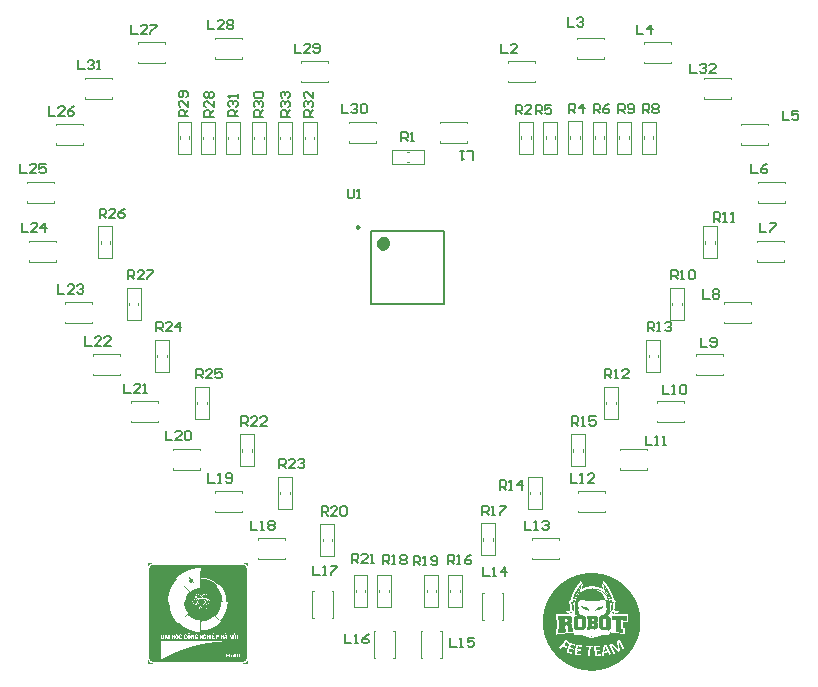
<source format=gto>
G04*
G04 #@! TF.GenerationSoftware,Altium Limited,Altium Designer,21.9.2 (33)*
G04*
G04 Layer_Color=65535*
%FSLAX25Y25*%
%MOIN*%
G70*
G04*
G04 #@! TF.SameCoordinates,C4A799FB-7654-48D4-A5E1-033C702218DC*
G04*
G04*
G04 #@! TF.FilePolarity,Positive*
G04*
G01*
G75*
%ADD10C,0.00984*%
%ADD11C,0.02362*%
%ADD12C,0.00400*%
%ADD13C,0.00787*%
%ADD14C,0.00591*%
G36*
X-53150Y-72698D02*
X-53156D01*
Y-72671D01*
X-53163D01*
Y-72595D01*
X-53170D01*
Y-72534D01*
X-53177D01*
Y-72500D01*
X-53184D01*
Y-72445D01*
X-53191D01*
Y-72425D01*
X-53197D01*
Y-72390D01*
X-53204D01*
Y-72356D01*
X-53211D01*
Y-72336D01*
X-53218D01*
Y-72302D01*
X-53225D01*
Y-72281D01*
X-53232D01*
Y-72254D01*
X-53238D01*
Y-72240D01*
X-53245D01*
Y-72220D01*
X-53252D01*
Y-72192D01*
X-53259D01*
Y-72179D01*
X-53266D01*
Y-72151D01*
X-53273D01*
Y-72144D01*
X-53280D01*
Y-72117D01*
X-53286D01*
Y-72103D01*
X-53293D01*
Y-72083D01*
X-53300D01*
Y-72069D01*
X-53307D01*
Y-72055D01*
X-53314D01*
Y-72035D01*
X-53320D01*
Y-72021D01*
X-53327D01*
Y-72008D01*
X-53334D01*
Y-71994D01*
X-53341D01*
Y-71980D01*
X-53348D01*
Y-71960D01*
X-53355D01*
Y-71953D01*
X-53361D01*
Y-71939D01*
X-53368D01*
Y-71926D01*
X-53375D01*
Y-71912D01*
X-53382D01*
Y-71898D01*
X-53389D01*
Y-71885D01*
X-53396D01*
Y-71871D01*
X-53403D01*
Y-71864D01*
X-53409D01*
Y-71850D01*
X-53416D01*
Y-71837D01*
X-53423D01*
Y-71823D01*
X-53430D01*
Y-71816D01*
X-53437D01*
Y-71803D01*
X-53443D01*
Y-71789D01*
X-53450D01*
Y-71782D01*
X-53457D01*
Y-71768D01*
X-53464D01*
Y-71762D01*
X-53471D01*
Y-71748D01*
X-53478D01*
Y-71741D01*
X-53484D01*
Y-71727D01*
X-53491D01*
Y-71720D01*
X-53498D01*
Y-71707D01*
X-53505D01*
Y-71700D01*
X-53512D01*
Y-71686D01*
X-53519D01*
Y-71680D01*
X-53526D01*
Y-71666D01*
X-53532D01*
Y-71659D01*
X-53539D01*
Y-71652D01*
X-53546D01*
Y-71645D01*
X-53553D01*
Y-71632D01*
X-53560D01*
Y-71625D01*
X-53566D01*
Y-71618D01*
X-53573D01*
Y-71611D01*
X-53580D01*
Y-71597D01*
X-53587D01*
Y-71591D01*
X-53594D01*
Y-71584D01*
X-53601D01*
Y-71577D01*
X-53608D01*
Y-71563D01*
X-53614D01*
Y-71557D01*
X-53621D01*
Y-71550D01*
X-53628D01*
Y-71543D01*
X-53635D01*
Y-71536D01*
X-53642D01*
Y-71522D01*
X-53655D01*
Y-71509D01*
X-53662D01*
Y-71502D01*
X-53669D01*
Y-71495D01*
X-53676D01*
Y-71488D01*
X-53683D01*
Y-71481D01*
X-53690D01*
Y-71474D01*
X-53696D01*
Y-71468D01*
X-53703D01*
Y-71461D01*
X-53710D01*
Y-71454D01*
X-53717D01*
Y-71447D01*
X-53724D01*
Y-71440D01*
X-53731D01*
Y-71434D01*
X-53737D01*
Y-71427D01*
X-53744D01*
Y-71420D01*
X-53751D01*
Y-71413D01*
X-53758D01*
Y-71406D01*
X-53765D01*
Y-71399D01*
X-53772D01*
Y-71392D01*
X-53778D01*
Y-71386D01*
X-53785D01*
Y-71379D01*
X-53792D01*
Y-71372D01*
X-53806D01*
Y-71365D01*
X-53813D01*
Y-71358D01*
X-53819D01*
Y-71351D01*
X-53826D01*
Y-71345D01*
X-53833D01*
Y-71338D01*
X-53840D01*
Y-71331D01*
X-53847D01*
Y-71324D01*
X-53860D01*
Y-71317D01*
X-53867D01*
Y-71310D01*
X-53874D01*
Y-71304D01*
X-53881D01*
Y-71297D01*
X-53895D01*
Y-71290D01*
X-53901D01*
Y-71283D01*
X-53908D01*
Y-71276D01*
X-53922D01*
Y-71269D01*
X-53929D01*
Y-71263D01*
X-53936D01*
Y-71256D01*
X-53943D01*
Y-71249D01*
X-53956D01*
Y-71242D01*
X-53963D01*
Y-71235D01*
X-53970D01*
Y-71228D01*
X-53983D01*
Y-71222D01*
X-53990D01*
Y-71215D01*
X-54004D01*
Y-71208D01*
X-54011D01*
Y-71201D01*
X-54024D01*
Y-71194D01*
X-54031D01*
Y-71187D01*
X-54045D01*
Y-71181D01*
X-54052D01*
Y-71174D01*
X-54066D01*
Y-71167D01*
X-54072D01*
Y-71160D01*
X-54086D01*
Y-71153D01*
X-54093D01*
Y-71146D01*
X-54106D01*
Y-71140D01*
X-54120D01*
Y-71133D01*
X-54134D01*
Y-71126D01*
X-54147D01*
Y-71119D01*
X-54154D01*
Y-71112D01*
X-54168D01*
Y-71105D01*
X-54182D01*
Y-71099D01*
X-54195D01*
Y-71092D01*
X-54209D01*
Y-71085D01*
X-54223D01*
Y-71078D01*
X-54236D01*
Y-71071D01*
X-54243D01*
Y-71064D01*
X-54264D01*
Y-71057D01*
X-54277D01*
Y-71051D01*
X-54291D01*
Y-71044D01*
X-54305D01*
Y-71037D01*
X-54318D01*
Y-71030D01*
X-54339D01*
Y-71023D01*
X-54353D01*
Y-71017D01*
X-54366D01*
Y-71010D01*
X-54387D01*
Y-71003D01*
X-54400D01*
Y-70996D01*
X-54428D01*
Y-70989D01*
X-54435D01*
Y-70982D01*
X-54462D01*
Y-70976D01*
X-54476D01*
Y-70969D01*
X-54503D01*
Y-70962D01*
X-54523D01*
Y-70955D01*
X-54537D01*
Y-70948D01*
X-54571D01*
Y-70941D01*
X-54592D01*
Y-70934D01*
X-54619D01*
Y-70928D01*
X-54646D01*
Y-70921D01*
X-54674D01*
Y-70914D01*
X-54708D01*
Y-70907D01*
X-54729D01*
Y-70900D01*
X-54783D01*
Y-70894D01*
X-54817D01*
Y-70887D01*
X-54886D01*
Y-70880D01*
X-54954D01*
Y-70873D01*
X-54988D01*
Y-70866D01*
X-53150D01*
Y-72698D01*
D02*
G37*
G36*
X-84776Y-70873D02*
X-84803D01*
Y-70880D01*
X-84878D01*
Y-70887D01*
X-84940D01*
Y-70894D01*
X-84974D01*
Y-70900D01*
X-85028D01*
Y-70907D01*
X-85056D01*
Y-70914D01*
X-85090D01*
Y-70921D01*
X-85117D01*
Y-70928D01*
X-85145D01*
Y-70934D01*
X-85172D01*
Y-70941D01*
X-85193D01*
Y-70948D01*
X-85227D01*
Y-70955D01*
X-85240D01*
Y-70962D01*
X-85261D01*
Y-70969D01*
X-85288D01*
Y-70976D01*
X-85302D01*
Y-70982D01*
X-85322D01*
Y-70989D01*
X-85336D01*
Y-70996D01*
X-85363D01*
Y-71003D01*
X-85377D01*
Y-71010D01*
X-85391D01*
Y-71017D01*
X-85411D01*
Y-71023D01*
X-85425D01*
Y-71030D01*
X-85445D01*
Y-71037D01*
X-85459D01*
Y-71044D01*
X-85473D01*
Y-71051D01*
X-85486D01*
Y-71057D01*
X-85500D01*
Y-71064D01*
X-85514D01*
Y-71071D01*
X-85527D01*
Y-71078D01*
X-85541D01*
Y-71085D01*
X-85555D01*
Y-71092D01*
X-85568D01*
Y-71099D01*
X-85582D01*
Y-71105D01*
X-85596D01*
Y-71112D01*
X-85609D01*
Y-71119D01*
X-85616D01*
Y-71126D01*
X-85630D01*
Y-71133D01*
X-85644D01*
Y-71140D01*
X-85650D01*
Y-71146D01*
X-85664D01*
Y-71153D01*
X-85678D01*
Y-71160D01*
X-85691D01*
Y-71167D01*
X-85698D01*
Y-71174D01*
X-85712D01*
Y-71181D01*
X-85719D01*
Y-71187D01*
X-85732D01*
Y-71194D01*
X-85739D01*
Y-71201D01*
X-85753D01*
Y-71208D01*
X-85760D01*
Y-71215D01*
X-85767D01*
Y-71222D01*
X-85780D01*
Y-71228D01*
X-85787D01*
Y-71235D01*
X-85801D01*
Y-71242D01*
X-85808D01*
Y-71249D01*
X-85821D01*
Y-71256D01*
X-85828D01*
Y-71263D01*
X-85835D01*
Y-71269D01*
X-85842D01*
Y-71276D01*
X-85856D01*
Y-71283D01*
X-85862D01*
Y-71290D01*
X-85869D01*
Y-71297D01*
X-85883D01*
Y-71304D01*
X-85890D01*
Y-71310D01*
X-85896D01*
Y-71317D01*
X-85903D01*
Y-71324D01*
X-85917D01*
Y-71331D01*
X-85924D01*
Y-71338D01*
X-85931D01*
Y-71345D01*
X-85938D01*
Y-71351D01*
X-85944D01*
Y-71358D01*
X-85951D01*
Y-71365D01*
X-85958D01*
Y-71372D01*
X-85972D01*
Y-71379D01*
X-85979D01*
Y-71386D01*
X-85985D01*
Y-71392D01*
X-85992D01*
Y-71399D01*
X-85999D01*
Y-71406D01*
X-86006D01*
Y-71413D01*
X-86013D01*
Y-71420D01*
X-86019D01*
Y-71427D01*
X-86026D01*
Y-71434D01*
X-86033D01*
Y-71440D01*
X-86040D01*
Y-71447D01*
X-86047D01*
Y-71454D01*
X-86054D01*
Y-71461D01*
X-86061D01*
Y-71468D01*
X-86067D01*
Y-71474D01*
X-86074D01*
Y-71481D01*
X-86081D01*
Y-71488D01*
X-86088D01*
Y-71495D01*
X-86095D01*
Y-71502D01*
X-86102D01*
Y-71509D01*
X-86108D01*
Y-71522D01*
X-86115D01*
Y-71529D01*
X-86122D01*
Y-71536D01*
X-86129D01*
Y-71543D01*
X-86136D01*
Y-71550D01*
X-86143D01*
Y-71557D01*
X-86149D01*
Y-71563D01*
X-86156D01*
Y-71577D01*
X-86163D01*
Y-71584D01*
X-86170D01*
Y-71591D01*
X-86177D01*
Y-71597D01*
X-86184D01*
Y-71611D01*
X-86190D01*
Y-71618D01*
X-86197D01*
Y-71625D01*
X-86204D01*
Y-71639D01*
X-86211D01*
Y-71645D01*
X-86218D01*
Y-71652D01*
X-86225D01*
Y-71659D01*
X-86231D01*
Y-71673D01*
X-86238D01*
Y-71680D01*
X-86245D01*
Y-71693D01*
X-86252D01*
Y-71700D01*
X-86259D01*
Y-71707D01*
X-86266D01*
Y-71720D01*
X-86272D01*
Y-71727D01*
X-86279D01*
Y-71741D01*
X-86286D01*
Y-71748D01*
X-86293D01*
Y-71762D01*
X-86300D01*
Y-71768D01*
X-86307D01*
Y-71782D01*
X-86313D01*
Y-71789D01*
X-86320D01*
Y-71803D01*
X-86327D01*
Y-71816D01*
X-86334D01*
Y-71830D01*
X-86341D01*
Y-71837D01*
X-86348D01*
Y-71850D01*
X-86354D01*
Y-71864D01*
X-86361D01*
Y-71871D01*
X-86368D01*
Y-71891D01*
X-86375D01*
Y-71898D01*
X-86382D01*
Y-71912D01*
X-86389D01*
Y-71926D01*
X-86396D01*
Y-71939D01*
X-86402D01*
Y-71953D01*
X-86409D01*
Y-71967D01*
X-86416D01*
Y-71980D01*
X-86423D01*
Y-71994D01*
X-86430D01*
Y-72008D01*
X-86436D01*
Y-72021D01*
X-86443D01*
Y-72035D01*
X-86450D01*
Y-72055D01*
X-86457D01*
Y-72069D01*
X-86464D01*
Y-72090D01*
X-86471D01*
Y-72103D01*
X-86478D01*
Y-72117D01*
X-86484D01*
Y-72144D01*
X-86491D01*
Y-72158D01*
X-86498D01*
Y-72179D01*
X-86505D01*
Y-72199D01*
X-86512D01*
Y-72220D01*
X-86519D01*
Y-72240D01*
X-86525D01*
Y-72260D01*
X-86532D01*
Y-72288D01*
X-86539D01*
Y-72308D01*
X-86546D01*
Y-72342D01*
X-86553D01*
Y-72363D01*
X-86559D01*
Y-72390D01*
X-86566D01*
Y-72425D01*
X-86573D01*
Y-72452D01*
X-86580D01*
Y-72507D01*
X-86587D01*
Y-72541D01*
X-86594D01*
Y-72554D01*
Y-72561D01*
Y-72602D01*
X-86601D01*
Y-72677D01*
X-86607D01*
Y-72705D01*
X-86614D01*
Y-70866D01*
X-84776D01*
Y-70873D01*
D02*
G37*
G36*
X-55002Y-71386D02*
X-54940D01*
Y-71392D01*
X-54886D01*
Y-71399D01*
X-54852D01*
Y-71406D01*
X-54811D01*
Y-71413D01*
X-54776D01*
Y-71420D01*
X-54756D01*
Y-71427D01*
X-54722D01*
Y-71434D01*
X-54701D01*
Y-71440D01*
X-54674D01*
Y-71447D01*
X-54660D01*
Y-71454D01*
X-54633D01*
Y-71461D01*
X-54619D01*
Y-71468D01*
X-54599D01*
Y-71474D01*
X-54578D01*
Y-71481D01*
X-54564D01*
Y-71488D01*
X-54544D01*
Y-71495D01*
X-54530D01*
Y-71502D01*
X-54517D01*
Y-71509D01*
X-54496D01*
Y-71516D01*
X-54489D01*
Y-71522D01*
X-54469D01*
Y-71529D01*
X-54462D01*
Y-71536D01*
X-54448D01*
Y-71543D01*
X-54435D01*
Y-71550D01*
X-54421D01*
Y-71557D01*
X-54407D01*
Y-71563D01*
X-54394D01*
Y-71570D01*
X-54380D01*
Y-71577D01*
X-54373D01*
Y-71584D01*
X-54359D01*
Y-71591D01*
X-54346D01*
Y-71597D01*
X-54339D01*
Y-71604D01*
X-54325D01*
Y-71611D01*
X-54318D01*
Y-71618D01*
X-54305D01*
Y-71625D01*
X-54291D01*
Y-71632D01*
X-54284D01*
Y-71639D01*
X-54277D01*
Y-71645D01*
X-54264D01*
Y-71652D01*
X-54257D01*
Y-71659D01*
X-54250D01*
Y-71666D01*
X-54236D01*
Y-71673D01*
X-54229D01*
Y-71680D01*
X-54223D01*
Y-71686D01*
X-54209D01*
Y-71693D01*
X-54202D01*
Y-71700D01*
X-54195D01*
Y-71707D01*
X-54189D01*
Y-71714D01*
X-54182D01*
Y-71720D01*
X-54168D01*
Y-71727D01*
X-54161D01*
Y-71734D01*
X-54154D01*
Y-71741D01*
X-54147D01*
Y-71748D01*
X-54141D01*
Y-71755D01*
X-54134D01*
Y-71762D01*
X-54127D01*
Y-71768D01*
X-54113D01*
Y-71775D01*
X-54106D01*
Y-71782D01*
X-54100D01*
Y-71789D01*
X-54093D01*
Y-71796D01*
X-54086D01*
Y-71803D01*
X-54079D01*
Y-71809D01*
X-54072D01*
Y-71816D01*
X-54066D01*
Y-71823D01*
X-54059D01*
Y-71830D01*
X-54052D01*
Y-71844D01*
X-54045D01*
Y-71850D01*
X-54038D01*
Y-71857D01*
X-54031D01*
Y-71864D01*
X-54024D01*
Y-71871D01*
X-54018D01*
Y-71878D01*
X-54011D01*
Y-71885D01*
X-54004D01*
Y-71898D01*
X-53997D01*
Y-71905D01*
X-53990D01*
Y-71912D01*
X-53983D01*
Y-71919D01*
X-53977D01*
Y-71926D01*
X-53970D01*
Y-71939D01*
X-53963D01*
Y-71946D01*
X-53956D01*
Y-71953D01*
X-53949D01*
Y-71967D01*
X-53943D01*
Y-71973D01*
X-53936D01*
Y-71980D01*
X-53929D01*
Y-71994D01*
X-53922D01*
Y-72001D01*
X-53915D01*
Y-72014D01*
X-53908D01*
Y-72021D01*
X-53901D01*
Y-72035D01*
X-53895D01*
Y-72042D01*
X-53888D01*
Y-72055D01*
X-53881D01*
Y-72062D01*
X-53874D01*
Y-72076D01*
X-53867D01*
Y-72090D01*
X-53860D01*
Y-72097D01*
X-53854D01*
Y-72110D01*
X-53847D01*
Y-72124D01*
X-53840D01*
Y-72137D01*
X-53833D01*
Y-72144D01*
X-53826D01*
Y-72158D01*
X-53819D01*
Y-72172D01*
X-53813D01*
Y-72185D01*
X-53806D01*
Y-72206D01*
X-53799D01*
Y-72213D01*
X-53792D01*
Y-72233D01*
X-53785D01*
Y-72247D01*
X-53778D01*
Y-72260D01*
X-53772D01*
Y-72281D01*
X-53765D01*
Y-72295D01*
X-53758D01*
Y-72315D01*
X-53751D01*
Y-72336D01*
X-53744D01*
Y-72349D01*
X-53737D01*
Y-72370D01*
X-53731D01*
Y-72390D01*
X-53724D01*
Y-72418D01*
X-53717D01*
Y-72438D01*
X-53710D01*
Y-72472D01*
X-53703D01*
Y-72493D01*
X-53696D01*
Y-72527D01*
X-53690D01*
Y-72561D01*
X-53683D01*
Y-72595D01*
X-53676D01*
Y-72650D01*
X-53669D01*
Y-72712D01*
X-53662D01*
Y-102485D01*
X-53669D01*
Y-102547D01*
X-53676D01*
Y-102601D01*
X-53683D01*
Y-102636D01*
X-53690D01*
Y-102677D01*
X-53696D01*
Y-102704D01*
X-53703D01*
Y-102725D01*
X-53710D01*
Y-102759D01*
X-53717D01*
Y-102779D01*
X-53724D01*
Y-102806D01*
X-53731D01*
Y-102827D01*
X-53737D01*
Y-102848D01*
X-53744D01*
Y-102861D01*
X-53751D01*
Y-102882D01*
X-53758D01*
Y-102902D01*
X-53765D01*
Y-102916D01*
X-53772D01*
Y-102936D01*
X-53778D01*
Y-102950D01*
X-53785D01*
Y-102964D01*
X-53792D01*
Y-102984D01*
X-53799D01*
Y-102991D01*
X-53806D01*
Y-103012D01*
X-53813D01*
Y-103025D01*
X-53819D01*
Y-103039D01*
X-53826D01*
Y-103052D01*
X-53833D01*
Y-103059D01*
X-53840D01*
Y-103073D01*
X-53847D01*
Y-103087D01*
X-53854D01*
Y-103100D01*
X-53860D01*
Y-103107D01*
X-53867D01*
Y-103121D01*
X-53874D01*
Y-103135D01*
X-53881D01*
Y-103141D01*
X-53888D01*
Y-103155D01*
X-53895D01*
Y-103162D01*
X-53901D01*
Y-103176D01*
X-53908D01*
Y-103189D01*
X-53915D01*
Y-103196D01*
X-53922D01*
Y-103203D01*
X-53929D01*
Y-103217D01*
X-53936D01*
Y-103223D01*
X-53943D01*
Y-103230D01*
X-53949D01*
Y-103244D01*
X-53956D01*
Y-103251D01*
X-53963D01*
Y-103258D01*
X-53970D01*
Y-103271D01*
X-53977D01*
Y-103278D01*
X-53983D01*
Y-103285D01*
X-53990D01*
Y-103292D01*
X-53997D01*
Y-103299D01*
X-54004D01*
Y-103312D01*
X-54011D01*
Y-103319D01*
X-54018D01*
Y-103326D01*
X-54024D01*
Y-103333D01*
X-54031D01*
Y-103340D01*
X-54038D01*
Y-103347D01*
X-54045D01*
Y-103353D01*
X-54052D01*
Y-103367D01*
X-54059D01*
Y-103374D01*
X-54066D01*
Y-103381D01*
X-54072D01*
Y-103387D01*
X-54079D01*
Y-103394D01*
X-54086D01*
Y-103401D01*
X-54093D01*
Y-103408D01*
X-54100D01*
Y-103415D01*
X-54106D01*
Y-103422D01*
X-54113D01*
Y-103428D01*
X-54120D01*
Y-103435D01*
X-54127D01*
Y-103442D01*
X-54141D01*
Y-103449D01*
X-54147D01*
Y-103456D01*
X-54154D01*
Y-103463D01*
X-54161D01*
Y-103470D01*
X-54168D01*
Y-103476D01*
X-54182D01*
Y-103483D01*
X-54189D01*
Y-103490D01*
X-54195D01*
Y-103497D01*
X-54202D01*
Y-103504D01*
X-54209D01*
Y-103510D01*
X-54223D01*
Y-103517D01*
X-54229D01*
Y-103524D01*
X-54236D01*
Y-103531D01*
X-54243D01*
Y-103538D01*
X-54257D01*
Y-103545D01*
X-54264D01*
Y-103551D01*
X-54277D01*
Y-103558D01*
X-54284D01*
Y-103565D01*
X-54291D01*
Y-103572D01*
X-54305D01*
Y-103579D01*
X-54318D01*
Y-103586D01*
X-54325D01*
Y-103593D01*
X-54339D01*
Y-103599D01*
X-54346D01*
Y-103606D01*
X-54359D01*
Y-103613D01*
X-54373D01*
Y-103620D01*
X-54380D01*
Y-103627D01*
X-54394D01*
Y-103633D01*
X-54407D01*
Y-103640D01*
X-54421D01*
Y-103647D01*
X-54428D01*
Y-103654D01*
X-54441D01*
Y-103661D01*
X-54455D01*
Y-103668D01*
X-54469D01*
Y-103674D01*
X-54489D01*
Y-103681D01*
X-54496D01*
Y-103688D01*
X-54517D01*
Y-103695D01*
X-54530D01*
Y-103702D01*
X-54544D01*
Y-103709D01*
X-54564D01*
Y-103716D01*
X-54578D01*
Y-103722D01*
X-54599D01*
Y-103729D01*
X-54619D01*
Y-103736D01*
X-54633D01*
Y-103743D01*
X-54653D01*
Y-103750D01*
X-54674D01*
Y-103757D01*
X-54701D01*
Y-103763D01*
X-54722D01*
Y-103770D01*
X-54756D01*
Y-103777D01*
X-54776D01*
Y-103784D01*
X-54811D01*
Y-103791D01*
X-54852D01*
Y-103798D01*
X-54879D01*
Y-103804D01*
X-54940D01*
Y-103811D01*
X-55002D01*
Y-103818D01*
X-84769D01*
Y-103811D01*
X-84823D01*
Y-103804D01*
X-84885D01*
Y-103798D01*
X-84919D01*
Y-103791D01*
X-84953D01*
Y-103784D01*
X-84987D01*
Y-103777D01*
X-85008D01*
Y-103770D01*
X-85042D01*
Y-103763D01*
X-85063D01*
Y-103757D01*
X-85090D01*
Y-103750D01*
X-85104D01*
Y-103743D01*
X-85131D01*
Y-103736D01*
X-85145D01*
Y-103729D01*
X-85165D01*
Y-103722D01*
X-85186D01*
Y-103716D01*
X-85199D01*
Y-103709D01*
X-85220D01*
Y-103702D01*
X-85233D01*
Y-103695D01*
X-85247D01*
Y-103688D01*
X-85268D01*
Y-103681D01*
X-85274D01*
Y-103674D01*
X-85295D01*
Y-103668D01*
X-85309D01*
Y-103661D01*
X-85316D01*
Y-103654D01*
X-85329D01*
Y-103647D01*
X-85343D01*
Y-103640D01*
X-85356D01*
Y-103633D01*
X-85370D01*
Y-103627D01*
X-85384D01*
Y-103620D01*
X-85391D01*
Y-103613D01*
X-85404D01*
Y-103606D01*
X-85418D01*
Y-103599D01*
X-85425D01*
Y-103593D01*
X-85439D01*
Y-103586D01*
X-85445D01*
Y-103579D01*
X-85459D01*
Y-103572D01*
X-85466D01*
Y-103565D01*
X-85479D01*
Y-103558D01*
X-85486D01*
Y-103551D01*
X-85500D01*
Y-103545D01*
X-85507D01*
Y-103538D01*
X-85514D01*
Y-103531D01*
X-85527D01*
Y-103524D01*
X-85534D01*
Y-103517D01*
X-85541D01*
Y-103510D01*
X-85548D01*
Y-103504D01*
X-85562D01*
Y-103497D01*
X-85568D01*
Y-103490D01*
X-85575D01*
Y-103483D01*
X-85582D01*
Y-103476D01*
X-85596D01*
Y-103470D01*
X-85603D01*
Y-103463D01*
X-85609D01*
Y-103456D01*
X-85616D01*
Y-103449D01*
X-85623D01*
Y-103442D01*
X-85630D01*
Y-103435D01*
X-85637D01*
Y-103428D01*
X-85644D01*
Y-103422D01*
X-85657D01*
Y-103415D01*
X-85664D01*
Y-103408D01*
X-85671D01*
Y-103401D01*
X-85678D01*
Y-103394D01*
X-85685D01*
Y-103387D01*
X-85691D01*
Y-103381D01*
X-85698D01*
Y-103367D01*
X-85705D01*
Y-103360D01*
X-85712D01*
Y-103353D01*
X-85719D01*
Y-103347D01*
X-85726D01*
Y-103340D01*
X-85732D01*
Y-103333D01*
X-85739D01*
Y-103326D01*
X-85746D01*
Y-103319D01*
X-85753D01*
Y-103312D01*
X-85760D01*
Y-103299D01*
X-85767D01*
Y-103292D01*
X-85773D01*
Y-103285D01*
X-85780D01*
Y-103278D01*
X-85787D01*
Y-103271D01*
X-85794D01*
Y-103258D01*
X-85801D01*
Y-103251D01*
X-85808D01*
Y-103244D01*
X-85814D01*
Y-103230D01*
X-85821D01*
Y-103223D01*
X-85828D01*
Y-103210D01*
X-85835D01*
Y-103203D01*
X-85842D01*
Y-103196D01*
X-85849D01*
Y-103182D01*
X-85856D01*
Y-103176D01*
X-85862D01*
Y-103162D01*
X-85869D01*
Y-103155D01*
X-85876D01*
Y-103141D01*
X-85883D01*
Y-103128D01*
X-85890D01*
Y-103121D01*
X-85896D01*
Y-103107D01*
X-85903D01*
Y-103100D01*
X-85910D01*
Y-103087D01*
X-85917D01*
Y-103073D01*
X-85924D01*
Y-103059D01*
X-85931D01*
Y-103046D01*
X-85938D01*
Y-103032D01*
X-85944D01*
Y-103018D01*
X-85951D01*
Y-103012D01*
X-85958D01*
Y-102991D01*
X-85965D01*
Y-102977D01*
X-85972D01*
Y-102964D01*
X-85979D01*
Y-102950D01*
X-85985D01*
Y-102936D01*
X-85992D01*
Y-102916D01*
X-85999D01*
Y-102902D01*
X-86006D01*
Y-102882D01*
X-86013D01*
Y-102861D01*
X-86019D01*
Y-102841D01*
X-86026D01*
Y-102820D01*
X-86033D01*
Y-102806D01*
X-86040D01*
Y-102779D01*
X-86047D01*
Y-102759D01*
X-86054D01*
Y-102725D01*
X-86061D01*
Y-102704D01*
X-86067D01*
Y-102670D01*
X-86074D01*
Y-102629D01*
X-86081D01*
Y-102595D01*
X-86088D01*
Y-102540D01*
X-86095D01*
Y-102465D01*
X-86102D01*
Y-72732D01*
X-86095D01*
Y-72657D01*
X-86088D01*
Y-72602D01*
X-86081D01*
Y-72568D01*
X-86074D01*
Y-72527D01*
X-86067D01*
Y-72493D01*
X-86061D01*
Y-72472D01*
X-86054D01*
Y-72438D01*
X-86047D01*
Y-72418D01*
X-86040D01*
Y-72390D01*
X-86033D01*
Y-72377D01*
X-86026D01*
Y-72356D01*
X-86019D01*
Y-72336D01*
X-86013D01*
Y-72315D01*
X-86006D01*
Y-72295D01*
X-85999D01*
Y-72281D01*
X-85992D01*
Y-72260D01*
X-85985D01*
Y-72247D01*
X-85979D01*
Y-72233D01*
X-85972D01*
Y-72220D01*
X-85965D01*
Y-72206D01*
X-85958D01*
Y-72185D01*
X-85951D01*
Y-72179D01*
X-85944D01*
Y-72165D01*
X-85938D01*
Y-72151D01*
X-85931D01*
Y-72137D01*
X-85924D01*
Y-72124D01*
X-85917D01*
Y-72110D01*
X-85910D01*
Y-72097D01*
X-85903D01*
Y-72090D01*
X-85896D01*
Y-72076D01*
X-85890D01*
Y-72062D01*
X-85883D01*
Y-72055D01*
X-85876D01*
Y-72042D01*
X-85869D01*
Y-72035D01*
X-85862D01*
Y-72021D01*
X-85856D01*
Y-72014D01*
X-85849D01*
Y-72001D01*
X-85842D01*
Y-71994D01*
X-85835D01*
Y-71987D01*
X-85828D01*
Y-71973D01*
X-85821D01*
Y-71967D01*
X-85814D01*
Y-71953D01*
X-85808D01*
Y-71946D01*
X-85801D01*
Y-71939D01*
X-85794D01*
Y-71926D01*
X-85787D01*
Y-71919D01*
X-85780D01*
Y-71912D01*
X-85773D01*
Y-71905D01*
X-85767D01*
Y-71898D01*
X-85760D01*
Y-71885D01*
X-85753D01*
Y-71878D01*
X-85746D01*
Y-71871D01*
X-85739D01*
Y-71864D01*
X-85732D01*
Y-71857D01*
X-85726D01*
Y-71850D01*
X-85719D01*
Y-71844D01*
X-85712D01*
Y-71837D01*
X-85705D01*
Y-71830D01*
X-85698D01*
Y-71816D01*
X-85691D01*
Y-71809D01*
X-85678D01*
Y-71796D01*
X-85671D01*
Y-71789D01*
X-85664D01*
Y-71782D01*
X-85650D01*
Y-71775D01*
X-85644D01*
Y-71768D01*
X-85637D01*
Y-71762D01*
X-85630D01*
Y-71755D01*
X-85623D01*
Y-71748D01*
X-85616D01*
Y-71741D01*
X-85609D01*
Y-71734D01*
X-85603D01*
Y-71727D01*
X-85596D01*
Y-71720D01*
X-85582D01*
Y-71714D01*
X-85575D01*
Y-71707D01*
X-85568D01*
Y-71700D01*
X-85562D01*
Y-71693D01*
X-85548D01*
Y-71686D01*
X-85541D01*
Y-71680D01*
X-85534D01*
Y-71673D01*
X-85527D01*
Y-71666D01*
X-85514D01*
Y-71659D01*
X-85507D01*
Y-71652D01*
X-85493D01*
Y-71645D01*
X-85486D01*
Y-71639D01*
X-85473D01*
Y-71632D01*
X-85466D01*
Y-71625D01*
X-85459D01*
Y-71618D01*
X-85445D01*
Y-71611D01*
X-85439D01*
Y-71604D01*
X-85425D01*
Y-71597D01*
X-85418D01*
Y-71591D01*
X-85404D01*
Y-71584D01*
X-85391D01*
Y-71577D01*
X-85384D01*
Y-71570D01*
X-85363D01*
Y-71563D01*
X-85356D01*
Y-71557D01*
X-85343D01*
Y-71550D01*
X-85329D01*
Y-71543D01*
X-85316D01*
Y-71536D01*
X-85302D01*
Y-71529D01*
X-85295D01*
Y-71522D01*
X-85274D01*
Y-71516D01*
X-85261D01*
Y-71509D01*
X-85247D01*
Y-71502D01*
X-85233D01*
Y-71495D01*
X-85220D01*
Y-71488D01*
X-85199D01*
Y-71481D01*
X-85186D01*
Y-71474D01*
X-85165D01*
Y-71468D01*
X-85145D01*
Y-71461D01*
X-85131D01*
Y-71454D01*
X-85104D01*
Y-71447D01*
X-85090D01*
Y-71440D01*
X-85063D01*
Y-71434D01*
X-85042D01*
Y-71427D01*
X-85008D01*
Y-71420D01*
X-84987D01*
Y-71413D01*
X-84953D01*
Y-71406D01*
X-84912D01*
Y-71399D01*
X-84878D01*
Y-71392D01*
X-84823D01*
Y-71386D01*
X-84748D01*
Y-71379D01*
X-55002D01*
Y-71386D01*
D02*
G37*
G36*
X-53150Y-104331D02*
X-54981D01*
Y-104324D01*
X-54954D01*
Y-104317D01*
X-54879D01*
Y-104310D01*
X-54817D01*
Y-104303D01*
X-54783D01*
Y-104297D01*
X-54729D01*
Y-104290D01*
X-54708D01*
Y-104283D01*
X-54674D01*
Y-104276D01*
X-54646D01*
Y-104269D01*
X-54619D01*
Y-104262D01*
X-54585D01*
Y-104255D01*
X-54571D01*
Y-104249D01*
X-54537D01*
Y-104242D01*
X-54523D01*
Y-104235D01*
X-54496D01*
Y-104228D01*
X-54476D01*
Y-104221D01*
X-54462D01*
Y-104215D01*
X-54435D01*
Y-104208D01*
X-54421D01*
Y-104201D01*
X-54400D01*
Y-104194D01*
X-54387D01*
Y-104187D01*
X-54366D01*
Y-104180D01*
X-54353D01*
Y-104174D01*
X-54339D01*
Y-104167D01*
X-54318D01*
Y-104160D01*
X-54305D01*
Y-104153D01*
X-54291D01*
Y-104146D01*
X-54277D01*
Y-104139D01*
X-54264D01*
Y-104132D01*
X-54243D01*
Y-104126D01*
X-54236D01*
Y-104119D01*
X-54216D01*
Y-104112D01*
X-54209D01*
Y-104105D01*
X-54195D01*
Y-104098D01*
X-54182D01*
Y-104092D01*
X-54168D01*
Y-104085D01*
X-54154D01*
Y-104078D01*
X-54147D01*
Y-104071D01*
X-54134D01*
Y-104064D01*
X-54120D01*
Y-104057D01*
X-54106D01*
Y-104051D01*
X-54093D01*
Y-104044D01*
X-54086D01*
Y-104037D01*
X-54072D01*
Y-104030D01*
X-54066D01*
Y-104023D01*
X-54052D01*
Y-104016D01*
X-54038D01*
Y-104009D01*
X-54031D01*
Y-104003D01*
X-54018D01*
Y-103996D01*
X-54011D01*
Y-103989D01*
X-54004D01*
Y-103982D01*
X-53990D01*
Y-103975D01*
X-53983D01*
Y-103969D01*
X-53970D01*
Y-103962D01*
X-53963D01*
Y-103955D01*
X-53949D01*
Y-103948D01*
X-53943D01*
Y-103941D01*
X-53936D01*
Y-103934D01*
X-53922D01*
Y-103927D01*
X-53915D01*
Y-103921D01*
X-53908D01*
Y-103914D01*
X-53901D01*
Y-103907D01*
X-53895D01*
Y-103900D01*
X-53881D01*
Y-103893D01*
X-53874D01*
Y-103886D01*
X-53867D01*
Y-103880D01*
X-53860D01*
Y-103873D01*
X-53847D01*
Y-103866D01*
X-53840D01*
Y-103859D01*
X-53833D01*
Y-103852D01*
X-53826D01*
Y-103845D01*
X-53819D01*
Y-103839D01*
X-53806D01*
Y-103825D01*
X-53792D01*
Y-103818D01*
X-53785D01*
Y-103811D01*
X-53778D01*
Y-103804D01*
X-53772D01*
Y-103798D01*
X-53765D01*
Y-103791D01*
X-53758D01*
Y-103784D01*
X-53751D01*
Y-103777D01*
X-53744D01*
Y-103770D01*
X-53737D01*
Y-103763D01*
X-53731D01*
Y-103757D01*
X-53724D01*
Y-103750D01*
X-53717D01*
Y-103743D01*
X-53710D01*
Y-103736D01*
X-53703D01*
Y-103729D01*
X-53696D01*
Y-103722D01*
X-53690D01*
Y-103716D01*
X-53683D01*
Y-103709D01*
X-53676D01*
Y-103702D01*
X-53669D01*
Y-103695D01*
X-53662D01*
Y-103688D01*
X-53655D01*
Y-103674D01*
X-53642D01*
Y-103661D01*
X-53635D01*
Y-103654D01*
X-53628D01*
Y-103647D01*
X-53621D01*
Y-103640D01*
X-53614D01*
Y-103633D01*
X-53608D01*
Y-103620D01*
X-53601D01*
Y-103613D01*
X-53594D01*
Y-103606D01*
X-53587D01*
Y-103599D01*
X-53580D01*
Y-103586D01*
X-53573D01*
Y-103579D01*
X-53566D01*
Y-103572D01*
X-53560D01*
Y-103565D01*
X-53553D01*
Y-103558D01*
X-53546D01*
Y-103545D01*
X-53539D01*
Y-103538D01*
X-53532D01*
Y-103531D01*
X-53526D01*
Y-103517D01*
X-53519D01*
Y-103510D01*
X-53512D01*
Y-103497D01*
X-53505D01*
Y-103490D01*
X-53498D01*
Y-103476D01*
X-53491D01*
Y-103470D01*
X-53484D01*
Y-103456D01*
X-53478D01*
Y-103449D01*
X-53471D01*
Y-103435D01*
X-53464D01*
Y-103428D01*
X-53457D01*
Y-103415D01*
X-53450D01*
Y-103408D01*
X-53443D01*
Y-103394D01*
X-53437D01*
Y-103387D01*
X-53430D01*
Y-103374D01*
X-53423D01*
Y-103360D01*
X-53416D01*
Y-103347D01*
X-53409D01*
Y-103333D01*
X-53403D01*
Y-103326D01*
X-53396D01*
Y-103312D01*
X-53389D01*
Y-103299D01*
X-53382D01*
Y-103285D01*
X-53375D01*
Y-103278D01*
X-53368D01*
Y-103258D01*
X-53361D01*
Y-103244D01*
X-53355D01*
Y-103237D01*
X-53348D01*
Y-103217D01*
X-53341D01*
Y-103210D01*
X-53334D01*
Y-103189D01*
X-53327D01*
Y-103176D01*
X-53320D01*
Y-103162D01*
X-53314D01*
Y-103141D01*
X-53307D01*
Y-103128D01*
X-53300D01*
Y-103107D01*
X-53293D01*
Y-103094D01*
X-53286D01*
Y-103080D01*
X-53280D01*
Y-103059D01*
X-53273D01*
Y-103046D01*
X-53266D01*
Y-103018D01*
X-53259D01*
Y-103005D01*
X-53252D01*
Y-102977D01*
X-53245D01*
Y-102957D01*
X-53238D01*
Y-102943D01*
X-53232D01*
Y-102916D01*
X-53225D01*
Y-102895D01*
X-53218D01*
Y-102861D01*
X-53211D01*
Y-102841D01*
X-53204D01*
Y-102806D01*
X-53197D01*
Y-102779D01*
X-53191D01*
Y-102752D01*
X-53184D01*
Y-102697D01*
X-53177D01*
Y-102663D01*
X-53170D01*
Y-102601D01*
X-53163D01*
Y-102526D01*
X-53156D01*
Y-102499D01*
X-53150D01*
Y-104331D01*
D02*
G37*
G36*
X-86607Y-102519D02*
X-86601D01*
Y-102595D01*
X-86594D01*
Y-102656D01*
X-86587D01*
Y-102690D01*
X-86580D01*
Y-102745D01*
X-86573D01*
Y-102772D01*
X-86566D01*
Y-102806D01*
X-86559D01*
Y-102834D01*
X-86553D01*
Y-102861D01*
X-86546D01*
Y-102889D01*
X-86539D01*
Y-102909D01*
X-86532D01*
Y-102936D01*
X-86525D01*
Y-102957D01*
X-86519D01*
Y-102977D01*
X-86512D01*
Y-103005D01*
X-86505D01*
Y-103018D01*
X-86498D01*
Y-103039D01*
X-86491D01*
Y-103052D01*
X-86484D01*
Y-103080D01*
X-86478D01*
Y-103094D01*
X-86471D01*
Y-103107D01*
X-86464D01*
Y-103128D01*
X-86457D01*
Y-103141D01*
X-86450D01*
Y-103162D01*
X-86443D01*
Y-103176D01*
X-86436D01*
Y-103189D01*
X-86430D01*
Y-103203D01*
X-86423D01*
Y-103217D01*
X-86416D01*
Y-103230D01*
X-86409D01*
Y-103244D01*
X-86402D01*
Y-103258D01*
X-86396D01*
Y-103271D01*
X-86389D01*
Y-103285D01*
X-86382D01*
Y-103299D01*
X-86375D01*
Y-103312D01*
X-86368D01*
Y-103326D01*
X-86361D01*
Y-103333D01*
X-86354D01*
Y-103347D01*
X-86348D01*
Y-103360D01*
X-86341D01*
Y-103367D01*
X-86334D01*
Y-103381D01*
X-86327D01*
Y-103394D01*
X-86320D01*
Y-103408D01*
X-86313D01*
Y-103415D01*
X-86307D01*
Y-103428D01*
X-86300D01*
Y-103435D01*
X-86293D01*
Y-103449D01*
X-86286D01*
Y-103456D01*
X-86279D01*
Y-103470D01*
X-86272D01*
Y-103476D01*
X-86266D01*
Y-103490D01*
X-86259D01*
Y-103497D01*
X-86252D01*
Y-103504D01*
X-86245D01*
Y-103517D01*
X-86238D01*
Y-103524D01*
X-86231D01*
Y-103538D01*
X-86225D01*
Y-103545D01*
X-86218D01*
Y-103551D01*
X-86211D01*
Y-103558D01*
X-86204D01*
Y-103572D01*
X-86197D01*
Y-103579D01*
X-86190D01*
Y-103586D01*
X-86184D01*
Y-103599D01*
X-86177D01*
Y-103606D01*
X-86170D01*
Y-103613D01*
X-86163D01*
Y-103620D01*
X-86156D01*
Y-103633D01*
X-86149D01*
Y-103640D01*
X-86143D01*
Y-103647D01*
X-86136D01*
Y-103654D01*
X-86129D01*
Y-103661D01*
X-86122D01*
Y-103668D01*
X-86115D01*
Y-103674D01*
X-86108D01*
Y-103688D01*
X-86102D01*
Y-103695D01*
X-86095D01*
Y-103702D01*
X-86088D01*
Y-103709D01*
X-86081D01*
Y-103716D01*
X-86074D01*
Y-103722D01*
X-86067D01*
Y-103729D01*
X-86061D01*
Y-103736D01*
X-86054D01*
Y-103743D01*
X-86047D01*
Y-103750D01*
X-86040D01*
Y-103757D01*
X-86033D01*
Y-103763D01*
X-86026D01*
Y-103770D01*
X-86019D01*
Y-103777D01*
X-86013D01*
Y-103784D01*
X-86006D01*
Y-103791D01*
X-85999D01*
Y-103798D01*
X-85992D01*
Y-103804D01*
X-85985D01*
Y-103811D01*
X-85979D01*
Y-103818D01*
X-85972D01*
Y-103825D01*
X-85958D01*
Y-103832D01*
X-85951D01*
Y-103839D01*
X-85944D01*
Y-103845D01*
X-85938D01*
Y-103852D01*
X-85931D01*
Y-103859D01*
X-85924D01*
Y-103866D01*
X-85917D01*
Y-103873D01*
X-85903D01*
Y-103880D01*
X-85896D01*
Y-103886D01*
X-85890D01*
Y-103893D01*
X-85883D01*
Y-103900D01*
X-85869D01*
Y-103907D01*
X-85862D01*
Y-103914D01*
X-85856D01*
Y-103921D01*
X-85842D01*
Y-103927D01*
X-85835D01*
Y-103934D01*
X-85828D01*
Y-103941D01*
X-85821D01*
Y-103948D01*
X-85808D01*
Y-103955D01*
X-85801D01*
Y-103962D01*
X-85794D01*
Y-103969D01*
X-85780D01*
Y-103975D01*
X-85773D01*
Y-103982D01*
X-85760D01*
Y-103989D01*
X-85753D01*
Y-103996D01*
X-85739D01*
Y-104003D01*
X-85732D01*
Y-104009D01*
X-85719D01*
Y-104016D01*
X-85712D01*
Y-104023D01*
X-85698D01*
Y-104030D01*
X-85691D01*
Y-104037D01*
X-85678D01*
Y-104044D01*
X-85671D01*
Y-104051D01*
X-85657D01*
Y-104057D01*
X-85644D01*
Y-104064D01*
X-85630D01*
Y-104071D01*
X-85616D01*
Y-104078D01*
X-85609D01*
Y-104085D01*
X-85596D01*
Y-104092D01*
X-85582D01*
Y-104098D01*
X-85568D01*
Y-104105D01*
X-85555D01*
Y-104112D01*
X-85541D01*
Y-104119D01*
X-85527D01*
Y-104126D01*
X-85514D01*
Y-104132D01*
X-85500D01*
Y-104139D01*
X-85486D01*
Y-104146D01*
X-85473D01*
Y-104153D01*
X-85459D01*
Y-104160D01*
X-85445D01*
Y-104167D01*
X-85425D01*
Y-104174D01*
X-85411D01*
Y-104180D01*
X-85391D01*
Y-104187D01*
X-85377D01*
Y-104194D01*
X-85363D01*
Y-104201D01*
X-85336D01*
Y-104208D01*
X-85329D01*
Y-104215D01*
X-85302D01*
Y-104221D01*
X-85288D01*
Y-104228D01*
X-85268D01*
Y-104235D01*
X-85240D01*
Y-104242D01*
X-85227D01*
Y-104249D01*
X-85193D01*
Y-104255D01*
X-85179D01*
Y-104262D01*
X-85145D01*
Y-104269D01*
X-85117D01*
Y-104276D01*
X-85090D01*
Y-104283D01*
X-85056D01*
Y-104290D01*
X-85035D01*
Y-104297D01*
X-84981D01*
Y-104303D01*
X-84946D01*
Y-104310D01*
X-84878D01*
Y-104317D01*
X-84810D01*
Y-104324D01*
X-84782D01*
Y-104331D01*
X-86614D01*
Y-102772D01*
Y-102766D01*
Y-102492D01*
X-86607D01*
Y-102519D01*
D02*
G37*
G36*
X61989Y-74176D02*
X62259D01*
Y-74191D01*
X62365D01*
Y-74206D01*
X62605D01*
Y-74221D01*
X62876D01*
Y-74236D01*
X62996D01*
Y-74251D01*
X63056D01*
Y-74266D01*
X63252D01*
Y-74281D01*
X63432D01*
Y-74296D01*
X63493D01*
Y-74311D01*
X63568D01*
Y-74326D01*
X63688D01*
Y-74341D01*
X63838D01*
Y-74356D01*
X63914D01*
Y-74371D01*
X63944D01*
Y-74386D01*
X64064D01*
Y-74401D01*
X64184D01*
Y-74416D01*
X64244D01*
Y-74431D01*
X64305D01*
Y-74446D01*
X64425D01*
Y-74461D01*
X64530D01*
Y-74476D01*
X64590D01*
Y-74492D01*
X64635D01*
Y-74506D01*
X64726D01*
Y-74522D01*
X64801D01*
Y-74537D01*
X64861D01*
Y-74552D01*
X64891D01*
Y-74567D01*
X64981D01*
Y-74582D01*
X65056D01*
Y-74597D01*
X65101D01*
Y-74612D01*
X65162D01*
Y-74627D01*
X65237D01*
Y-74642D01*
X65312D01*
Y-74657D01*
X65357D01*
Y-74672D01*
X65402D01*
Y-74687D01*
X65492D01*
Y-74702D01*
X65553D01*
Y-74717D01*
X65583D01*
Y-74732D01*
X65628D01*
Y-74747D01*
X65688D01*
Y-74762D01*
X65763D01*
Y-74777D01*
X65793D01*
Y-74792D01*
X65823D01*
Y-74807D01*
X65898D01*
Y-74822D01*
X65974D01*
Y-74837D01*
X66004D01*
Y-74852D01*
X66034D01*
Y-74867D01*
X66109D01*
Y-74882D01*
X66169D01*
Y-74897D01*
X66214D01*
Y-74913D01*
X66244D01*
Y-74928D01*
X66319D01*
Y-74943D01*
X66350D01*
Y-74958D01*
X66395D01*
Y-74973D01*
X66425D01*
Y-74988D01*
X66485D01*
Y-75003D01*
X66530D01*
Y-75018D01*
X66545D01*
Y-75033D01*
X66590D01*
Y-75048D01*
X66665D01*
Y-75063D01*
X66710D01*
Y-75078D01*
X66725D01*
Y-75093D01*
X66771D01*
Y-75108D01*
X66831D01*
Y-75123D01*
X66891D01*
Y-75138D01*
X66906D01*
Y-75153D01*
X66951D01*
Y-75168D01*
X67011D01*
Y-75183D01*
X67041D01*
Y-75198D01*
X67071D01*
Y-75213D01*
X67101D01*
Y-75228D01*
X67146D01*
Y-75243D01*
X67192D01*
Y-75258D01*
X67207D01*
Y-75273D01*
X67252D01*
Y-75288D01*
X67312D01*
Y-75304D01*
X67342D01*
Y-75318D01*
X67372D01*
Y-75334D01*
X67402D01*
Y-75349D01*
X67462D01*
Y-75364D01*
X67492D01*
Y-75379D01*
X67537D01*
Y-75394D01*
X67567D01*
Y-75409D01*
X67613D01*
Y-75424D01*
X67658D01*
Y-75439D01*
X67688D01*
Y-75454D01*
X67718D01*
Y-75469D01*
X67763D01*
Y-75484D01*
X67793D01*
Y-75499D01*
X67823D01*
Y-75514D01*
X67838D01*
Y-75529D01*
X67898D01*
Y-75544D01*
X67928D01*
Y-75559D01*
X67944D01*
Y-75574D01*
X67974D01*
Y-75589D01*
X68019D01*
Y-75604D01*
X68049D01*
Y-75619D01*
X68079D01*
Y-75634D01*
X68109D01*
Y-75649D01*
X68154D01*
Y-75664D01*
X68184D01*
Y-75679D01*
X68214D01*
Y-75694D01*
X68244D01*
Y-75709D01*
X68289D01*
Y-75725D01*
X68319D01*
Y-75740D01*
X68349D01*
Y-75755D01*
X68379D01*
Y-75770D01*
X68425D01*
Y-75785D01*
X68455D01*
Y-75800D01*
X68470D01*
Y-75815D01*
X68500D01*
Y-75830D01*
X68545D01*
Y-75845D01*
X68560D01*
Y-75860D01*
X68575D01*
Y-75875D01*
X68620D01*
Y-75890D01*
X68650D01*
Y-75905D01*
X68680D01*
Y-75920D01*
X68710D01*
Y-75935D01*
X68740D01*
Y-75950D01*
X68770D01*
Y-75965D01*
X68786D01*
Y-75980D01*
X68816D01*
Y-75995D01*
X68846D01*
Y-76010D01*
X68891D01*
Y-76025D01*
X68921D01*
Y-76040D01*
X68936D01*
Y-76055D01*
X68981D01*
Y-76070D01*
X69011D01*
Y-76085D01*
X69026D01*
Y-76100D01*
X69056D01*
Y-76116D01*
X69101D01*
Y-76130D01*
X69131D01*
Y-76146D01*
X69146D01*
Y-76161D01*
X69161D01*
Y-76176D01*
X69191D01*
Y-76191D01*
X69222D01*
Y-76206D01*
X69237D01*
Y-76221D01*
X69267D01*
Y-76236D01*
X69297D01*
Y-76251D01*
X69327D01*
Y-76266D01*
X69342D01*
Y-76281D01*
X69372D01*
Y-76296D01*
X69402D01*
Y-76311D01*
X69432D01*
Y-76326D01*
X69447D01*
Y-76341D01*
X69477D01*
Y-76356D01*
X69507D01*
Y-76371D01*
X69537D01*
Y-76386D01*
X69568D01*
Y-76416D01*
X69598D01*
Y-76431D01*
X69643D01*
Y-76446D01*
X69658D01*
Y-76461D01*
X69673D01*
Y-76476D01*
X69703D01*
Y-76491D01*
X69748D01*
Y-76507D01*
X69763D01*
Y-76521D01*
X69793D01*
Y-76537D01*
X69823D01*
Y-76552D01*
X69838D01*
Y-76567D01*
X69853D01*
Y-76582D01*
X69883D01*
Y-76597D01*
X69913D01*
Y-76612D01*
X69928D01*
Y-76627D01*
X69959D01*
Y-76642D01*
X69973D01*
Y-76657D01*
X70004D01*
Y-76672D01*
X70034D01*
Y-76687D01*
X70049D01*
Y-76702D01*
X70079D01*
Y-76717D01*
X70094D01*
Y-76732D01*
X70124D01*
Y-76747D01*
X70139D01*
Y-76762D01*
X70169D01*
Y-76777D01*
X70199D01*
Y-76792D01*
X70214D01*
Y-76807D01*
X70229D01*
Y-76822D01*
X70259D01*
Y-76837D01*
X70289D01*
Y-76852D01*
X70304D01*
Y-76867D01*
X70319D01*
Y-76882D01*
X70349D01*
Y-76897D01*
X70380D01*
Y-76912D01*
X70410D01*
Y-76928D01*
X70425D01*
Y-76942D01*
X70455D01*
Y-76958D01*
X70470D01*
Y-76973D01*
X70485D01*
Y-76988D01*
X70515D01*
Y-77003D01*
X70530D01*
Y-77018D01*
X70560D01*
Y-77033D01*
X70575D01*
Y-77048D01*
X70590D01*
Y-77063D01*
X70620D01*
Y-77078D01*
X70635D01*
Y-77093D01*
X70665D01*
Y-77108D01*
X70680D01*
Y-77123D01*
X70710D01*
Y-77138D01*
X70725D01*
Y-77153D01*
X70740D01*
Y-77168D01*
X70771D01*
Y-77183D01*
X70785D01*
Y-77198D01*
X70801D01*
Y-77213D01*
X70831D01*
Y-77228D01*
X70846D01*
Y-77243D01*
X70861D01*
Y-77258D01*
X70891D01*
Y-77273D01*
X70921D01*
Y-77288D01*
X70936D01*
Y-77303D01*
X70951D01*
Y-77319D01*
X70981D01*
Y-77333D01*
X70996D01*
Y-77349D01*
X71026D01*
Y-77364D01*
X71041D01*
Y-77379D01*
X71056D01*
Y-77394D01*
X71086D01*
Y-77409D01*
X71101D01*
Y-77424D01*
X71116D01*
Y-77439D01*
X71131D01*
Y-77454D01*
X71161D01*
Y-77469D01*
X71176D01*
Y-77484D01*
X71192D01*
Y-77499D01*
X71222D01*
Y-77514D01*
X71237D01*
Y-77529D01*
X71252D01*
Y-77544D01*
X71267D01*
Y-77559D01*
X71297D01*
Y-77574D01*
X71312D01*
Y-77589D01*
X71327D01*
Y-77604D01*
X71342D01*
Y-77619D01*
X71372D01*
Y-77634D01*
X71387D01*
Y-77649D01*
X71402D01*
Y-77664D01*
X71417D01*
Y-77679D01*
X71447D01*
Y-77694D01*
X71462D01*
Y-77709D01*
X71477D01*
Y-77724D01*
X71507D01*
Y-77740D01*
X71522D01*
Y-77754D01*
X71537D01*
Y-77770D01*
X71552D01*
Y-77785D01*
X71583D01*
Y-77800D01*
X71597D01*
Y-77815D01*
X71613D01*
Y-77830D01*
X71643D01*
Y-77845D01*
X71658D01*
Y-77860D01*
X71673D01*
Y-77875D01*
X71688D01*
Y-77890D01*
X71703D01*
Y-77905D01*
X71733D01*
Y-77920D01*
X71748D01*
Y-77935D01*
X71763D01*
Y-77950D01*
X71778D01*
Y-77965D01*
X71793D01*
Y-77980D01*
X71808D01*
Y-77995D01*
X71823D01*
Y-78010D01*
X71853D01*
Y-78025D01*
X71868D01*
Y-78040D01*
X71883D01*
Y-78055D01*
X71898D01*
Y-78070D01*
X71913D01*
Y-78085D01*
X71928D01*
Y-78100D01*
X71958D01*
Y-78131D01*
X71988D01*
Y-78145D01*
X72004D01*
Y-78161D01*
X72018D01*
Y-78176D01*
X72034D01*
Y-78191D01*
X72049D01*
Y-78206D01*
X72079D01*
Y-78221D01*
X72094D01*
Y-78236D01*
X72109D01*
Y-78251D01*
X72124D01*
Y-78266D01*
X72154D01*
Y-78281D01*
X72169D01*
Y-78296D01*
X72184D01*
Y-78311D01*
X72199D01*
Y-78326D01*
X72214D01*
Y-78341D01*
X72229D01*
Y-78356D01*
X72244D01*
Y-78371D01*
X72259D01*
Y-78386D01*
X72289D01*
Y-78416D01*
X72319D01*
Y-78431D01*
X72334D01*
Y-78446D01*
X72349D01*
Y-78476D01*
X72379D01*
Y-78491D01*
X72395D01*
Y-78506D01*
X72409D01*
Y-78521D01*
X72425D01*
Y-78536D01*
X72440D01*
Y-78552D01*
X72455D01*
Y-78566D01*
X72470D01*
Y-78582D01*
X72485D01*
Y-78597D01*
X72500D01*
Y-78612D01*
X72515D01*
Y-78627D01*
X72530D01*
Y-78642D01*
X72545D01*
Y-78657D01*
X72560D01*
Y-78672D01*
X72575D01*
Y-78687D01*
X72590D01*
Y-78702D01*
X72605D01*
Y-78717D01*
X72635D01*
Y-78747D01*
X72665D01*
Y-78762D01*
X72680D01*
Y-78792D01*
X72695D01*
Y-78807D01*
X72725D01*
Y-78822D01*
X72740D01*
Y-78837D01*
X72755D01*
Y-78852D01*
X72770D01*
Y-78867D01*
X72785D01*
Y-78882D01*
X72800D01*
Y-78897D01*
X72816D01*
Y-78912D01*
X72831D01*
Y-78927D01*
X72846D01*
Y-78943D01*
X72861D01*
Y-78957D01*
X72876D01*
Y-78973D01*
X72891D01*
Y-78988D01*
X72906D01*
Y-79003D01*
X72921D01*
Y-79018D01*
X72936D01*
Y-79033D01*
X72951D01*
Y-79048D01*
X72966D01*
Y-79078D01*
X72981D01*
Y-79093D01*
X73011D01*
Y-79108D01*
X73026D01*
Y-79138D01*
X73041D01*
Y-79153D01*
X73056D01*
Y-79168D01*
X73071D01*
Y-79183D01*
X73086D01*
Y-79198D01*
X73101D01*
Y-79213D01*
X73116D01*
Y-79228D01*
X73131D01*
Y-79243D01*
X73146D01*
Y-79258D01*
X73161D01*
Y-79273D01*
X73176D01*
Y-79288D01*
X73191D01*
Y-79303D01*
X73207D01*
Y-79318D01*
X73221D01*
Y-79334D01*
X73237D01*
Y-79348D01*
X73252D01*
Y-79379D01*
X73267D01*
Y-79394D01*
X73282D01*
Y-79409D01*
X73312D01*
Y-79424D01*
X73327D01*
Y-79439D01*
X73342D01*
Y-79454D01*
X73357D01*
Y-79484D01*
X73372D01*
Y-79499D01*
X73387D01*
Y-79514D01*
X73402D01*
Y-79529D01*
X73417D01*
Y-79544D01*
X73432D01*
Y-79559D01*
X73447D01*
Y-79574D01*
X73462D01*
Y-79589D01*
X73477D01*
Y-79604D01*
X73492D01*
Y-79634D01*
X73507D01*
Y-79649D01*
X73522D01*
Y-79664D01*
X73537D01*
Y-79679D01*
X73552D01*
Y-79694D01*
X73567D01*
Y-79709D01*
X73582D01*
Y-79724D01*
X73597D01*
Y-79755D01*
X73612D01*
Y-79769D01*
X73628D01*
Y-79785D01*
X73643D01*
Y-79800D01*
X73658D01*
Y-79815D01*
X73673D01*
Y-79845D01*
X73688D01*
Y-79860D01*
X73703D01*
Y-79875D01*
X73718D01*
Y-79890D01*
X73733D01*
Y-79905D01*
X73748D01*
Y-79920D01*
X73763D01*
Y-79935D01*
X73778D01*
Y-79965D01*
X73793D01*
Y-79980D01*
X73808D01*
Y-79995D01*
X73823D01*
Y-80010D01*
X73838D01*
Y-80025D01*
X73853D01*
Y-80040D01*
X73868D01*
Y-80070D01*
X73883D01*
Y-80085D01*
X73898D01*
Y-80100D01*
X73913D01*
Y-80115D01*
X73928D01*
Y-80146D01*
X73943D01*
Y-80160D01*
X73958D01*
Y-80176D01*
X73973D01*
Y-80206D01*
X73988D01*
Y-80221D01*
X74003D01*
Y-80236D01*
X74019D01*
Y-80251D01*
X74033D01*
Y-80281D01*
X74049D01*
Y-80296D01*
X74064D01*
Y-80311D01*
X74079D01*
Y-80326D01*
X74094D01*
Y-80356D01*
X74109D01*
Y-80371D01*
X74124D01*
Y-80386D01*
X74139D01*
Y-80416D01*
X74154D01*
Y-80431D01*
X74169D01*
Y-80446D01*
X74184D01*
Y-80461D01*
X74199D01*
Y-80491D01*
X74214D01*
Y-80506D01*
X74229D01*
Y-80521D01*
X74244D01*
Y-80551D01*
X74259D01*
Y-80567D01*
X74274D01*
Y-80581D01*
X74289D01*
Y-80597D01*
X74304D01*
Y-80612D01*
X74319D01*
Y-80642D01*
X74334D01*
Y-80657D01*
X74349D01*
Y-80672D01*
X74364D01*
Y-80702D01*
X74379D01*
Y-80717D01*
X74394D01*
Y-80732D01*
X74410D01*
Y-80762D01*
X74424D01*
Y-80777D01*
X74440D01*
Y-80807D01*
X74455D01*
Y-80822D01*
X74470D01*
Y-80837D01*
X74485D01*
Y-80867D01*
X74500D01*
Y-80897D01*
X74515D01*
Y-80912D01*
X74530D01*
Y-80927D01*
X74545D01*
Y-80942D01*
X74560D01*
Y-80972D01*
X74575D01*
Y-80988D01*
X74590D01*
Y-81018D01*
X74605D01*
Y-81033D01*
X74620D01*
Y-81048D01*
X74635D01*
Y-81078D01*
X74650D01*
Y-81093D01*
X74665D01*
Y-81108D01*
X74680D01*
Y-81138D01*
X74695D01*
Y-81153D01*
X74710D01*
Y-81168D01*
X74725D01*
Y-81198D01*
X74740D01*
Y-81228D01*
X74755D01*
Y-81243D01*
X74770D01*
Y-81258D01*
X74785D01*
Y-81273D01*
X74800D01*
Y-81303D01*
X74815D01*
Y-81333D01*
X74831D01*
Y-81348D01*
X74845D01*
Y-81379D01*
X74861D01*
Y-81409D01*
X74876D01*
Y-81424D01*
X74891D01*
Y-81454D01*
X74906D01*
Y-81469D01*
X74921D01*
Y-81484D01*
X74936D01*
Y-81514D01*
X74951D01*
Y-81529D01*
X74966D01*
Y-81559D01*
X74981D01*
Y-81589D01*
X74996D01*
Y-81619D01*
X75011D01*
Y-81634D01*
X75026D01*
Y-81664D01*
X75041D01*
Y-81679D01*
X75056D01*
Y-81709D01*
X75071D01*
Y-81724D01*
X75086D01*
Y-81754D01*
X75101D01*
Y-81784D01*
X75116D01*
Y-81800D01*
X75131D01*
Y-81815D01*
X75146D01*
Y-81845D01*
X75161D01*
Y-81875D01*
X75176D01*
Y-81890D01*
X75191D01*
Y-81905D01*
X75206D01*
Y-81935D01*
X75222D01*
Y-81965D01*
X75236D01*
Y-81995D01*
X75252D01*
Y-82010D01*
X75267D01*
Y-82040D01*
X75282D01*
Y-82070D01*
X75297D01*
Y-82100D01*
X75312D01*
Y-82115D01*
X75327D01*
Y-82145D01*
X75342D01*
Y-82175D01*
X75357D01*
Y-82191D01*
X75372D01*
Y-82221D01*
X75387D01*
Y-82251D01*
X75402D01*
Y-82266D01*
X75417D01*
Y-82296D01*
X75432D01*
Y-82326D01*
X75447D01*
Y-82356D01*
X75462D01*
Y-82386D01*
X75477D01*
Y-82416D01*
X75492D01*
Y-82431D01*
X75507D01*
Y-82461D01*
X75522D01*
Y-82491D01*
X75537D01*
Y-82521D01*
X75567D01*
Y-82551D01*
X75582D01*
Y-82596D01*
X75597D01*
Y-82612D01*
X75612D01*
Y-82642D01*
X75627D01*
Y-82672D01*
X75643D01*
Y-82702D01*
X75657D01*
Y-82717D01*
X75673D01*
Y-82747D01*
X75688D01*
Y-82777D01*
X75703D01*
Y-82822D01*
X75718D01*
Y-82852D01*
X75733D01*
Y-82867D01*
X75748D01*
Y-82897D01*
X75763D01*
Y-82927D01*
X75778D01*
Y-82957D01*
X75793D01*
Y-82972D01*
X75808D01*
Y-83018D01*
X75823D01*
Y-83048D01*
X75838D01*
Y-83078D01*
X75853D01*
Y-83108D01*
X75868D01*
Y-83138D01*
X75883D01*
Y-83168D01*
X75898D01*
Y-83198D01*
X75913D01*
Y-83213D01*
X75928D01*
Y-83243D01*
X75943D01*
Y-83273D01*
X75958D01*
Y-83303D01*
X75973D01*
Y-83333D01*
X75988D01*
Y-83378D01*
X76003D01*
Y-83408D01*
X76018D01*
Y-83439D01*
X76034D01*
Y-83454D01*
X76048D01*
Y-83499D01*
X76064D01*
Y-83544D01*
X76079D01*
Y-83574D01*
X76094D01*
Y-83604D01*
X76109D01*
Y-83634D01*
X76124D01*
Y-83679D01*
X76139D01*
Y-83694D01*
X76154D01*
Y-83709D01*
X76169D01*
Y-83754D01*
X76184D01*
Y-83799D01*
X76199D01*
Y-83830D01*
X76214D01*
Y-83860D01*
X76229D01*
Y-83905D01*
X76244D01*
Y-83935D01*
X76259D01*
Y-83965D01*
X76274D01*
Y-83995D01*
X76289D01*
Y-84040D01*
X76304D01*
Y-84070D01*
X76319D01*
Y-84100D01*
X76334D01*
Y-84130D01*
X76349D01*
Y-84190D01*
X76364D01*
Y-84220D01*
X76379D01*
Y-84251D01*
X76394D01*
Y-84281D01*
X76409D01*
Y-84326D01*
X76424D01*
Y-84371D01*
X76439D01*
Y-84401D01*
X76455D01*
Y-84431D01*
X76470D01*
Y-84491D01*
X76485D01*
Y-84536D01*
X76500D01*
Y-84566D01*
X76515D01*
Y-84597D01*
X76530D01*
Y-84642D01*
X76545D01*
Y-84687D01*
X76560D01*
Y-84702D01*
X76575D01*
Y-84747D01*
X76590D01*
Y-84807D01*
X76605D01*
Y-84837D01*
X76620D01*
Y-84867D01*
X76635D01*
Y-84912D01*
X76650D01*
Y-84972D01*
X76665D01*
Y-85002D01*
X76680D01*
Y-85048D01*
X76695D01*
Y-85093D01*
X76710D01*
Y-85168D01*
X76725D01*
Y-85198D01*
X76740D01*
Y-85213D01*
X76755D01*
Y-85288D01*
X76770D01*
Y-85333D01*
X76785D01*
Y-85363D01*
X76800D01*
Y-85378D01*
X76815D01*
Y-85423D01*
X76830D01*
Y-85514D01*
X76846D01*
Y-85559D01*
X76860D01*
Y-85574D01*
X76876D01*
Y-85619D01*
X76891D01*
Y-85709D01*
X76906D01*
Y-85739D01*
X76921D01*
Y-85769D01*
X76936D01*
Y-85830D01*
X76951D01*
Y-85920D01*
X76966D01*
Y-85950D01*
X76981D01*
Y-85995D01*
X76996D01*
Y-86040D01*
X77011D01*
Y-86115D01*
X77026D01*
Y-86160D01*
X77041D01*
Y-86205D01*
X77056D01*
Y-86235D01*
X77071D01*
Y-86326D01*
X77086D01*
Y-86386D01*
X77101D01*
Y-86416D01*
X77116D01*
Y-86476D01*
X77131D01*
Y-86581D01*
X77146D01*
Y-86626D01*
X77161D01*
Y-86672D01*
X77176D01*
Y-86747D01*
X77191D01*
Y-86867D01*
X77206D01*
Y-86897D01*
X77221D01*
Y-86942D01*
X77236D01*
Y-87017D01*
X77251D01*
Y-87093D01*
X77267D01*
Y-87168D01*
X77282D01*
Y-87198D01*
X77297D01*
Y-87318D01*
X77312D01*
Y-87438D01*
X77327D01*
Y-87484D01*
X77342D01*
Y-87544D01*
X77357D01*
Y-87649D01*
X77372D01*
Y-87769D01*
X77387D01*
Y-87829D01*
X77402D01*
Y-87875D01*
X77417D01*
Y-88010D01*
X77432D01*
Y-88160D01*
X77447D01*
Y-88250D01*
X77462D01*
Y-88341D01*
X77477D01*
Y-88476D01*
X77492D01*
Y-88642D01*
X77507D01*
Y-88702D01*
X77522D01*
Y-88822D01*
X77537D01*
Y-89047D01*
X77552D01*
Y-89333D01*
X77567D01*
Y-89499D01*
X77582D01*
Y-89619D01*
X77597D01*
Y-91243D01*
X77582D01*
Y-91393D01*
X77567D01*
Y-91529D01*
X77552D01*
Y-91799D01*
X77537D01*
Y-92070D01*
X77522D01*
Y-92160D01*
X77507D01*
Y-92220D01*
X77492D01*
Y-92386D01*
X77477D01*
Y-92536D01*
X77462D01*
Y-92611D01*
X77447D01*
Y-92716D01*
X77432D01*
Y-92867D01*
X77417D01*
Y-92987D01*
X77402D01*
Y-93032D01*
X77387D01*
Y-93077D01*
X77372D01*
Y-93228D01*
X77357D01*
Y-93318D01*
X77342D01*
Y-93363D01*
X77327D01*
Y-93423D01*
X77312D01*
Y-93544D01*
X77297D01*
Y-93649D01*
X77282D01*
Y-93724D01*
X77267D01*
Y-93769D01*
X77251D01*
Y-93874D01*
X77236D01*
Y-93935D01*
X77221D01*
Y-93995D01*
X77206D01*
Y-94010D01*
X77191D01*
Y-94130D01*
X77176D01*
Y-94205D01*
X77161D01*
Y-94235D01*
X77146D01*
Y-94265D01*
X77131D01*
Y-94386D01*
X77116D01*
Y-94461D01*
X77101D01*
Y-94491D01*
X77086D01*
Y-94536D01*
X77071D01*
Y-94626D01*
X77056D01*
Y-94671D01*
X77041D01*
Y-94701D01*
X77026D01*
Y-94762D01*
X77011D01*
Y-94822D01*
X76996D01*
Y-94882D01*
X76981D01*
Y-94912D01*
X76966D01*
Y-94957D01*
X76951D01*
Y-95032D01*
X76936D01*
Y-95092D01*
X76921D01*
Y-95138D01*
X76906D01*
Y-95168D01*
X76891D01*
Y-95243D01*
X76876D01*
Y-95288D01*
X76860D01*
Y-95318D01*
X76846D01*
Y-95363D01*
X76830D01*
Y-95438D01*
X76815D01*
Y-95468D01*
X76800D01*
Y-95498D01*
X76785D01*
Y-95529D01*
X76770D01*
Y-95589D01*
X76755D01*
Y-95649D01*
X76740D01*
Y-95679D01*
X76725D01*
Y-95709D01*
X76710D01*
Y-95784D01*
X76695D01*
Y-95829D01*
X76680D01*
Y-95859D01*
X76665D01*
Y-95889D01*
X76650D01*
Y-95950D01*
X76635D01*
Y-96010D01*
X76620D01*
Y-96040D01*
X76605D01*
Y-96070D01*
X76590D01*
Y-96115D01*
X76575D01*
Y-96160D01*
X76560D01*
Y-96190D01*
X76545D01*
Y-96235D01*
X76530D01*
Y-96280D01*
X76515D01*
Y-96310D01*
X76500D01*
Y-96341D01*
X76485D01*
Y-96371D01*
X76470D01*
Y-96431D01*
X76455D01*
Y-96476D01*
X76439D01*
Y-96506D01*
X76424D01*
Y-96536D01*
X76409D01*
Y-96581D01*
X76394D01*
Y-96626D01*
X76379D01*
Y-96641D01*
X76364D01*
Y-96686D01*
X76349D01*
Y-96732D01*
X76334D01*
Y-96762D01*
X76319D01*
Y-96792D01*
X76304D01*
Y-96837D01*
X76289D01*
Y-96867D01*
X76274D01*
Y-96897D01*
X76259D01*
Y-96927D01*
X76244D01*
Y-96972D01*
X76229D01*
Y-97002D01*
X76214D01*
Y-97032D01*
X76199D01*
Y-97062D01*
X76184D01*
Y-97107D01*
X76169D01*
Y-97137D01*
X76154D01*
Y-97168D01*
X76139D01*
Y-97198D01*
X76124D01*
Y-97228D01*
X76109D01*
Y-97273D01*
X76094D01*
Y-97303D01*
X76079D01*
Y-97333D01*
X76064D01*
Y-97363D01*
X76048D01*
Y-97408D01*
X76034D01*
Y-97438D01*
X76018D01*
Y-97453D01*
X76003D01*
Y-97498D01*
X75988D01*
Y-97544D01*
X75973D01*
Y-97558D01*
X75958D01*
Y-97589D01*
X75943D01*
Y-97619D01*
X75928D01*
Y-97649D01*
X75913D01*
Y-97679D01*
X75898D01*
Y-97694D01*
X75883D01*
Y-97724D01*
X75868D01*
Y-97769D01*
X75853D01*
Y-97799D01*
X75838D01*
Y-97829D01*
X75823D01*
Y-97844D01*
X75808D01*
Y-97889D01*
X75793D01*
Y-97919D01*
X75778D01*
Y-97934D01*
X75763D01*
Y-97965D01*
X75748D01*
Y-97995D01*
X75733D01*
Y-98025D01*
X75718D01*
Y-98055D01*
X75703D01*
Y-98100D01*
X75688D01*
Y-98130D01*
X75673D01*
Y-98145D01*
X75657D01*
Y-98175D01*
X75643D01*
Y-98205D01*
X75627D01*
Y-98235D01*
X75612D01*
Y-98250D01*
X75597D01*
Y-98280D01*
X75582D01*
Y-98310D01*
X75567D01*
Y-98340D01*
X75552D01*
Y-98356D01*
X75537D01*
Y-98370D01*
X75522D01*
Y-98416D01*
X75507D01*
Y-98431D01*
X75492D01*
Y-98461D01*
X75477D01*
Y-98491D01*
X75462D01*
Y-98521D01*
X75447D01*
Y-98551D01*
X75432D01*
Y-98566D01*
X75417D01*
Y-98596D01*
X75402D01*
Y-98626D01*
X75387D01*
Y-98641D01*
X75372D01*
Y-98671D01*
X75357D01*
Y-98701D01*
X75342D01*
Y-98716D01*
X75327D01*
Y-98747D01*
X75312D01*
Y-98777D01*
X75297D01*
Y-98807D01*
X75282D01*
Y-98837D01*
X75267D01*
Y-98852D01*
X75252D01*
Y-98882D01*
X75236D01*
Y-98912D01*
X75222D01*
Y-98927D01*
X75206D01*
Y-98957D01*
X75191D01*
Y-98972D01*
X75176D01*
Y-99002D01*
X75161D01*
Y-99017D01*
X75146D01*
Y-99047D01*
X75131D01*
Y-99062D01*
X75116D01*
Y-99092D01*
X75101D01*
Y-99122D01*
X75086D01*
Y-99137D01*
X75071D01*
Y-99168D01*
X75056D01*
Y-99182D01*
X75041D01*
Y-99213D01*
X75026D01*
Y-99243D01*
X75011D01*
Y-99258D01*
X74996D01*
Y-99273D01*
X74981D01*
Y-99318D01*
X74966D01*
Y-99333D01*
X74951D01*
Y-99348D01*
X74936D01*
Y-99378D01*
X74921D01*
Y-99408D01*
X74906D01*
Y-99423D01*
X74891D01*
Y-99438D01*
X74876D01*
Y-99468D01*
X74861D01*
Y-99498D01*
X74845D01*
Y-99513D01*
X74831D01*
Y-99543D01*
X74815D01*
Y-99559D01*
X74800D01*
Y-99589D01*
X74785D01*
Y-99604D01*
X74770D01*
Y-99619D01*
X74755D01*
Y-99649D01*
X74740D01*
Y-99679D01*
X74725D01*
Y-99694D01*
X74710D01*
Y-99709D01*
X74695D01*
Y-99724D01*
X74680D01*
Y-99754D01*
X74665D01*
Y-99784D01*
X74650D01*
Y-99799D01*
X74635D01*
Y-99814D01*
X74620D01*
Y-99844D01*
X74605D01*
Y-99859D01*
X74590D01*
Y-99874D01*
X74575D01*
Y-99904D01*
X74560D01*
Y-99919D01*
X74545D01*
Y-99934D01*
X74530D01*
Y-99949D01*
X74515D01*
Y-99980D01*
X74500D01*
Y-100010D01*
X74485D01*
Y-100025D01*
X74470D01*
Y-100040D01*
X74455D01*
Y-100070D01*
X74440D01*
Y-100100D01*
X74424D01*
Y-100115D01*
X74410D01*
Y-100130D01*
X74394D01*
Y-100145D01*
X74379D01*
Y-100175D01*
X74364D01*
Y-100190D01*
X74349D01*
Y-100220D01*
X74334D01*
Y-100235D01*
X74319D01*
Y-100250D01*
X74304D01*
Y-100265D01*
X74289D01*
Y-100280D01*
X74274D01*
Y-100295D01*
X74259D01*
Y-100325D01*
X74244D01*
Y-100340D01*
X74229D01*
Y-100355D01*
X74214D01*
Y-100385D01*
X74199D01*
Y-100400D01*
X74184D01*
Y-100431D01*
X74169D01*
Y-100446D01*
X74154D01*
Y-100461D01*
X74139D01*
Y-100476D01*
X74124D01*
Y-100491D01*
X74109D01*
Y-100521D01*
X74094D01*
Y-100536D01*
X74079D01*
Y-100551D01*
X74064D01*
Y-100581D01*
X74049D01*
Y-100596D01*
X74033D01*
Y-100611D01*
X74019D01*
Y-100641D01*
X74003D01*
Y-100656D01*
X73988D01*
Y-100671D01*
X73973D01*
Y-100701D01*
X73958D01*
Y-100716D01*
X73943D01*
Y-100731D01*
X73928D01*
Y-100746D01*
X73913D01*
Y-100761D01*
X73898D01*
Y-100792D01*
X73883D01*
Y-100806D01*
X73868D01*
Y-100822D01*
X73853D01*
Y-100837D01*
X73838D01*
Y-100867D01*
X73823D01*
Y-100882D01*
X73793D01*
Y-100897D01*
X73778D01*
Y-100927D01*
X73763D01*
Y-100942D01*
X73748D01*
Y-100957D01*
X73733D01*
Y-100972D01*
X73718D01*
Y-100987D01*
X73703D01*
Y-101017D01*
X73688D01*
Y-101032D01*
X73673D01*
Y-101047D01*
X73658D01*
Y-101062D01*
X73643D01*
Y-101077D01*
X73628D01*
Y-101092D01*
X73612D01*
Y-101107D01*
X73597D01*
Y-101137D01*
X73582D01*
Y-101152D01*
X73567D01*
Y-101167D01*
X73552D01*
Y-101182D01*
X73537D01*
Y-101213D01*
X73507D01*
Y-101228D01*
X73492D01*
Y-101258D01*
X73477D01*
Y-101273D01*
X73462D01*
Y-101288D01*
X73447D01*
Y-101303D01*
X73432D01*
Y-101318D01*
X73417D01*
Y-101348D01*
X73402D01*
Y-101363D01*
X73387D01*
Y-101378D01*
X73372D01*
Y-101393D01*
X73357D01*
Y-101408D01*
X73342D01*
Y-101423D01*
X73327D01*
Y-101438D01*
X73312D01*
Y-101453D01*
X73297D01*
Y-101468D01*
X73282D01*
Y-101483D01*
X73267D01*
Y-101498D01*
X73252D01*
Y-101513D01*
X73237D01*
Y-101528D01*
X73221D01*
Y-101543D01*
X73207D01*
Y-101558D01*
X73191D01*
Y-101573D01*
X73176D01*
Y-101588D01*
X73161D01*
Y-101619D01*
X73146D01*
Y-101634D01*
X73131D01*
Y-101649D01*
X73116D01*
Y-101664D01*
X73101D01*
Y-101679D01*
X73086D01*
Y-101694D01*
X73071D01*
Y-101709D01*
X73056D01*
Y-101724D01*
X73041D01*
Y-101739D01*
X73026D01*
Y-101754D01*
X73011D01*
Y-101769D01*
X72996D01*
Y-101784D01*
X72981D01*
Y-101799D01*
X72966D01*
Y-101814D01*
X72951D01*
Y-101844D01*
X72921D01*
Y-101859D01*
X72906D01*
Y-101874D01*
X72891D01*
Y-101889D01*
X72876D01*
Y-101904D01*
X72861D01*
Y-101919D01*
X72846D01*
Y-101934D01*
X72831D01*
Y-101949D01*
X72816D01*
Y-101964D01*
X72800D01*
Y-101979D01*
X72785D01*
Y-101995D01*
X72770D01*
Y-102009D01*
X72755D01*
Y-102025D01*
X72740D01*
Y-102040D01*
X72725D01*
Y-102055D01*
X72710D01*
Y-102070D01*
X72695D01*
Y-102085D01*
X72680D01*
Y-102100D01*
X72665D01*
Y-102115D01*
X72650D01*
Y-102130D01*
X72635D01*
Y-102145D01*
X72620D01*
Y-102160D01*
X72605D01*
Y-102175D01*
X72590D01*
Y-102190D01*
X72575D01*
Y-102205D01*
X72560D01*
Y-102220D01*
X72545D01*
Y-102235D01*
X72530D01*
Y-102250D01*
X72515D01*
Y-102265D01*
X72500D01*
Y-102280D01*
X72470D01*
Y-102295D01*
X72455D01*
Y-102310D01*
X72440D01*
Y-102325D01*
X72425D01*
Y-102340D01*
X72409D01*
Y-102355D01*
X72395D01*
Y-102370D01*
X72379D01*
Y-102385D01*
X72364D01*
Y-102401D01*
X72349D01*
Y-102416D01*
X72334D01*
Y-102431D01*
X72319D01*
Y-102446D01*
X72304D01*
Y-102461D01*
X72289D01*
Y-102476D01*
X72274D01*
Y-102491D01*
X72259D01*
Y-102506D01*
X72229D01*
Y-102521D01*
X72214D01*
Y-102536D01*
X72199D01*
Y-102551D01*
X72184D01*
Y-102566D01*
X72169D01*
Y-102581D01*
X72154D01*
Y-102596D01*
X72139D01*
Y-102611D01*
X72109D01*
Y-102626D01*
X72094D01*
Y-102641D01*
X72079D01*
Y-102656D01*
X72064D01*
Y-102671D01*
X72034D01*
Y-102701D01*
X72018D01*
Y-102716D01*
X71988D01*
Y-102731D01*
X71973D01*
Y-102746D01*
X71958D01*
Y-102761D01*
X71943D01*
Y-102776D01*
X71928D01*
Y-102792D01*
X71898D01*
Y-102806D01*
X71883D01*
Y-102822D01*
X71868D01*
Y-102837D01*
X71853D01*
Y-102852D01*
X71838D01*
Y-102867D01*
X71823D01*
Y-102882D01*
X71793D01*
Y-102897D01*
X71778D01*
Y-102912D01*
X71763D01*
Y-102927D01*
X71748D01*
Y-102942D01*
X71733D01*
Y-102957D01*
X71718D01*
Y-102972D01*
X71703D01*
Y-102987D01*
X71688D01*
Y-103002D01*
X71658D01*
Y-103017D01*
X71643D01*
Y-103032D01*
X71628D01*
Y-103047D01*
X71597D01*
Y-103062D01*
X71583D01*
Y-103077D01*
X71567D01*
Y-103092D01*
X71552D01*
Y-103107D01*
X71522D01*
Y-103122D01*
X71507D01*
Y-103137D01*
X71492D01*
Y-103152D01*
X71477D01*
Y-103167D01*
X71447D01*
Y-103182D01*
X71432D01*
Y-103198D01*
X71417D01*
Y-103212D01*
X71387D01*
Y-103227D01*
X71372D01*
Y-103243D01*
X71357D01*
Y-103258D01*
X71327D01*
Y-103273D01*
X71312D01*
Y-103288D01*
X71297D01*
Y-103303D01*
X71282D01*
Y-103318D01*
X71252D01*
Y-103333D01*
X71237D01*
Y-103348D01*
X71222D01*
Y-103363D01*
X71192D01*
Y-103378D01*
X71176D01*
Y-103393D01*
X71161D01*
Y-103408D01*
X71146D01*
Y-103423D01*
X71131D01*
Y-103438D01*
X71116D01*
Y-103453D01*
X71086D01*
Y-103468D01*
X71071D01*
Y-103483D01*
X71056D01*
Y-103498D01*
X71026D01*
Y-103513D01*
X71011D01*
Y-103528D01*
X70981D01*
Y-103543D01*
X70966D01*
Y-103558D01*
X70936D01*
Y-103573D01*
X70921D01*
Y-103588D01*
X70906D01*
Y-103603D01*
X70876D01*
Y-103619D01*
X70846D01*
Y-103633D01*
X70831D01*
Y-103649D01*
X70816D01*
Y-103664D01*
X70801D01*
Y-103679D01*
X70771D01*
Y-103694D01*
X70755D01*
Y-103709D01*
X70740D01*
Y-103724D01*
X70710D01*
Y-103739D01*
X70695D01*
Y-103754D01*
X70680D01*
Y-103769D01*
X70665D01*
Y-103784D01*
X70635D01*
Y-103799D01*
X70605D01*
Y-103814D01*
X70590D01*
Y-103829D01*
X70575D01*
Y-103844D01*
X70545D01*
Y-103859D01*
X70515D01*
Y-103874D01*
X70500D01*
Y-103889D01*
X70470D01*
Y-103904D01*
X70455D01*
Y-103919D01*
X70440D01*
Y-103934D01*
X70410D01*
Y-103949D01*
X70394D01*
Y-103964D01*
X70364D01*
Y-103979D01*
X70334D01*
Y-103994D01*
X70319D01*
Y-104009D01*
X70304D01*
Y-104025D01*
X70274D01*
Y-104040D01*
X70244D01*
Y-104055D01*
X70214D01*
Y-104070D01*
X70199D01*
Y-104085D01*
X70184D01*
Y-104100D01*
X70154D01*
Y-104115D01*
X70139D01*
Y-104130D01*
X70109D01*
Y-104145D01*
X70079D01*
Y-104160D01*
X70064D01*
Y-104175D01*
X70049D01*
Y-104190D01*
X70019D01*
Y-104205D01*
X69989D01*
Y-104220D01*
X69959D01*
Y-104235D01*
X69943D01*
Y-104250D01*
X69913D01*
Y-104265D01*
X69898D01*
Y-104280D01*
X69868D01*
Y-104295D01*
X69853D01*
Y-104310D01*
X69823D01*
Y-104325D01*
X69793D01*
Y-104340D01*
X69778D01*
Y-104355D01*
X69763D01*
Y-104370D01*
X69718D01*
Y-104385D01*
X69688D01*
Y-104400D01*
X69673D01*
Y-104416D01*
X69658D01*
Y-104430D01*
X69628D01*
Y-104446D01*
X69582D01*
Y-104461D01*
X69568D01*
Y-104476D01*
X69552D01*
Y-104491D01*
X69507D01*
Y-104506D01*
X69477D01*
Y-104521D01*
X69462D01*
Y-104536D01*
X69447D01*
Y-104551D01*
X69402D01*
Y-104566D01*
X69372D01*
Y-104581D01*
X69357D01*
Y-104596D01*
X69327D01*
Y-104611D01*
X69312D01*
Y-104626D01*
X69267D01*
Y-104641D01*
X69252D01*
Y-104656D01*
X69237D01*
Y-104671D01*
X69207D01*
Y-104686D01*
X69177D01*
Y-104701D01*
X69146D01*
Y-104716D01*
X69131D01*
Y-104731D01*
X69101D01*
Y-104746D01*
X69071D01*
Y-104761D01*
X69041D01*
Y-104776D01*
X69026D01*
Y-104791D01*
X68996D01*
Y-104806D01*
X68951D01*
Y-104822D01*
X68921D01*
Y-104836D01*
X68906D01*
Y-104851D01*
X68861D01*
Y-104867D01*
X68831D01*
Y-104882D01*
X68801D01*
Y-104897D01*
X68786D01*
Y-104912D01*
X68756D01*
Y-104927D01*
X68710D01*
Y-104942D01*
X68695D01*
Y-104957D01*
X68680D01*
Y-104972D01*
X68650D01*
Y-104987D01*
X68590D01*
Y-105002D01*
X68575D01*
Y-105017D01*
X68545D01*
Y-105032D01*
X68515D01*
Y-105047D01*
X68485D01*
Y-105062D01*
X68470D01*
Y-105077D01*
X68440D01*
Y-105092D01*
X68395D01*
Y-105107D01*
X68349D01*
Y-105122D01*
X68334D01*
Y-105137D01*
X68304D01*
Y-105152D01*
X68259D01*
Y-105167D01*
X68229D01*
Y-105182D01*
X68199D01*
Y-105197D01*
X68169D01*
Y-105212D01*
X68124D01*
Y-105227D01*
X68079D01*
Y-105243D01*
X68064D01*
Y-105257D01*
X68049D01*
Y-105273D01*
X67989D01*
Y-105288D01*
X67958D01*
Y-105303D01*
X67944D01*
Y-105318D01*
X67913D01*
Y-105333D01*
X67868D01*
Y-105348D01*
X67823D01*
Y-105363D01*
X67793D01*
Y-105378D01*
X67778D01*
Y-105393D01*
X67718D01*
Y-105408D01*
X67688D01*
Y-105423D01*
X67673D01*
Y-105438D01*
X67643D01*
Y-105453D01*
X67583D01*
Y-105468D01*
X67537D01*
Y-105483D01*
X67507D01*
Y-105498D01*
X67492D01*
Y-105513D01*
X67432D01*
Y-105528D01*
X67387D01*
Y-105543D01*
X67372D01*
Y-105558D01*
X67327D01*
Y-105573D01*
X67282D01*
Y-105588D01*
X67237D01*
Y-105603D01*
X67207D01*
Y-105618D01*
X67177D01*
Y-105633D01*
X67116D01*
Y-105649D01*
X67086D01*
Y-105664D01*
X67056D01*
Y-105679D01*
X67011D01*
Y-105694D01*
X66981D01*
Y-105709D01*
X66921D01*
Y-105724D01*
X66891D01*
Y-105739D01*
X66861D01*
Y-105754D01*
X66786D01*
Y-105769D01*
X66755D01*
Y-105784D01*
X66725D01*
Y-105799D01*
X66680D01*
Y-105814D01*
X66605D01*
Y-105829D01*
X66560D01*
Y-105844D01*
X66545D01*
Y-105859D01*
X66500D01*
Y-105874D01*
X66440D01*
Y-105889D01*
X66410D01*
Y-105904D01*
X66380D01*
Y-105919D01*
X66334D01*
Y-105934D01*
X66259D01*
Y-105949D01*
X66229D01*
Y-105964D01*
X66199D01*
Y-105979D01*
X66139D01*
Y-105994D01*
X66064D01*
Y-106009D01*
X66034D01*
Y-106025D01*
X65974D01*
Y-106040D01*
X65929D01*
Y-106054D01*
X65868D01*
Y-106070D01*
X65808D01*
Y-106085D01*
X65763D01*
Y-106100D01*
X65718D01*
Y-106115D01*
X65643D01*
Y-106130D01*
X65613D01*
Y-106145D01*
X65568D01*
Y-106160D01*
X65522D01*
Y-106175D01*
X65447D01*
Y-106190D01*
X65387D01*
Y-106205D01*
X65342D01*
Y-106220D01*
X65267D01*
Y-106235D01*
X65177D01*
Y-106250D01*
X65131D01*
Y-106265D01*
X65086D01*
Y-106280D01*
X65011D01*
Y-106295D01*
X64936D01*
Y-106310D01*
X64876D01*
Y-106325D01*
X64816D01*
Y-106340D01*
X64741D01*
Y-106355D01*
X64665D01*
Y-106370D01*
X64605D01*
Y-106385D01*
X64560D01*
Y-106400D01*
X64440D01*
Y-106415D01*
X64319D01*
Y-106430D01*
X64259D01*
Y-106446D01*
X64214D01*
Y-106460D01*
X64079D01*
Y-106476D01*
X63989D01*
Y-106491D01*
X63929D01*
Y-106506D01*
X63883D01*
Y-106521D01*
X63763D01*
Y-106536D01*
X63613D01*
Y-106551D01*
X63522D01*
Y-106566D01*
X63432D01*
Y-106581D01*
X63297D01*
Y-106596D01*
X63132D01*
Y-106611D01*
X63041D01*
Y-106626D01*
X62966D01*
Y-106641D01*
X62680D01*
Y-106656D01*
X62455D01*
Y-106671D01*
X62305D01*
Y-106686D01*
X62154D01*
Y-106701D01*
X60500D01*
Y-106686D01*
X60365D01*
Y-106671D01*
X60199D01*
Y-106656D01*
X59989D01*
Y-106641D01*
X59688D01*
Y-106626D01*
X59598D01*
Y-106611D01*
X59523D01*
Y-106596D01*
X59372D01*
Y-106581D01*
X59222D01*
Y-106566D01*
X59132D01*
Y-106551D01*
X59041D01*
Y-106536D01*
X58906D01*
Y-106521D01*
X58801D01*
Y-106506D01*
X58711D01*
Y-106491D01*
X58666D01*
Y-106476D01*
X58575D01*
Y-106460D01*
X58440D01*
Y-106446D01*
X58395D01*
Y-106430D01*
X58335D01*
Y-106415D01*
X58199D01*
Y-106400D01*
X58109D01*
Y-106385D01*
X58049D01*
Y-106370D01*
X58004D01*
Y-106355D01*
X57914D01*
Y-106340D01*
X57838D01*
Y-106325D01*
X57793D01*
Y-106310D01*
X57733D01*
Y-106295D01*
X57643D01*
Y-106280D01*
X57568D01*
Y-106265D01*
X57523D01*
Y-106250D01*
X57478D01*
Y-106235D01*
X57387D01*
Y-106220D01*
X57312D01*
Y-106205D01*
X57267D01*
Y-106190D01*
X57222D01*
Y-106175D01*
X57132D01*
Y-106160D01*
X57087D01*
Y-106145D01*
X57056D01*
Y-106130D01*
X57011D01*
Y-106115D01*
X56951D01*
Y-106100D01*
X56891D01*
Y-106085D01*
X56846D01*
Y-106070D01*
X56801D01*
Y-106054D01*
X56726D01*
Y-106040D01*
X56681D01*
Y-106025D01*
X56635D01*
Y-106009D01*
X56605D01*
Y-105994D01*
X56515D01*
Y-105979D01*
X56470D01*
Y-105964D01*
X56425D01*
Y-105949D01*
X56395D01*
Y-105934D01*
X56335D01*
Y-105919D01*
X56290D01*
Y-105904D01*
X56260D01*
Y-105889D01*
X56230D01*
Y-105874D01*
X56169D01*
Y-105859D01*
X56109D01*
Y-105844D01*
X56094D01*
Y-105829D01*
X56049D01*
Y-105814D01*
X55974D01*
Y-105799D01*
X55929D01*
Y-105784D01*
X55899D01*
Y-105769D01*
X55869D01*
Y-105754D01*
X55793D01*
Y-105739D01*
X55748D01*
Y-105724D01*
X55733D01*
Y-105709D01*
X55688D01*
Y-105694D01*
X55628D01*
Y-105679D01*
X55598D01*
Y-105664D01*
X55583D01*
Y-105649D01*
X55553D01*
Y-105633D01*
X55493D01*
Y-105618D01*
X55448D01*
Y-105603D01*
X55432D01*
Y-105588D01*
X55387D01*
Y-105573D01*
X55327D01*
Y-105558D01*
X55297D01*
Y-105543D01*
X55267D01*
Y-105528D01*
X55237D01*
Y-105513D01*
X55177D01*
Y-105498D01*
X55147D01*
Y-105483D01*
X55117D01*
Y-105468D01*
X55087D01*
Y-105453D01*
X55011D01*
Y-105438D01*
X54997D01*
Y-105423D01*
X54966D01*
Y-105408D01*
X54936D01*
Y-105393D01*
X54876D01*
Y-105378D01*
X54861D01*
Y-105363D01*
X54846D01*
Y-105348D01*
X54786D01*
Y-105333D01*
X54756D01*
Y-105318D01*
X54726D01*
Y-105303D01*
X54711D01*
Y-105288D01*
X54681D01*
Y-105273D01*
X54620D01*
Y-105257D01*
X54590D01*
Y-105243D01*
X54575D01*
Y-105227D01*
X54545D01*
Y-105212D01*
X54485D01*
Y-105197D01*
X54470D01*
Y-105182D01*
X54440D01*
Y-105167D01*
X54395D01*
Y-105152D01*
X54350D01*
Y-105137D01*
X54320D01*
Y-105122D01*
X54305D01*
Y-105107D01*
X54260D01*
Y-105092D01*
X54229D01*
Y-105077D01*
X54199D01*
Y-105062D01*
X54184D01*
Y-105047D01*
X54139D01*
Y-105032D01*
X54109D01*
Y-105017D01*
X54094D01*
Y-105002D01*
X54064D01*
Y-104987D01*
X54019D01*
Y-104972D01*
X53989D01*
Y-104957D01*
X53974D01*
Y-104942D01*
X53944D01*
Y-104927D01*
X53914D01*
Y-104912D01*
X53869D01*
Y-104897D01*
X53854D01*
Y-104882D01*
X53839D01*
Y-104867D01*
X53794D01*
Y-104851D01*
X53748D01*
Y-104836D01*
X53733D01*
Y-104822D01*
X53718D01*
Y-104806D01*
X53688D01*
Y-104791D01*
X53628D01*
Y-104776D01*
X53613D01*
Y-104746D01*
X53568D01*
Y-104731D01*
X53538D01*
Y-104716D01*
X53508D01*
Y-104701D01*
X53493D01*
Y-104686D01*
X53463D01*
Y-104671D01*
X53417D01*
Y-104656D01*
X53403D01*
Y-104641D01*
X53387D01*
Y-104626D01*
X53357D01*
Y-104611D01*
X53327D01*
Y-104596D01*
X53297D01*
Y-104581D01*
X53267D01*
Y-104566D01*
X53237D01*
Y-104551D01*
X53222D01*
Y-104536D01*
X53192D01*
Y-104521D01*
X53162D01*
Y-104506D01*
X53132D01*
Y-104491D01*
X53117D01*
Y-104476D01*
X53087D01*
Y-104461D01*
X53057D01*
Y-104446D01*
X53027D01*
Y-104430D01*
X53012D01*
Y-104416D01*
X52996D01*
Y-104400D01*
X52966D01*
Y-104385D01*
X52936D01*
Y-104370D01*
X52906D01*
Y-104355D01*
X52891D01*
Y-104340D01*
X52861D01*
Y-104325D01*
X52831D01*
Y-104310D01*
X52816D01*
Y-104295D01*
X52786D01*
Y-104280D01*
X52771D01*
Y-104265D01*
X52741D01*
Y-104250D01*
X52711D01*
Y-104235D01*
X52696D01*
Y-104220D01*
X52681D01*
Y-104205D01*
X52651D01*
Y-104190D01*
X52621D01*
Y-104175D01*
X52605D01*
Y-104160D01*
X52575D01*
Y-104145D01*
X52545D01*
Y-104130D01*
X52530D01*
Y-104115D01*
X52515D01*
Y-104100D01*
X52485D01*
Y-104085D01*
X52455D01*
Y-104070D01*
X52425D01*
Y-104055D01*
X52410D01*
Y-104040D01*
X52380D01*
Y-104025D01*
X52365D01*
Y-104009D01*
X52335D01*
Y-103994D01*
X52320D01*
Y-103979D01*
X52290D01*
Y-103964D01*
X52260D01*
Y-103949D01*
X52245D01*
Y-103934D01*
X52230D01*
Y-103919D01*
X52215D01*
Y-103904D01*
X52170D01*
Y-103889D01*
X52154D01*
Y-103874D01*
X52139D01*
Y-103859D01*
X52124D01*
Y-103844D01*
X52094D01*
Y-103829D01*
X52064D01*
Y-103799D01*
X52034D01*
Y-103784D01*
X52004D01*
Y-103769D01*
X51989D01*
Y-103754D01*
X51959D01*
Y-103739D01*
X51944D01*
Y-103724D01*
X51914D01*
Y-103709D01*
X51899D01*
Y-103694D01*
X51884D01*
Y-103679D01*
X51869D01*
Y-103664D01*
X51839D01*
Y-103649D01*
X51824D01*
Y-103633D01*
X51809D01*
Y-103619D01*
X51779D01*
Y-103603D01*
X51763D01*
Y-103588D01*
X51733D01*
Y-103573D01*
X51718D01*
Y-103558D01*
X51703D01*
Y-103543D01*
X51673D01*
Y-103528D01*
X51658D01*
Y-103513D01*
X51643D01*
Y-103498D01*
X51613D01*
Y-103483D01*
X51583D01*
Y-103468D01*
X51568D01*
Y-103453D01*
X51553D01*
Y-103438D01*
X51538D01*
Y-103423D01*
X51523D01*
Y-103408D01*
X51493D01*
Y-103393D01*
X51478D01*
Y-103378D01*
X51463D01*
Y-103363D01*
X51433D01*
Y-103348D01*
X51418D01*
Y-103333D01*
X51403D01*
Y-103318D01*
X51388D01*
Y-103303D01*
X51357D01*
Y-103288D01*
X51342D01*
Y-103273D01*
X51327D01*
Y-103258D01*
X51297D01*
Y-103243D01*
X51282D01*
Y-103227D01*
X51267D01*
Y-103212D01*
X51252D01*
Y-103198D01*
X51222D01*
Y-103182D01*
X51207D01*
Y-103167D01*
X51192D01*
Y-103152D01*
X51162D01*
Y-103137D01*
X51147D01*
Y-103122D01*
X51132D01*
Y-103107D01*
X51117D01*
Y-103092D01*
X51087D01*
Y-103077D01*
X51072D01*
Y-103062D01*
X51057D01*
Y-103047D01*
X51042D01*
Y-103032D01*
X51027D01*
Y-103017D01*
X50997D01*
Y-103002D01*
X50981D01*
Y-102987D01*
X50967D01*
Y-102972D01*
X50936D01*
Y-102957D01*
X50921D01*
Y-102942D01*
X50906D01*
Y-102927D01*
X50891D01*
Y-102912D01*
X50876D01*
Y-102897D01*
X50861D01*
Y-102882D01*
X50846D01*
Y-102867D01*
X50816D01*
Y-102852D01*
X50801D01*
Y-102837D01*
X50786D01*
Y-102822D01*
X50771D01*
Y-102806D01*
X50756D01*
Y-102792D01*
X50741D01*
Y-102776D01*
X50726D01*
Y-102761D01*
X50696D01*
Y-102746D01*
X50681D01*
Y-102731D01*
X50666D01*
Y-102716D01*
X50651D01*
Y-102701D01*
X50636D01*
Y-102686D01*
X50621D01*
Y-102671D01*
X50591D01*
Y-102656D01*
X50576D01*
Y-102641D01*
X50560D01*
Y-102626D01*
X50545D01*
Y-102611D01*
X50530D01*
Y-102596D01*
X50515D01*
Y-102581D01*
X50500D01*
Y-102566D01*
X50485D01*
Y-102551D01*
X50455D01*
Y-102536D01*
X50440D01*
Y-102521D01*
X50425D01*
Y-102506D01*
X50410D01*
Y-102491D01*
X50395D01*
Y-102476D01*
X50365D01*
Y-102461D01*
X50350D01*
Y-102446D01*
X50335D01*
Y-102431D01*
X50320D01*
Y-102416D01*
X50305D01*
Y-102401D01*
X50290D01*
Y-102385D01*
X50275D01*
Y-102370D01*
X50260D01*
Y-102355D01*
X50245D01*
Y-102340D01*
X50230D01*
Y-102325D01*
X50215D01*
Y-102310D01*
X50200D01*
Y-102295D01*
X50185D01*
Y-102280D01*
X50169D01*
Y-102265D01*
X50155D01*
Y-102250D01*
X50139D01*
Y-102235D01*
X50124D01*
Y-102220D01*
X50109D01*
Y-102205D01*
X50094D01*
Y-102190D01*
X50079D01*
Y-102175D01*
X50064D01*
Y-102160D01*
X50034D01*
Y-102145D01*
X50019D01*
Y-102115D01*
X50004D01*
Y-102100D01*
X49974D01*
Y-102070D01*
X49959D01*
Y-102055D01*
X49929D01*
Y-102040D01*
X49914D01*
Y-102025D01*
X49899D01*
Y-102009D01*
X49884D01*
Y-101995D01*
X49869D01*
Y-101979D01*
X49839D01*
Y-101949D01*
X49824D01*
Y-101934D01*
X49809D01*
Y-101919D01*
X49794D01*
Y-101904D01*
X49779D01*
Y-101889D01*
X49764D01*
Y-101874D01*
X49749D01*
Y-101859D01*
X49733D01*
Y-101844D01*
X49718D01*
Y-101829D01*
X49703D01*
Y-101814D01*
X49688D01*
Y-101799D01*
X49673D01*
Y-101784D01*
X49658D01*
Y-101754D01*
X49643D01*
Y-101739D01*
X49613D01*
Y-101724D01*
X49598D01*
Y-101709D01*
X49583D01*
Y-101679D01*
X49568D01*
Y-101664D01*
X49553D01*
Y-101649D01*
X49538D01*
Y-101634D01*
X49523D01*
Y-101619D01*
X49508D01*
Y-101603D01*
X49493D01*
Y-101588D01*
X49478D01*
Y-101573D01*
X49463D01*
Y-101558D01*
X49448D01*
Y-101543D01*
X49433D01*
Y-101528D01*
X49418D01*
Y-101513D01*
X49403D01*
Y-101483D01*
X49388D01*
Y-101468D01*
X49358D01*
Y-101453D01*
X49343D01*
Y-101438D01*
X49327D01*
Y-101423D01*
X49312D01*
Y-101408D01*
X49297D01*
Y-101378D01*
X49282D01*
Y-101363D01*
X49267D01*
Y-101348D01*
X49252D01*
Y-101333D01*
X49237D01*
Y-101318D01*
X49222D01*
Y-101303D01*
X49207D01*
Y-101288D01*
X49192D01*
Y-101273D01*
X49177D01*
Y-101243D01*
X49162D01*
Y-101228D01*
X49147D01*
Y-101213D01*
X49132D01*
Y-101198D01*
X49117D01*
Y-101182D01*
X49102D01*
Y-101167D01*
X49087D01*
Y-101152D01*
X49072D01*
Y-101122D01*
X49057D01*
Y-101107D01*
X49042D01*
Y-101092D01*
X49027D01*
Y-101077D01*
X49012D01*
Y-101062D01*
X48997D01*
Y-101032D01*
X48982D01*
Y-101017D01*
X48967D01*
Y-101002D01*
X48952D01*
Y-100987D01*
X48937D01*
Y-100972D01*
X48921D01*
Y-100942D01*
X48906D01*
Y-100927D01*
X48891D01*
Y-100912D01*
X48876D01*
Y-100897D01*
X48861D01*
Y-100882D01*
X48846D01*
Y-100867D01*
X48831D01*
Y-100852D01*
X48816D01*
Y-100822D01*
X48801D01*
Y-100806D01*
X48786D01*
Y-100792D01*
X48771D01*
Y-100777D01*
X48756D01*
Y-100761D01*
X48741D01*
Y-100746D01*
X48726D01*
Y-100731D01*
X48711D01*
Y-100701D01*
X48696D01*
Y-100686D01*
X48681D01*
Y-100656D01*
X48666D01*
Y-100641D01*
X48651D01*
Y-100626D01*
X48636D01*
Y-100596D01*
X48621D01*
Y-100581D01*
X48606D01*
Y-100566D01*
X48591D01*
Y-100551D01*
X48576D01*
Y-100521D01*
X48561D01*
Y-100506D01*
X48546D01*
Y-100491D01*
X48531D01*
Y-100476D01*
X48515D01*
Y-100461D01*
X48500D01*
Y-100431D01*
X48485D01*
Y-100416D01*
X48470D01*
Y-100400D01*
X48455D01*
Y-100371D01*
X48440D01*
Y-100355D01*
X48425D01*
Y-100340D01*
X48410D01*
Y-100310D01*
X48395D01*
Y-100295D01*
X48380D01*
Y-100280D01*
X48365D01*
Y-100265D01*
X48350D01*
Y-100235D01*
X48335D01*
Y-100220D01*
X48320D01*
Y-100205D01*
X48305D01*
Y-100190D01*
X48290D01*
Y-100160D01*
X48275D01*
Y-100145D01*
X48260D01*
Y-100130D01*
X48245D01*
Y-100100D01*
X48230D01*
Y-100085D01*
X48215D01*
Y-100055D01*
X48200D01*
Y-100040D01*
X48185D01*
Y-100010D01*
X48170D01*
Y-99994D01*
X48155D01*
Y-99980D01*
X48140D01*
Y-99949D01*
X48125D01*
Y-99934D01*
X48109D01*
Y-99919D01*
X48094D01*
Y-99889D01*
X48079D01*
Y-99859D01*
X48064D01*
Y-99844D01*
X48049D01*
Y-99829D01*
X48034D01*
Y-99814D01*
X48019D01*
Y-99784D01*
X48004D01*
Y-99769D01*
X47989D01*
Y-99739D01*
X47974D01*
Y-99724D01*
X47959D01*
Y-99694D01*
X47944D01*
Y-99679D01*
X47929D01*
Y-99664D01*
X47914D01*
Y-99634D01*
X47899D01*
Y-99619D01*
X47884D01*
Y-99604D01*
X47869D01*
Y-99573D01*
X47854D01*
Y-99559D01*
X47839D01*
Y-99528D01*
X47824D01*
Y-99513D01*
X47809D01*
Y-99483D01*
X47794D01*
Y-99453D01*
X47779D01*
Y-99438D01*
X47764D01*
Y-99423D01*
X47749D01*
Y-99393D01*
X47734D01*
Y-99363D01*
X47719D01*
Y-99348D01*
X47703D01*
Y-99318D01*
X47688D01*
Y-99303D01*
X47673D01*
Y-99273D01*
X47658D01*
Y-99258D01*
X47643D01*
Y-99228D01*
X47628D01*
Y-99213D01*
X47613D01*
Y-99182D01*
X47598D01*
Y-99152D01*
X47583D01*
Y-99137D01*
X47568D01*
Y-99107D01*
X47553D01*
Y-99077D01*
X47538D01*
Y-99062D01*
X47523D01*
Y-99047D01*
X47508D01*
Y-99017D01*
X47493D01*
Y-98987D01*
X47478D01*
Y-98972D01*
X47463D01*
Y-98942D01*
X47448D01*
Y-98912D01*
X47433D01*
Y-98897D01*
X47418D01*
Y-98867D01*
X47403D01*
Y-98852D01*
X47388D01*
Y-98822D01*
X47373D01*
Y-98777D01*
X47358D01*
Y-98761D01*
X47343D01*
Y-98731D01*
X47328D01*
Y-98716D01*
X47313D01*
Y-98686D01*
X47297D01*
Y-98656D01*
X47282D01*
Y-98641D01*
X47267D01*
Y-98611D01*
X47252D01*
Y-98581D01*
X47237D01*
Y-98551D01*
X47222D01*
Y-98536D01*
X47207D01*
Y-98506D01*
X47192D01*
Y-98461D01*
X47177D01*
Y-98446D01*
X47162D01*
Y-98431D01*
X47147D01*
Y-98401D01*
X47132D01*
Y-98370D01*
X47117D01*
Y-98340D01*
X47102D01*
Y-98325D01*
X47087D01*
Y-98295D01*
X47072D01*
Y-98265D01*
X47057D01*
Y-98250D01*
X47042D01*
Y-98235D01*
X47027D01*
Y-98190D01*
X47012D01*
Y-98160D01*
X46997D01*
Y-98145D01*
X46982D01*
Y-98115D01*
X46967D01*
Y-98070D01*
X46951D01*
Y-98040D01*
X46937D01*
Y-98025D01*
X46922D01*
Y-97995D01*
X46906D01*
Y-97949D01*
X46891D01*
Y-97919D01*
X46876D01*
Y-97904D01*
X46861D01*
Y-97874D01*
X46846D01*
Y-97844D01*
X46831D01*
Y-97814D01*
X46816D01*
Y-97784D01*
X46801D01*
Y-97769D01*
X46786D01*
Y-97709D01*
X46771D01*
Y-97694D01*
X46756D01*
Y-97664D01*
X46741D01*
Y-97634D01*
X46726D01*
Y-97604D01*
X46711D01*
Y-97574D01*
X46696D01*
Y-97544D01*
X46681D01*
Y-97528D01*
X46666D01*
Y-97483D01*
X46651D01*
Y-97453D01*
X46636D01*
Y-97423D01*
X46621D01*
Y-97408D01*
X46606D01*
Y-97363D01*
X46591D01*
Y-97318D01*
X46576D01*
Y-97288D01*
X46561D01*
Y-97273D01*
X46545D01*
Y-97213D01*
X46531D01*
Y-97183D01*
X46516D01*
Y-97153D01*
X46500D01*
Y-97122D01*
X46485D01*
Y-97077D01*
X46470D01*
Y-97047D01*
X46455D01*
Y-97032D01*
X46440D01*
Y-97002D01*
X46425D01*
Y-96957D01*
X46410D01*
Y-96912D01*
X46395D01*
Y-96897D01*
X46380D01*
Y-96867D01*
X46365D01*
Y-96822D01*
X46350D01*
Y-96777D01*
X46335D01*
Y-96762D01*
X46320D01*
Y-96732D01*
X46305D01*
Y-96671D01*
X46290D01*
Y-96626D01*
X46275D01*
Y-96611D01*
X46260D01*
Y-96566D01*
X46245D01*
Y-96521D01*
X46230D01*
Y-96476D01*
X46215D01*
Y-96446D01*
X46200D01*
Y-96416D01*
X46185D01*
Y-96355D01*
X46170D01*
Y-96325D01*
X46155D01*
Y-96295D01*
X46140D01*
Y-96250D01*
X46125D01*
Y-96205D01*
X46110D01*
Y-96175D01*
X46094D01*
Y-96145D01*
X46079D01*
Y-96115D01*
X46064D01*
Y-96040D01*
X46049D01*
Y-96025D01*
X46034D01*
Y-96010D01*
X46019D01*
Y-95950D01*
X46004D01*
Y-95874D01*
X45989D01*
Y-95844D01*
X45974D01*
Y-95814D01*
X45959D01*
Y-95784D01*
X45944D01*
Y-95694D01*
X45929D01*
Y-95664D01*
X45914D01*
Y-95634D01*
X45899D01*
Y-95574D01*
X45884D01*
Y-95513D01*
X45869D01*
Y-95483D01*
X45854D01*
Y-95453D01*
X45839D01*
Y-95393D01*
X45824D01*
Y-95333D01*
X45809D01*
Y-95303D01*
X45794D01*
Y-95288D01*
X45779D01*
Y-95243D01*
X45764D01*
Y-95153D01*
X45749D01*
Y-95107D01*
X45733D01*
Y-95077D01*
X45719D01*
Y-95002D01*
X45704D01*
Y-94942D01*
X45688D01*
Y-94897D01*
X45673D01*
Y-94867D01*
X45658D01*
Y-94807D01*
X45643D01*
Y-94717D01*
X45628D01*
Y-94686D01*
X45613D01*
Y-94656D01*
X45598D01*
Y-94596D01*
X45583D01*
Y-94506D01*
X45568D01*
Y-94476D01*
X45553D01*
Y-94431D01*
X45538D01*
Y-94310D01*
X45523D01*
Y-94235D01*
X45508D01*
Y-94205D01*
X45493D01*
Y-94160D01*
X45478D01*
Y-94085D01*
X45463D01*
Y-94010D01*
X45448D01*
Y-93965D01*
X45433D01*
Y-93919D01*
X45418D01*
Y-93829D01*
X45403D01*
Y-93739D01*
X45388D01*
Y-93679D01*
X45373D01*
Y-93619D01*
X45358D01*
Y-93528D01*
X45343D01*
Y-93423D01*
X45327D01*
Y-93348D01*
X45312D01*
Y-93288D01*
X45298D01*
Y-93168D01*
X45282D01*
Y-93077D01*
X45267D01*
Y-93002D01*
X45252D01*
Y-92942D01*
X45237D01*
Y-92792D01*
X45222D01*
Y-92656D01*
X45207D01*
Y-92581D01*
X45192D01*
Y-92491D01*
X45177D01*
Y-92356D01*
X45162D01*
Y-92205D01*
X45147D01*
Y-92115D01*
X45132D01*
Y-91980D01*
X45117D01*
Y-91694D01*
X45102D01*
Y-91453D01*
X45087D01*
Y-91348D01*
X45072D01*
Y-91108D01*
X45057D01*
Y-89784D01*
X45072D01*
Y-89529D01*
X45087D01*
Y-89408D01*
X45102D01*
Y-89168D01*
X45117D01*
Y-88882D01*
X45132D01*
Y-88732D01*
X45147D01*
Y-88671D01*
X45162D01*
Y-88521D01*
X45177D01*
Y-88356D01*
X45192D01*
Y-88296D01*
X45207D01*
Y-88205D01*
X45222D01*
Y-88055D01*
X45237D01*
Y-87935D01*
X45252D01*
Y-87859D01*
X45267D01*
Y-87799D01*
X45282D01*
Y-87679D01*
X45298D01*
Y-87559D01*
X45312D01*
Y-87514D01*
X45327D01*
Y-87454D01*
X45343D01*
Y-87348D01*
X45358D01*
Y-87243D01*
X45373D01*
Y-87183D01*
X45388D01*
Y-87108D01*
X45403D01*
Y-87033D01*
X45418D01*
Y-86942D01*
X45433D01*
Y-86912D01*
X45448D01*
Y-86867D01*
X45463D01*
Y-86792D01*
X45478D01*
Y-86687D01*
X45493D01*
Y-86657D01*
X45508D01*
Y-86626D01*
X45523D01*
Y-86536D01*
X45538D01*
Y-86431D01*
X45553D01*
Y-86401D01*
X45568D01*
Y-86356D01*
X45583D01*
Y-86281D01*
X45598D01*
Y-86221D01*
X45613D01*
Y-86190D01*
X45628D01*
Y-86145D01*
X45643D01*
Y-86070D01*
X45658D01*
Y-85995D01*
X45673D01*
Y-85950D01*
X45688D01*
Y-85935D01*
X45704D01*
Y-85860D01*
X45719D01*
Y-85799D01*
X45733D01*
Y-85754D01*
X45749D01*
Y-85724D01*
X45764D01*
Y-85649D01*
X45779D01*
Y-85574D01*
X45794D01*
Y-85559D01*
X45809D01*
Y-85529D01*
X45824D01*
Y-85454D01*
X45839D01*
Y-85409D01*
X45854D01*
Y-85378D01*
X45869D01*
Y-85348D01*
X45884D01*
Y-85288D01*
X45899D01*
Y-85243D01*
X45914D01*
Y-85198D01*
X45929D01*
Y-85153D01*
X45944D01*
Y-85108D01*
X45959D01*
Y-85063D01*
X45974D01*
Y-85048D01*
X45989D01*
Y-84987D01*
X46004D01*
Y-84927D01*
X46019D01*
Y-84867D01*
X46034D01*
Y-84852D01*
X46049D01*
Y-84822D01*
X46064D01*
Y-84762D01*
X46079D01*
Y-84717D01*
X46094D01*
Y-84702D01*
X46110D01*
Y-84672D01*
X46125D01*
Y-84611D01*
X46140D01*
Y-84566D01*
X46155D01*
Y-84536D01*
X46170D01*
Y-84506D01*
X46185D01*
Y-84446D01*
X46200D01*
Y-84416D01*
X46215D01*
Y-84386D01*
X46230D01*
Y-84356D01*
X46245D01*
Y-84296D01*
X46260D01*
Y-84266D01*
X46275D01*
Y-84236D01*
X46290D01*
Y-84190D01*
X46305D01*
Y-84130D01*
X46320D01*
Y-84115D01*
X46335D01*
Y-84085D01*
X46350D01*
Y-84055D01*
X46365D01*
Y-83995D01*
X46380D01*
Y-83965D01*
X46395D01*
Y-83935D01*
X46410D01*
Y-83905D01*
X46425D01*
Y-83875D01*
X46440D01*
Y-83845D01*
X46455D01*
Y-83830D01*
X46470D01*
Y-83785D01*
X46485D01*
Y-83739D01*
X46500D01*
Y-83709D01*
X46516D01*
Y-83694D01*
X46531D01*
Y-83649D01*
X46545D01*
Y-83604D01*
X46561D01*
Y-83574D01*
X46576D01*
Y-83544D01*
X46591D01*
Y-83514D01*
X46606D01*
Y-83469D01*
X46621D01*
Y-83439D01*
X46636D01*
Y-83408D01*
X46651D01*
Y-83378D01*
X46666D01*
Y-83348D01*
X46681D01*
Y-83318D01*
X46696D01*
Y-83303D01*
X46711D01*
Y-83273D01*
X46726D01*
Y-83228D01*
X46741D01*
Y-83198D01*
X46756D01*
Y-83183D01*
X46771D01*
Y-83138D01*
X46786D01*
Y-83108D01*
X46801D01*
Y-83093D01*
X46816D01*
Y-83063D01*
X46831D01*
Y-83033D01*
X46846D01*
Y-82987D01*
X46861D01*
Y-82972D01*
X46876D01*
Y-82942D01*
X46891D01*
Y-82912D01*
X46906D01*
Y-82867D01*
X46922D01*
Y-82852D01*
X46937D01*
Y-82822D01*
X46951D01*
Y-82792D01*
X46967D01*
Y-82747D01*
X46982D01*
Y-82732D01*
X46997D01*
Y-82702D01*
X47012D01*
Y-82672D01*
X47027D01*
Y-82642D01*
X47042D01*
Y-82627D01*
X47057D01*
Y-82596D01*
X47072D01*
Y-82566D01*
X47087D01*
Y-82536D01*
X47102D01*
Y-82521D01*
X47117D01*
Y-82506D01*
X47132D01*
Y-82461D01*
X47147D01*
Y-82431D01*
X47162D01*
Y-82416D01*
X47177D01*
Y-82386D01*
X47192D01*
Y-82371D01*
X47207D01*
Y-82341D01*
X47222D01*
Y-82311D01*
X47237D01*
Y-82281D01*
X47252D01*
Y-82251D01*
X47267D01*
Y-82221D01*
X47282D01*
Y-82206D01*
X47297D01*
Y-82175D01*
X47313D01*
Y-82145D01*
X47328D01*
Y-82130D01*
X47343D01*
Y-82100D01*
X47358D01*
Y-82085D01*
X47373D01*
Y-82055D01*
X47388D01*
Y-82025D01*
X47403D01*
Y-82010D01*
X47418D01*
Y-81980D01*
X47433D01*
Y-81950D01*
X47448D01*
Y-81920D01*
X47463D01*
Y-81905D01*
X47478D01*
Y-81890D01*
X47493D01*
Y-81860D01*
X47508D01*
Y-81830D01*
X47523D01*
Y-81815D01*
X47538D01*
Y-81800D01*
X47553D01*
Y-81754D01*
X47568D01*
Y-81724D01*
X47583D01*
Y-81709D01*
X47598D01*
Y-81694D01*
X47613D01*
Y-81664D01*
X47628D01*
Y-81634D01*
X47643D01*
Y-81619D01*
X47658D01*
Y-81604D01*
X47673D01*
Y-81559D01*
X47688D01*
Y-81544D01*
X47703D01*
Y-81529D01*
X47719D01*
Y-81499D01*
X47734D01*
Y-81484D01*
X47749D01*
Y-81454D01*
X47764D01*
Y-81439D01*
X47779D01*
Y-81409D01*
X47794D01*
Y-81379D01*
X47809D01*
Y-81363D01*
X47824D01*
Y-81333D01*
X47839D01*
Y-81303D01*
X47854D01*
Y-81288D01*
X47869D01*
Y-81258D01*
X47899D01*
Y-81228D01*
X47914D01*
Y-81213D01*
X47929D01*
Y-81183D01*
X47944D01*
Y-81168D01*
X47959D01*
Y-81153D01*
X47974D01*
Y-81123D01*
X47989D01*
Y-81108D01*
X48004D01*
Y-81078D01*
X48019D01*
Y-81063D01*
X48034D01*
Y-81033D01*
X48049D01*
Y-81018D01*
X48064D01*
Y-81003D01*
X48079D01*
Y-80972D01*
X48094D01*
Y-80942D01*
X48109D01*
Y-80927D01*
X48125D01*
Y-80912D01*
X48140D01*
Y-80882D01*
X48155D01*
Y-80867D01*
X48170D01*
Y-80852D01*
X48185D01*
Y-80822D01*
X48200D01*
Y-80807D01*
X48215D01*
Y-80792D01*
X48230D01*
Y-80762D01*
X48245D01*
Y-80732D01*
X48260D01*
Y-80717D01*
X48275D01*
Y-80702D01*
X48290D01*
Y-80687D01*
X48305D01*
Y-80672D01*
X48320D01*
Y-80657D01*
X48335D01*
Y-80627D01*
X48350D01*
Y-80612D01*
X48365D01*
Y-80581D01*
X48380D01*
Y-80567D01*
X48395D01*
Y-80551D01*
X48410D01*
Y-80536D01*
X48425D01*
Y-80506D01*
X48440D01*
Y-80491D01*
X48455D01*
Y-80476D01*
X48470D01*
Y-80446D01*
X48485D01*
Y-80431D01*
X48500D01*
Y-80416D01*
X48515D01*
Y-80401D01*
X48531D01*
Y-80386D01*
X48546D01*
Y-80371D01*
X48561D01*
Y-80341D01*
X48576D01*
Y-80311D01*
X48591D01*
Y-80296D01*
X48606D01*
Y-80281D01*
X48621D01*
Y-80266D01*
X48636D01*
Y-80236D01*
X48651D01*
Y-80221D01*
X48666D01*
Y-80206D01*
X48681D01*
Y-80191D01*
X48696D01*
Y-80160D01*
X48711D01*
Y-80146D01*
X48726D01*
Y-80130D01*
X48741D01*
Y-80100D01*
X48756D01*
Y-80085D01*
X48771D01*
Y-80070D01*
X48786D01*
Y-80055D01*
X48801D01*
Y-80040D01*
X48816D01*
Y-80025D01*
X48831D01*
Y-79995D01*
X48846D01*
Y-79980D01*
X48861D01*
Y-79965D01*
X48876D01*
Y-79950D01*
X48891D01*
Y-79935D01*
X48906D01*
Y-79920D01*
X48921D01*
Y-79905D01*
X48937D01*
Y-79890D01*
X48952D01*
Y-79860D01*
X48967D01*
Y-79845D01*
X48982D01*
Y-79830D01*
X48997D01*
Y-79800D01*
X49012D01*
Y-79785D01*
X49042D01*
Y-79769D01*
X49057D01*
Y-79739D01*
X49072D01*
Y-79724D01*
X49087D01*
Y-79709D01*
X49102D01*
Y-79694D01*
X49117D01*
Y-79664D01*
X49132D01*
Y-79649D01*
X49162D01*
Y-79634D01*
X49177D01*
Y-79604D01*
X49192D01*
Y-79589D01*
X49207D01*
Y-79574D01*
X49222D01*
Y-79559D01*
X49237D01*
Y-79529D01*
X49252D01*
Y-79514D01*
X49267D01*
Y-79499D01*
X49282D01*
Y-79484D01*
X49297D01*
Y-79469D01*
X49312D01*
Y-79454D01*
X49327D01*
Y-79439D01*
X49343D01*
Y-79424D01*
X49358D01*
Y-79409D01*
X49373D01*
Y-79394D01*
X49388D01*
Y-79379D01*
X49403D01*
Y-79364D01*
X49418D01*
Y-79348D01*
X49433D01*
Y-79334D01*
X49448D01*
Y-79303D01*
X49463D01*
Y-79288D01*
X49493D01*
Y-79273D01*
X49508D01*
Y-79243D01*
X49523D01*
Y-79228D01*
X49538D01*
Y-79213D01*
X49553D01*
Y-79198D01*
X49568D01*
Y-79183D01*
X49583D01*
Y-79168D01*
X49598D01*
Y-79153D01*
X49613D01*
Y-79138D01*
X49628D01*
Y-79123D01*
X49643D01*
Y-79093D01*
X49658D01*
Y-79078D01*
X49673D01*
Y-79063D01*
X49703D01*
Y-79048D01*
X49718D01*
Y-79018D01*
X49733D01*
Y-79003D01*
X49749D01*
Y-78988D01*
X49764D01*
Y-78973D01*
X49794D01*
Y-78957D01*
X49809D01*
Y-78927D01*
X49824D01*
Y-78912D01*
X49854D01*
Y-78897D01*
X49869D01*
Y-78882D01*
X49884D01*
Y-78867D01*
X49899D01*
Y-78852D01*
X49914D01*
Y-78837D01*
X49929D01*
Y-78822D01*
X49944D01*
Y-78807D01*
X49959D01*
Y-78792D01*
X49974D01*
Y-78777D01*
X49989D01*
Y-78762D01*
X50004D01*
Y-78747D01*
X50019D01*
Y-78732D01*
X50034D01*
Y-78717D01*
X50049D01*
Y-78702D01*
X50064D01*
Y-78687D01*
X50079D01*
Y-78672D01*
X50094D01*
Y-78657D01*
X50109D01*
Y-78642D01*
X50124D01*
Y-78627D01*
X50155D01*
Y-78597D01*
X50169D01*
Y-78582D01*
X50185D01*
Y-78566D01*
X50215D01*
Y-78552D01*
X50230D01*
Y-78536D01*
X50245D01*
Y-78521D01*
X50260D01*
Y-78491D01*
X50290D01*
Y-78476D01*
X50305D01*
Y-78461D01*
X50320D01*
Y-78446D01*
X50335D01*
Y-78431D01*
X50350D01*
Y-78416D01*
X50365D01*
Y-78401D01*
X50380D01*
Y-78386D01*
X50395D01*
Y-78371D01*
X50425D01*
Y-78356D01*
X50440D01*
Y-78341D01*
X50455D01*
Y-78326D01*
X50470D01*
Y-78311D01*
X50485D01*
Y-78296D01*
X50500D01*
Y-78281D01*
X50515D01*
Y-78266D01*
X50530D01*
Y-78251D01*
X50545D01*
Y-78236D01*
X50576D01*
Y-78221D01*
X50591D01*
Y-78206D01*
X50606D01*
Y-78191D01*
X50621D01*
Y-78176D01*
X50636D01*
Y-78161D01*
X50651D01*
Y-78145D01*
X50666D01*
Y-78131D01*
X50696D01*
Y-78115D01*
X50711D01*
Y-78100D01*
X50726D01*
Y-78085D01*
X50741D01*
Y-78070D01*
X50771D01*
Y-78055D01*
X50786D01*
Y-78025D01*
X50816D01*
Y-78010D01*
X50831D01*
Y-77995D01*
X50846D01*
Y-77980D01*
X50861D01*
Y-77965D01*
X50876D01*
Y-77950D01*
X50891D01*
Y-77935D01*
X50906D01*
Y-77920D01*
X50936D01*
Y-77905D01*
X50951D01*
Y-77890D01*
X50967D01*
Y-77875D01*
X50981D01*
Y-77860D01*
X50997D01*
Y-77845D01*
X51027D01*
Y-77830D01*
X51042D01*
Y-77815D01*
X51057D01*
Y-77800D01*
X51087D01*
Y-77785D01*
X51102D01*
Y-77770D01*
X51117D01*
Y-77754D01*
X51147D01*
Y-77740D01*
X51162D01*
Y-77724D01*
X51177D01*
Y-77709D01*
X51192D01*
Y-77694D01*
X51207D01*
Y-77679D01*
X51237D01*
Y-77664D01*
X51252D01*
Y-77649D01*
X51267D01*
Y-77634D01*
X51282D01*
Y-77619D01*
X51312D01*
Y-77604D01*
X51327D01*
Y-77589D01*
X51357D01*
Y-77574D01*
X51372D01*
Y-77559D01*
X51388D01*
Y-77544D01*
X51418D01*
Y-77529D01*
X51433D01*
Y-77514D01*
X51448D01*
Y-77499D01*
X51463D01*
Y-77484D01*
X51493D01*
Y-77469D01*
X51508D01*
Y-77454D01*
X51523D01*
Y-77439D01*
X51538D01*
Y-77424D01*
X51553D01*
Y-77409D01*
X51568D01*
Y-77394D01*
X51598D01*
Y-77379D01*
X51628D01*
Y-77364D01*
X51643D01*
Y-77349D01*
X51658D01*
Y-77333D01*
X51673D01*
Y-77319D01*
X51703D01*
Y-77303D01*
X51733D01*
Y-77288D01*
X51748D01*
Y-77273D01*
X51763D01*
Y-77258D01*
X51793D01*
Y-77243D01*
X51809D01*
Y-77228D01*
X51824D01*
Y-77213D01*
X51854D01*
Y-77198D01*
X51884D01*
Y-77183D01*
X51899D01*
Y-77168D01*
X51914D01*
Y-77153D01*
X51929D01*
Y-77138D01*
X51959D01*
Y-77123D01*
X51974D01*
Y-77108D01*
X51989D01*
Y-77093D01*
X52019D01*
Y-77078D01*
X52049D01*
Y-77063D01*
X52064D01*
Y-77048D01*
X52079D01*
Y-77033D01*
X52109D01*
Y-77018D01*
X52124D01*
Y-77003D01*
X52139D01*
Y-76988D01*
X52154D01*
Y-76973D01*
X52184D01*
Y-76958D01*
X52215D01*
Y-76942D01*
X52245D01*
Y-76928D01*
X52260D01*
Y-76912D01*
X52275D01*
Y-76897D01*
X52305D01*
Y-76882D01*
X52335D01*
Y-76867D01*
X52350D01*
Y-76852D01*
X52365D01*
Y-76837D01*
X52395D01*
Y-76822D01*
X52425D01*
Y-76807D01*
X52440D01*
Y-76792D01*
X52470D01*
Y-76777D01*
X52500D01*
Y-76762D01*
X52515D01*
Y-76747D01*
X52530D01*
Y-76732D01*
X52560D01*
Y-76717D01*
X52591D01*
Y-76702D01*
X52605D01*
Y-76687D01*
X52621D01*
Y-76672D01*
X52651D01*
Y-76657D01*
X52681D01*
Y-76642D01*
X52696D01*
Y-76627D01*
X52726D01*
Y-76612D01*
X52756D01*
Y-76597D01*
X52786D01*
Y-76582D01*
X52801D01*
Y-76567D01*
X52816D01*
Y-76552D01*
X52846D01*
Y-76537D01*
X52876D01*
Y-76521D01*
X52891D01*
Y-76507D01*
X52921D01*
Y-76491D01*
X52951D01*
Y-76476D01*
X52982D01*
Y-76461D01*
X52996D01*
Y-76446D01*
X53012D01*
Y-76431D01*
X53042D01*
Y-76416D01*
X53072D01*
Y-76401D01*
X53102D01*
Y-76386D01*
X53117D01*
Y-76371D01*
X53147D01*
Y-76356D01*
X53177D01*
Y-76341D01*
X53207D01*
Y-76326D01*
X53222D01*
Y-76311D01*
X53252D01*
Y-76296D01*
X53282D01*
Y-76281D01*
X53312D01*
Y-76266D01*
X53327D01*
Y-76251D01*
X53372D01*
Y-76236D01*
X53403D01*
Y-76221D01*
X53417D01*
Y-76206D01*
X53433D01*
Y-76191D01*
X53478D01*
Y-76176D01*
X53508D01*
Y-76161D01*
X53523D01*
Y-76146D01*
X53538D01*
Y-76130D01*
X53568D01*
Y-76116D01*
X53613D01*
Y-76100D01*
X53628D01*
Y-76085D01*
X53658D01*
Y-76070D01*
X53688D01*
Y-76055D01*
X53718D01*
Y-76040D01*
X53733D01*
Y-76025D01*
X53763D01*
Y-76010D01*
X53808D01*
Y-75995D01*
X53854D01*
Y-75980D01*
X53869D01*
Y-75965D01*
X53884D01*
Y-75950D01*
X53929D01*
Y-75935D01*
X53959D01*
Y-75920D01*
X53989D01*
Y-75905D01*
X54004D01*
Y-75890D01*
X54034D01*
Y-75875D01*
X54079D01*
Y-75860D01*
X54094D01*
Y-75845D01*
X54124D01*
Y-75830D01*
X54154D01*
Y-75815D01*
X54199D01*
Y-75800D01*
X54215D01*
Y-75785D01*
X54245D01*
Y-75770D01*
X54275D01*
Y-75755D01*
X54320D01*
Y-75740D01*
X54335D01*
Y-75725D01*
X54365D01*
Y-75709D01*
X54410D01*
Y-75694D01*
X54440D01*
Y-75679D01*
X54470D01*
Y-75664D01*
X54500D01*
Y-75649D01*
X54560D01*
Y-75634D01*
X54590D01*
Y-75619D01*
X54606D01*
Y-75604D01*
X54636D01*
Y-75589D01*
X54696D01*
Y-75574D01*
X54726D01*
Y-75559D01*
X54741D01*
Y-75544D01*
X54771D01*
Y-75529D01*
X54816D01*
Y-75514D01*
X54846D01*
Y-75499D01*
X54861D01*
Y-75484D01*
X54891D01*
Y-75469D01*
X54951D01*
Y-75454D01*
X54981D01*
Y-75439D01*
X54997D01*
Y-75424D01*
X55042D01*
Y-75409D01*
X55102D01*
Y-75394D01*
X55132D01*
Y-75379D01*
X55162D01*
Y-75364D01*
X55192D01*
Y-75349D01*
X55252D01*
Y-75334D01*
X55282D01*
Y-75318D01*
X55312D01*
Y-75304D01*
X55357D01*
Y-75288D01*
X55418D01*
Y-75273D01*
X55448D01*
Y-75258D01*
X55463D01*
Y-75243D01*
X55508D01*
Y-75228D01*
X55553D01*
Y-75213D01*
X55583D01*
Y-75198D01*
X55613D01*
Y-75183D01*
X55643D01*
Y-75168D01*
X55718D01*
Y-75153D01*
X55748D01*
Y-75138D01*
X55778D01*
Y-75123D01*
X55823D01*
Y-75108D01*
X55884D01*
Y-75093D01*
X55929D01*
Y-75078D01*
X55944D01*
Y-75063D01*
X56004D01*
Y-75048D01*
X56064D01*
Y-75033D01*
X56109D01*
Y-75018D01*
X56139D01*
Y-75003D01*
X56184D01*
Y-74988D01*
X56244D01*
Y-74973D01*
X56275D01*
Y-74958D01*
X56305D01*
Y-74943D01*
X56335D01*
Y-74928D01*
X56410D01*
Y-74913D01*
X56440D01*
Y-74897D01*
X56470D01*
Y-74882D01*
X56560D01*
Y-74867D01*
X56621D01*
Y-74852D01*
X56651D01*
Y-74837D01*
X56696D01*
Y-74822D01*
X56741D01*
Y-74807D01*
X56831D01*
Y-74792D01*
X56876D01*
Y-74777D01*
X56906D01*
Y-74762D01*
X56966D01*
Y-74747D01*
X57042D01*
Y-74732D01*
X57087D01*
Y-74717D01*
X57102D01*
Y-74702D01*
X57177D01*
Y-74687D01*
X57252D01*
Y-74672D01*
X57297D01*
Y-74657D01*
X57342D01*
Y-74642D01*
X57433D01*
Y-74627D01*
X57508D01*
Y-74612D01*
X57553D01*
Y-74597D01*
X57598D01*
Y-74582D01*
X57688D01*
Y-74567D01*
X57763D01*
Y-74552D01*
X57793D01*
Y-74537D01*
X57854D01*
Y-74522D01*
X57944D01*
Y-74506D01*
X58034D01*
Y-74492D01*
X58079D01*
Y-74476D01*
X58139D01*
Y-74461D01*
X58245D01*
Y-74446D01*
X58350D01*
Y-74431D01*
X58410D01*
Y-74416D01*
X58470D01*
Y-74401D01*
X58605D01*
Y-74386D01*
X58696D01*
Y-74371D01*
X58741D01*
Y-74356D01*
X58816D01*
Y-74341D01*
X58966D01*
Y-74326D01*
X59102D01*
Y-74311D01*
X59162D01*
Y-74296D01*
X59237D01*
Y-74281D01*
X59417D01*
Y-74266D01*
X59568D01*
Y-74251D01*
X59673D01*
Y-74236D01*
X59808D01*
Y-74221D01*
X60049D01*
Y-74206D01*
X60274D01*
Y-74191D01*
X60425D01*
Y-74176D01*
X60681D01*
Y-74161D01*
X60756D01*
Y-74176D01*
X60831D01*
Y-74161D01*
X61989D01*
Y-74176D01*
D02*
G37*
%LPC*%
G36*
X-68973Y-75719D02*
X-68986D01*
Y-75726D01*
X-68993D01*
Y-76047D01*
X-68604D01*
Y-76054D01*
X-68494D01*
Y-76061D01*
X-68405D01*
Y-76068D01*
X-68310D01*
Y-76074D01*
X-68248D01*
Y-76081D01*
X-68173D01*
Y-76088D01*
X-68112D01*
Y-76095D01*
X-68064D01*
Y-76102D01*
X-68009D01*
Y-76109D01*
X-67975D01*
Y-76116D01*
X-67907D01*
Y-76122D01*
X-67872D01*
Y-76129D01*
X-67818D01*
Y-76136D01*
X-67777D01*
Y-76143D01*
X-67749D01*
Y-76150D01*
X-67695D01*
Y-76157D01*
X-67667D01*
Y-76163D01*
X-67626D01*
Y-76170D01*
X-67592D01*
Y-76177D01*
X-67558D01*
Y-76184D01*
X-67524D01*
Y-76191D01*
X-67497D01*
Y-76197D01*
X-67455D01*
Y-76204D01*
X-67428D01*
Y-76211D01*
X-67394D01*
Y-76218D01*
X-67360D01*
Y-76225D01*
X-67332D01*
Y-76232D01*
X-67298D01*
Y-76239D01*
X-67278D01*
Y-76245D01*
X-67244D01*
Y-76252D01*
X-67223D01*
Y-76259D01*
X-67189D01*
Y-76266D01*
X-67162D01*
Y-76273D01*
X-67141D01*
Y-76279D01*
X-67107D01*
Y-76286D01*
X-67086D01*
Y-76293D01*
X-67059D01*
Y-76300D01*
X-67032D01*
Y-76307D01*
X-67011D01*
Y-76314D01*
X-66977D01*
Y-76321D01*
X-66963D01*
Y-76327D01*
X-66929D01*
Y-76334D01*
X-66909D01*
Y-76341D01*
X-66888D01*
Y-76348D01*
X-66861D01*
Y-76355D01*
X-66840D01*
Y-76362D01*
X-66813D01*
Y-76368D01*
X-66799D01*
Y-76375D01*
X-66765D01*
Y-76382D01*
X-66751D01*
Y-76389D01*
X-66731D01*
Y-76396D01*
X-66704D01*
Y-76403D01*
X-66690D01*
Y-76409D01*
X-66663D01*
Y-76416D01*
X-66635D01*
Y-76423D01*
X-66622D01*
Y-76430D01*
X-66594D01*
Y-76437D01*
X-66581D01*
Y-76444D01*
X-66553D01*
Y-76450D01*
X-66540D01*
Y-76457D01*
X-66519D01*
Y-76464D01*
X-66499D01*
Y-76471D01*
X-66478D01*
Y-76478D01*
X-66457D01*
Y-76485D01*
X-66437D01*
Y-76491D01*
X-66417D01*
Y-76498D01*
X-66403D01*
Y-76505D01*
X-66382D01*
Y-76512D01*
X-66362D01*
Y-76519D01*
X-66348D01*
Y-76526D01*
X-66321D01*
Y-76532D01*
X-66307D01*
Y-76539D01*
X-66287D01*
Y-76546D01*
X-66266D01*
Y-76553D01*
X-66252D01*
Y-76560D01*
X-66232D01*
Y-76567D01*
X-66218D01*
Y-76573D01*
X-66198D01*
Y-76580D01*
X-66184D01*
Y-76587D01*
X-66164D01*
Y-76594D01*
X-66143D01*
Y-76601D01*
X-66129D01*
Y-76608D01*
X-66109D01*
Y-76614D01*
X-66095D01*
Y-76621D01*
X-66075D01*
Y-76628D01*
X-66061D01*
Y-76635D01*
X-66047D01*
Y-76642D01*
X-66027D01*
Y-76649D01*
X-66013D01*
Y-76656D01*
X-65993D01*
Y-76662D01*
X-65979D01*
Y-76669D01*
X-65959D01*
Y-76676D01*
X-65945D01*
Y-76683D01*
X-65931D01*
Y-76690D01*
X-65911D01*
Y-76696D01*
X-65897D01*
Y-76703D01*
X-65877D01*
Y-76710D01*
X-65863D01*
Y-76717D01*
X-65849D01*
Y-76724D01*
X-65835D01*
Y-76731D01*
X-65822D01*
Y-76737D01*
X-65801D01*
Y-76744D01*
X-65788D01*
Y-76751D01*
X-65774D01*
Y-76758D01*
X-65754D01*
Y-76765D01*
X-65747D01*
Y-76772D01*
X-65726D01*
Y-76779D01*
X-65712D01*
Y-76785D01*
X-65699D01*
Y-76792D01*
X-65685D01*
Y-76799D01*
X-65671D01*
Y-76806D01*
X-65651D01*
Y-76813D01*
X-65644D01*
Y-76819D01*
X-65624D01*
Y-76826D01*
X-65610D01*
Y-76833D01*
X-65596D01*
Y-76840D01*
X-65583D01*
Y-76847D01*
X-65569D01*
Y-76854D01*
X-65555D01*
Y-76860D01*
X-65542D01*
Y-76867D01*
X-65528D01*
Y-76874D01*
X-65514D01*
Y-76881D01*
X-65501D01*
Y-76888D01*
X-65487D01*
Y-76895D01*
X-65473D01*
Y-76902D01*
X-65460D01*
Y-76908D01*
X-65446D01*
Y-76915D01*
X-65432D01*
Y-76922D01*
X-65419D01*
Y-76929D01*
X-65405D01*
Y-76936D01*
X-65391D01*
Y-76942D01*
X-65378D01*
Y-76949D01*
X-65364D01*
Y-76956D01*
X-65350D01*
Y-76963D01*
X-65337D01*
Y-76970D01*
X-65323D01*
Y-76977D01*
X-65316D01*
Y-76984D01*
X-65296D01*
Y-76990D01*
X-65289D01*
Y-76997D01*
X-65275D01*
Y-77004D01*
X-65261D01*
Y-77011D01*
X-65248D01*
Y-77018D01*
X-65234D01*
Y-77025D01*
X-65220D01*
Y-77031D01*
X-65214D01*
Y-77038D01*
X-65200D01*
Y-77045D01*
X-65186D01*
Y-77052D01*
X-65172D01*
Y-77059D01*
X-65159D01*
Y-77066D01*
X-65145D01*
Y-77072D01*
X-65138D01*
Y-77079D01*
X-65125D01*
Y-77086D01*
X-65111D01*
Y-77093D01*
X-65097D01*
Y-77100D01*
X-65084D01*
Y-77107D01*
X-65077D01*
Y-77113D01*
X-65063D01*
Y-77120D01*
X-65049D01*
Y-77127D01*
X-65043D01*
Y-77134D01*
X-65029D01*
Y-77141D01*
X-65015D01*
Y-77148D01*
X-65002D01*
Y-77154D01*
X-64988D01*
Y-77161D01*
X-64981D01*
Y-77168D01*
X-64968D01*
Y-77175D01*
X-64961D01*
Y-77182D01*
X-64947D01*
Y-77189D01*
X-64933D01*
Y-77195D01*
X-64920D01*
Y-77202D01*
X-64913D01*
Y-77209D01*
X-64906D01*
Y-77216D01*
X-64885D01*
Y-77223D01*
X-64879D01*
Y-77230D01*
X-64865D01*
Y-77236D01*
X-64858D01*
Y-77243D01*
X-64844D01*
Y-77250D01*
X-64831D01*
Y-77257D01*
X-64824D01*
Y-77264D01*
X-64810D01*
Y-77271D01*
X-64803D01*
Y-77277D01*
X-64790D01*
Y-77284D01*
X-64776D01*
Y-77291D01*
X-64769D01*
Y-77298D01*
X-64756D01*
Y-77305D01*
X-64749D01*
Y-77312D01*
X-64735D01*
Y-77319D01*
X-64721D01*
Y-77325D01*
X-64715D01*
Y-77332D01*
X-64701D01*
Y-77339D01*
X-64694D01*
Y-77346D01*
X-64680D01*
Y-77353D01*
X-64674D01*
Y-77359D01*
X-64660D01*
Y-77366D01*
X-64653D01*
Y-77373D01*
X-64646D01*
Y-77380D01*
X-64633D01*
Y-77387D01*
X-64626D01*
Y-77394D01*
X-64612D01*
Y-77400D01*
X-64598D01*
Y-77407D01*
X-64591D01*
Y-77414D01*
X-64578D01*
Y-77421D01*
X-64571D01*
Y-77428D01*
X-64557D01*
Y-77435D01*
X-64551D01*
Y-77442D01*
X-64537D01*
Y-77448D01*
X-64530D01*
Y-77455D01*
X-64523D01*
Y-77462D01*
X-64509D01*
Y-77469D01*
X-64503D01*
Y-77476D01*
X-64489D01*
Y-77482D01*
X-64482D01*
Y-77489D01*
X-64468D01*
Y-77496D01*
X-64462D01*
Y-77503D01*
X-64455D01*
Y-77510D01*
X-64441D01*
Y-77517D01*
X-64434D01*
Y-77523D01*
X-64421D01*
Y-77530D01*
X-64414D01*
Y-77537D01*
X-64407D01*
Y-77544D01*
X-64393D01*
Y-77551D01*
X-64386D01*
Y-77558D01*
X-64373D01*
Y-77565D01*
X-64366D01*
Y-77571D01*
X-64359D01*
Y-77578D01*
X-64346D01*
Y-77585D01*
X-64339D01*
Y-77592D01*
X-64325D01*
Y-77599D01*
X-64318D01*
Y-77605D01*
X-64311D01*
Y-77612D01*
X-64298D01*
Y-77619D01*
X-64291D01*
Y-77626D01*
X-64284D01*
Y-77633D01*
X-64270D01*
Y-77640D01*
X-64263D01*
Y-77647D01*
X-64257D01*
Y-77653D01*
X-64250D01*
Y-77660D01*
X-64236D01*
Y-77667D01*
X-64229D01*
Y-77674D01*
X-64222D01*
Y-77681D01*
X-64209D01*
Y-77688D01*
X-64202D01*
Y-77694D01*
X-64195D01*
Y-77701D01*
X-64188D01*
Y-77708D01*
X-64175D01*
Y-77715D01*
X-64168D01*
Y-77722D01*
X-64161D01*
Y-77729D01*
X-64147D01*
Y-77735D01*
X-64140D01*
Y-77742D01*
X-64134D01*
Y-77749D01*
X-64127D01*
Y-77756D01*
X-64113D01*
Y-77763D01*
X-64106D01*
Y-77770D01*
X-64099D01*
Y-77776D01*
X-64093D01*
Y-77783D01*
X-64079D01*
Y-77790D01*
X-64072D01*
Y-77797D01*
X-64065D01*
Y-77804D01*
X-64058D01*
Y-77811D01*
X-64045D01*
Y-77817D01*
X-64038D01*
Y-77824D01*
X-64031D01*
Y-77831D01*
X-64024D01*
Y-77838D01*
X-64017D01*
Y-77845D01*
X-64011D01*
Y-77852D01*
X-63997D01*
Y-77858D01*
X-63990D01*
Y-77865D01*
X-63983D01*
Y-77872D01*
X-63976D01*
Y-77879D01*
X-63969D01*
Y-77886D01*
X-63963D01*
Y-77893D01*
X-63949D01*
Y-77899D01*
X-63942D01*
Y-77906D01*
X-63935D01*
Y-77913D01*
X-63929D01*
Y-77920D01*
X-63915D01*
Y-77927D01*
X-63908D01*
Y-77934D01*
X-63901D01*
Y-77940D01*
X-63894D01*
Y-77947D01*
X-63888D01*
Y-77954D01*
X-63881D01*
Y-77961D01*
X-63874D01*
Y-77968D01*
X-63867D01*
Y-77975D01*
X-63860D01*
Y-77982D01*
X-63846D01*
Y-77988D01*
X-63840D01*
Y-77995D01*
X-63833D01*
Y-78002D01*
X-63826D01*
Y-78009D01*
X-63819D01*
Y-78016D01*
X-63812D01*
Y-78022D01*
X-63806D01*
Y-78029D01*
X-63799D01*
Y-78036D01*
X-63792D01*
Y-78043D01*
X-63785D01*
Y-78050D01*
X-63778D01*
Y-78057D01*
X-63771D01*
Y-78063D01*
X-63758D01*
Y-78070D01*
X-63751D01*
Y-78077D01*
X-63744D01*
Y-78084D01*
X-63737D01*
Y-78091D01*
X-63730D01*
Y-78098D01*
X-63723D01*
Y-78105D01*
X-63717D01*
Y-78111D01*
X-63710D01*
Y-78118D01*
X-63703D01*
Y-78125D01*
X-63696D01*
Y-78132D01*
X-63683D01*
Y-78139D01*
X-63676D01*
Y-78145D01*
X-63669D01*
Y-78152D01*
X-63662D01*
Y-78159D01*
X-63655D01*
Y-78166D01*
X-63648D01*
Y-78173D01*
X-63642D01*
Y-78180D01*
X-63635D01*
Y-78187D01*
X-63628D01*
Y-78193D01*
X-63621D01*
Y-78200D01*
X-63614D01*
Y-78207D01*
X-63607D01*
Y-78214D01*
X-63600D01*
Y-78221D01*
X-63594D01*
Y-78228D01*
X-63587D01*
Y-78234D01*
X-63580D01*
Y-78241D01*
X-63573D01*
Y-78248D01*
X-63566D01*
Y-78255D01*
X-63559D01*
Y-78262D01*
X-63553D01*
Y-78268D01*
X-63546D01*
Y-78275D01*
X-63539D01*
Y-78282D01*
X-63532D01*
Y-78289D01*
X-63525D01*
Y-78296D01*
X-63518D01*
Y-78310D01*
X-63512D01*
Y-78316D01*
X-63505D01*
Y-78323D01*
X-63498D01*
Y-78330D01*
X-63491D01*
Y-78337D01*
X-63484D01*
Y-78344D01*
X-63471D01*
Y-78357D01*
X-63464D01*
Y-78364D01*
X-63457D01*
Y-78371D01*
X-63450D01*
Y-78378D01*
X-63443D01*
Y-78385D01*
X-63436D01*
Y-78392D01*
X-63430D01*
Y-78398D01*
X-63416D01*
Y-78392D01*
X-63409D01*
Y-78385D01*
X-63402D01*
Y-78378D01*
X-63395D01*
Y-78371D01*
X-63389D01*
Y-78364D01*
X-63382D01*
Y-78357D01*
X-63375D01*
Y-78351D01*
X-63368D01*
Y-78344D01*
X-63361D01*
Y-78337D01*
X-63354D01*
Y-78330D01*
X-63341D01*
Y-78316D01*
X-63327D01*
Y-78310D01*
X-63320D01*
Y-78303D01*
X-63313D01*
Y-78296D01*
X-63306D01*
Y-78289D01*
X-63300D01*
Y-78282D01*
X-63293D01*
Y-78275D01*
X-63286D01*
Y-78268D01*
X-63279D01*
Y-78262D01*
X-63272D01*
Y-78255D01*
X-63266D01*
Y-78248D01*
X-63259D01*
Y-78241D01*
X-63252D01*
Y-78234D01*
X-63245D01*
Y-78228D01*
X-63231D01*
Y-78221D01*
X-63225D01*
Y-78214D01*
X-63218D01*
Y-78207D01*
X-63211D01*
Y-78200D01*
X-63204D01*
Y-78193D01*
X-63197D01*
Y-78187D01*
X-63190D01*
Y-78173D01*
X-63197D01*
Y-78166D01*
X-63204D01*
Y-78159D01*
X-63211D01*
Y-78152D01*
X-63218D01*
Y-78145D01*
X-63225D01*
Y-78139D01*
X-63231D01*
Y-78132D01*
X-63238D01*
Y-78125D01*
X-63245D01*
Y-78118D01*
X-63252D01*
Y-78111D01*
X-63259D01*
Y-78105D01*
X-63266D01*
Y-78098D01*
X-63272D01*
Y-78091D01*
X-63279D01*
Y-78084D01*
X-63286D01*
Y-78077D01*
X-63293D01*
Y-78070D01*
X-63300D01*
Y-78063D01*
X-63306D01*
Y-78057D01*
X-63313D01*
Y-78050D01*
X-63320D01*
Y-78043D01*
X-63327D01*
Y-78036D01*
X-63334D01*
Y-78029D01*
X-63341D01*
Y-78022D01*
X-63348D01*
Y-78016D01*
X-63354D01*
Y-78009D01*
X-63361D01*
Y-78002D01*
X-63368D01*
Y-77995D01*
X-63375D01*
Y-77988D01*
X-63382D01*
Y-77982D01*
X-63389D01*
Y-77975D01*
X-63395D01*
Y-77968D01*
X-63402D01*
Y-77961D01*
X-63409D01*
Y-77954D01*
X-63423D01*
Y-77940D01*
X-63436D01*
Y-77934D01*
X-63443D01*
Y-77927D01*
X-63450D01*
Y-77920D01*
X-63457D01*
Y-77913D01*
X-63464D01*
Y-77906D01*
X-63471D01*
Y-77899D01*
X-63477D01*
Y-77893D01*
X-63484D01*
Y-77886D01*
X-63491D01*
Y-77879D01*
X-63498D01*
Y-77872D01*
X-63505D01*
Y-77865D01*
X-63512D01*
Y-77858D01*
X-63518D01*
Y-77852D01*
X-63525D01*
Y-77845D01*
X-63539D01*
Y-77838D01*
X-63546D01*
Y-77831D01*
X-63553D01*
Y-77824D01*
X-63559D01*
Y-77817D01*
X-63566D01*
Y-77811D01*
X-63573D01*
Y-77804D01*
X-63580D01*
Y-77797D01*
X-63587D01*
Y-77790D01*
X-63594D01*
Y-77783D01*
X-63607D01*
Y-77776D01*
X-63614D01*
Y-77770D01*
X-63621D01*
Y-77763D01*
X-63628D01*
Y-77756D01*
X-63635D01*
Y-77749D01*
X-63642D01*
Y-77742D01*
X-63655D01*
Y-77735D01*
X-63662D01*
Y-77729D01*
X-63669D01*
Y-77722D01*
X-63676D01*
Y-77715D01*
X-63683D01*
Y-77708D01*
X-63689D01*
Y-77701D01*
X-63696D01*
Y-77694D01*
X-63703D01*
Y-77688D01*
X-63717D01*
Y-77681D01*
X-63723D01*
Y-77674D01*
X-63730D01*
Y-77667D01*
X-63737D01*
Y-77660D01*
X-63744D01*
Y-77653D01*
X-63758D01*
Y-77647D01*
X-63765D01*
Y-77640D01*
X-63771D01*
Y-77633D01*
X-63778D01*
Y-77626D01*
X-63785D01*
Y-77619D01*
X-63792D01*
Y-77612D01*
X-63799D01*
Y-77605D01*
X-63806D01*
Y-77599D01*
X-63819D01*
Y-77592D01*
X-63826D01*
Y-77585D01*
X-63833D01*
Y-77578D01*
X-63846D01*
Y-77571D01*
X-63853D01*
Y-77565D01*
X-63860D01*
Y-77558D01*
X-63867D01*
Y-77551D01*
X-63874D01*
Y-77544D01*
X-63888D01*
Y-77537D01*
X-63894D01*
Y-77530D01*
X-63901D01*
Y-77523D01*
X-63908D01*
Y-77517D01*
X-63915D01*
Y-77510D01*
X-63929D01*
Y-77503D01*
X-63935D01*
Y-77496D01*
X-63942D01*
Y-77489D01*
X-63956D01*
Y-77482D01*
X-63963D01*
Y-77476D01*
X-63969D01*
Y-77469D01*
X-63976D01*
Y-77462D01*
X-63990D01*
Y-77455D01*
X-63997D01*
Y-77448D01*
X-64004D01*
Y-77442D01*
X-64017D01*
Y-77435D01*
X-64024D01*
Y-77428D01*
X-64031D01*
Y-77421D01*
X-64038D01*
Y-77414D01*
X-64045D01*
Y-77407D01*
X-64058D01*
Y-77400D01*
X-64065D01*
Y-77394D01*
X-64072D01*
Y-77387D01*
X-64079D01*
Y-77380D01*
X-64093D01*
Y-77373D01*
X-64099D01*
Y-77366D01*
X-64113D01*
Y-77359D01*
X-64120D01*
Y-77353D01*
X-64127D01*
Y-77346D01*
X-64140D01*
Y-77339D01*
X-64147D01*
Y-77332D01*
X-64154D01*
Y-77325D01*
X-64168D01*
Y-77319D01*
X-64175D01*
Y-77312D01*
X-64188D01*
Y-77305D01*
X-64195D01*
Y-77298D01*
X-64202D01*
Y-77291D01*
X-64209D01*
Y-77284D01*
X-64222D01*
Y-77277D01*
X-64229D01*
Y-77271D01*
X-64236D01*
Y-77264D01*
X-64250D01*
Y-77257D01*
X-64257D01*
Y-77250D01*
X-64270D01*
Y-77243D01*
X-64277D01*
Y-77236D01*
X-64284D01*
Y-77230D01*
X-64298D01*
Y-77223D01*
X-64305D01*
Y-77216D01*
X-64318D01*
Y-77209D01*
X-64325D01*
Y-77202D01*
X-64339D01*
Y-77195D01*
X-64346D01*
Y-77189D01*
X-64352D01*
Y-77182D01*
X-64366D01*
Y-77175D01*
X-64373D01*
Y-77168D01*
X-64386D01*
Y-77161D01*
X-64393D01*
Y-77154D01*
X-64407D01*
Y-77148D01*
X-64414D01*
Y-77141D01*
X-64421D01*
Y-77134D01*
X-64434D01*
Y-77127D01*
X-64441D01*
Y-77120D01*
X-64455D01*
Y-77113D01*
X-64462D01*
Y-77107D01*
X-64468D01*
Y-77100D01*
X-64489D01*
Y-77093D01*
X-64496D01*
Y-77086D01*
X-64503D01*
Y-77079D01*
X-64516D01*
Y-77072D01*
X-64523D01*
Y-77066D01*
X-64537D01*
Y-77059D01*
X-64544D01*
Y-77052D01*
X-64557D01*
Y-77045D01*
X-64564D01*
Y-77038D01*
X-64571D01*
Y-77031D01*
X-64585D01*
Y-77025D01*
X-64598D01*
Y-77018D01*
X-64612D01*
Y-77011D01*
X-64619D01*
Y-77004D01*
X-64633D01*
Y-76997D01*
X-64639D01*
Y-76990D01*
X-64653D01*
Y-76984D01*
X-64667D01*
Y-76977D01*
X-64674D01*
Y-76970D01*
X-64687D01*
Y-76963D01*
X-64694D01*
Y-76956D01*
X-64708D01*
Y-76949D01*
X-64715D01*
Y-76942D01*
X-64728D01*
Y-76936D01*
X-64742D01*
Y-76929D01*
X-64749D01*
Y-76922D01*
X-64762D01*
Y-76915D01*
X-64776D01*
Y-76908D01*
X-64783D01*
Y-76902D01*
X-64797D01*
Y-76895D01*
X-64803D01*
Y-76888D01*
X-64824D01*
Y-76881D01*
X-64831D01*
Y-76874D01*
X-64838D01*
Y-76867D01*
X-64851D01*
Y-76860D01*
X-64865D01*
Y-76854D01*
X-64879D01*
Y-76847D01*
X-64885D01*
Y-76840D01*
X-64899D01*
Y-76833D01*
X-64913D01*
Y-76826D01*
X-64920D01*
Y-76819D01*
X-64933D01*
Y-76813D01*
X-64947D01*
Y-76806D01*
X-64961D01*
Y-76799D01*
X-64968D01*
Y-76792D01*
X-64981D01*
Y-76785D01*
X-64995D01*
Y-76779D01*
X-65002D01*
Y-76772D01*
X-65022D01*
Y-76765D01*
X-65029D01*
Y-76758D01*
X-65043D01*
Y-76751D01*
X-65056D01*
Y-76744D01*
X-65063D01*
Y-76737D01*
X-65084D01*
Y-76731D01*
X-65091D01*
Y-76724D01*
X-65104D01*
Y-76717D01*
X-65118D01*
Y-76710D01*
X-65131D01*
Y-76703D01*
X-65145D01*
Y-76696D01*
X-65152D01*
Y-76690D01*
X-65166D01*
Y-76683D01*
X-65179D01*
Y-76676D01*
X-65193D01*
Y-76669D01*
X-65207D01*
Y-76662D01*
X-65220D01*
Y-76656D01*
X-65234D01*
Y-76649D01*
X-65248D01*
Y-76642D01*
X-65261D01*
Y-76635D01*
X-65268D01*
Y-76628D01*
X-65282D01*
Y-76621D01*
X-65302D01*
Y-76614D01*
X-65309D01*
Y-76608D01*
X-65330D01*
Y-76601D01*
X-65337D01*
Y-76594D01*
X-65350D01*
Y-76587D01*
X-65371D01*
Y-76580D01*
X-65378D01*
Y-76573D01*
X-65391D01*
Y-76567D01*
X-65405D01*
Y-76560D01*
X-65425D01*
Y-76553D01*
X-65432D01*
Y-76546D01*
X-65446D01*
Y-76539D01*
X-65466D01*
Y-76532D01*
X-65473D01*
Y-76526D01*
X-65494D01*
Y-76519D01*
X-65507D01*
Y-76512D01*
X-65521D01*
Y-76505D01*
X-65535D01*
Y-76498D01*
X-65548D01*
Y-76491D01*
X-65569D01*
Y-76485D01*
X-65576D01*
Y-76478D01*
X-65596D01*
Y-76471D01*
X-65610D01*
Y-76464D01*
X-65624D01*
Y-76457D01*
X-65637D01*
Y-76450D01*
X-65651D01*
Y-76444D01*
X-65671D01*
Y-76437D01*
X-65685D01*
Y-76430D01*
X-65699D01*
Y-76423D01*
X-65719D01*
Y-76416D01*
X-65726D01*
Y-76409D01*
X-65747D01*
Y-76403D01*
X-65760D01*
Y-76396D01*
X-65781D01*
Y-76389D01*
X-65794D01*
Y-76382D01*
X-65808D01*
Y-76375D01*
X-65829D01*
Y-76368D01*
X-65842D01*
Y-76362D01*
X-65863D01*
Y-76355D01*
X-65877D01*
Y-76348D01*
X-65890D01*
Y-76341D01*
X-65911D01*
Y-76334D01*
X-65924D01*
Y-76327D01*
X-65945D01*
Y-76321D01*
X-65959D01*
Y-76314D01*
X-65979D01*
Y-76307D01*
X-65993D01*
Y-76300D01*
X-66006D01*
Y-76293D01*
X-66034D01*
Y-76286D01*
X-66047D01*
Y-76279D01*
X-66068D01*
Y-76273D01*
X-66082D01*
Y-76266D01*
X-66102D01*
Y-76259D01*
X-66116D01*
Y-76252D01*
X-66136D01*
Y-76245D01*
X-66164D01*
Y-76239D01*
X-66177D01*
Y-76232D01*
X-66191D01*
Y-76225D01*
X-66211D01*
Y-76218D01*
X-66232D01*
Y-76211D01*
X-66252D01*
Y-76204D01*
X-66266D01*
Y-76197D01*
X-66294D01*
Y-76191D01*
X-66307D01*
Y-76184D01*
X-66328D01*
Y-76177D01*
X-66348D01*
Y-76170D01*
X-66369D01*
Y-76163D01*
X-66389D01*
Y-76157D01*
X-66403D01*
Y-76150D01*
X-66430D01*
Y-76143D01*
X-66451D01*
Y-76136D01*
X-66471D01*
Y-76129D01*
X-66492D01*
Y-76122D01*
X-66512D01*
Y-76116D01*
X-66540D01*
Y-76109D01*
X-66560D01*
Y-76102D01*
X-66581D01*
Y-76095D01*
X-66601D01*
Y-76088D01*
X-66622D01*
Y-76081D01*
X-66649D01*
Y-76074D01*
X-66663D01*
Y-76068D01*
X-66697D01*
Y-76061D01*
X-66710D01*
Y-76054D01*
X-66738D01*
Y-76047D01*
X-66765D01*
Y-76040D01*
X-66786D01*
Y-76034D01*
X-66820D01*
Y-76027D01*
X-66833D01*
Y-76020D01*
X-66861D01*
Y-76013D01*
X-66888D01*
Y-76006D01*
X-66909D01*
Y-75999D01*
X-66943D01*
Y-75993D01*
X-66963D01*
Y-75986D01*
X-66997D01*
Y-75979D01*
X-67025D01*
Y-75972D01*
X-67045D01*
Y-75965D01*
X-67086D01*
Y-75958D01*
X-67107D01*
Y-75951D01*
X-67141D01*
Y-75945D01*
X-67162D01*
Y-75938D01*
X-67196D01*
Y-75931D01*
X-67223D01*
Y-75924D01*
X-67250D01*
Y-75917D01*
X-67291D01*
Y-75910D01*
X-67319D01*
Y-75904D01*
X-67360D01*
Y-75897D01*
X-67387D01*
Y-75890D01*
X-67421D01*
Y-75883D01*
X-67455D01*
Y-75876D01*
X-67490D01*
Y-75869D01*
X-67531D01*
Y-75863D01*
X-67565D01*
Y-75856D01*
X-67606D01*
Y-75849D01*
X-67640D01*
Y-75842D01*
X-67681D01*
Y-75835D01*
X-67736D01*
Y-75828D01*
X-67763D01*
Y-75822D01*
X-67825D01*
Y-75815D01*
X-67866D01*
Y-75808D01*
X-67900D01*
Y-75801D01*
X-67961D01*
Y-75794D01*
X-68016D01*
Y-75787D01*
X-68077D01*
Y-75781D01*
X-68118D01*
Y-75774D01*
X-68187D01*
Y-75767D01*
X-68276D01*
Y-75760D01*
X-68323D01*
Y-75753D01*
X-68426D01*
Y-75746D01*
X-68501D01*
Y-75740D01*
X-68631D01*
Y-75733D01*
X-68754D01*
Y-75726D01*
X-68973D01*
Y-75719D01*
D02*
G37*
G36*
X-69068Y-72507D02*
X-69595D01*
Y-72513D01*
X-69711D01*
Y-72520D01*
X-69834D01*
Y-72527D01*
X-69937D01*
Y-72534D01*
X-69998D01*
Y-72541D01*
X-70087D01*
Y-72548D01*
X-70148D01*
Y-72554D01*
X-70217D01*
Y-72561D01*
X-70271D01*
Y-72568D01*
X-70340D01*
Y-72575D01*
X-70394D01*
Y-72582D01*
X-70436D01*
Y-72589D01*
X-70504D01*
Y-72595D01*
X-70538D01*
Y-72602D01*
X-70593D01*
Y-72609D01*
X-70641D01*
Y-72616D01*
X-70682D01*
Y-72623D01*
X-70729D01*
Y-72630D01*
X-70764D01*
Y-72636D01*
X-70811D01*
Y-72643D01*
X-70846D01*
Y-72650D01*
X-70887D01*
Y-72657D01*
X-70928D01*
Y-72664D01*
X-70955D01*
Y-72671D01*
X-71003D01*
Y-72677D01*
X-71030D01*
Y-72684D01*
X-71078D01*
Y-72691D01*
X-71105D01*
Y-72698D01*
X-71133D01*
Y-72705D01*
X-71181D01*
Y-72712D01*
X-71208D01*
Y-72719D01*
X-71249D01*
Y-72725D01*
X-71269D01*
Y-72732D01*
X-71304D01*
Y-72739D01*
X-71345D01*
Y-72746D01*
X-71365D01*
Y-72753D01*
X-71399D01*
Y-72759D01*
X-71427D01*
Y-72766D01*
X-71461D01*
Y-72773D01*
X-71488D01*
Y-72780D01*
X-71516D01*
Y-72787D01*
X-71550D01*
Y-72794D01*
X-71570D01*
Y-72800D01*
X-71604D01*
Y-72807D01*
X-71632D01*
Y-72814D01*
X-71659D01*
Y-72821D01*
X-71693D01*
Y-72828D01*
X-71714D01*
Y-72835D01*
X-71748D01*
Y-72842D01*
X-71768D01*
Y-72848D01*
X-71803D01*
Y-72855D01*
X-71823D01*
Y-72862D01*
X-71844D01*
Y-72869D01*
X-71878D01*
Y-72876D01*
X-71898D01*
Y-72882D01*
X-71926D01*
Y-72889D01*
X-71946D01*
Y-72896D01*
X-71973D01*
Y-72903D01*
X-72001D01*
Y-72910D01*
X-72021D01*
Y-72917D01*
X-72055D01*
Y-72923D01*
X-72076D01*
Y-72930D01*
X-72097D01*
Y-72937D01*
X-72124D01*
Y-72944D01*
X-72144D01*
Y-72951D01*
X-72172D01*
Y-72958D01*
X-72185D01*
Y-72965D01*
X-72220D01*
Y-72971D01*
X-72233D01*
Y-72978D01*
X-72260D01*
Y-72985D01*
X-72281D01*
Y-72992D01*
X-72302D01*
Y-72999D01*
X-72329D01*
Y-73005D01*
X-72349D01*
Y-73012D01*
X-72370D01*
Y-73019D01*
X-72390D01*
Y-73026D01*
X-72411D01*
Y-73033D01*
X-72438D01*
Y-73040D01*
X-72452D01*
Y-73046D01*
X-72479D01*
Y-73053D01*
X-72500D01*
Y-73060D01*
X-72520D01*
Y-73067D01*
X-72541D01*
Y-73074D01*
X-72561D01*
Y-73081D01*
X-72582D01*
Y-73088D01*
X-72602D01*
Y-73094D01*
X-72623D01*
Y-73101D01*
X-72643D01*
Y-73108D01*
X-72657D01*
Y-73115D01*
X-72684D01*
Y-73122D01*
X-72698D01*
Y-73129D01*
X-72725D01*
Y-73135D01*
X-72739D01*
Y-73142D01*
X-72759D01*
Y-73149D01*
X-72787D01*
Y-73156D01*
X-72800D01*
Y-73163D01*
X-72821D01*
Y-73170D01*
X-72842D01*
Y-73176D01*
X-72862D01*
Y-73183D01*
X-72876D01*
Y-73190D01*
X-72896D01*
Y-73197D01*
X-72917D01*
Y-73204D01*
X-72930D01*
Y-73211D01*
X-72958D01*
Y-73217D01*
X-72971D01*
Y-73224D01*
X-72992D01*
Y-73231D01*
X-73012D01*
Y-73238D01*
X-73026D01*
Y-73245D01*
X-73046D01*
Y-73252D01*
X-73060D01*
Y-73258D01*
X-73081D01*
Y-73265D01*
X-73101D01*
Y-73272D01*
X-73115D01*
Y-73279D01*
X-73135D01*
Y-73286D01*
X-73149D01*
Y-73293D01*
X-73170D01*
Y-73299D01*
X-73183D01*
Y-73306D01*
X-73204D01*
Y-73313D01*
X-73224D01*
Y-73320D01*
X-73238D01*
Y-73327D01*
X-73258D01*
Y-73334D01*
X-73265D01*
Y-73340D01*
X-73293D01*
Y-73347D01*
X-73306D01*
Y-73354D01*
X-73320D01*
Y-73361D01*
X-73340D01*
Y-73368D01*
X-73354D01*
Y-73375D01*
X-73375D01*
Y-73382D01*
X-73388D01*
Y-73388D01*
X-73409D01*
Y-73395D01*
X-73422D01*
Y-73402D01*
X-73436D01*
Y-73409D01*
X-73457D01*
Y-73416D01*
X-73470D01*
Y-73422D01*
X-73491D01*
Y-73429D01*
X-73505D01*
Y-73436D01*
X-73518D01*
Y-73443D01*
X-73539D01*
Y-73450D01*
X-73552D01*
Y-73457D01*
X-73573D01*
Y-73463D01*
X-73586D01*
Y-73470D01*
X-73600D01*
Y-73477D01*
X-73621D01*
Y-73484D01*
X-73628D01*
Y-73491D01*
X-73648D01*
Y-73498D01*
X-73662D01*
Y-73505D01*
X-73682D01*
Y-73511D01*
X-73696D01*
Y-73518D01*
X-73709D01*
Y-73525D01*
X-73723D01*
Y-73532D01*
X-73737D01*
Y-73539D01*
X-73757D01*
Y-73545D01*
X-73771D01*
Y-73552D01*
X-73785D01*
Y-73559D01*
X-73805D01*
Y-73566D01*
X-73812D01*
Y-73573D01*
X-73833D01*
Y-73580D01*
X-73846D01*
Y-73586D01*
X-73860D01*
Y-73593D01*
X-73880D01*
Y-73600D01*
X-73887D01*
Y-73607D01*
X-73908D01*
Y-73614D01*
X-73915D01*
Y-73621D01*
X-73935D01*
Y-73628D01*
X-73949D01*
Y-73634D01*
X-73962D01*
Y-73641D01*
X-73976D01*
Y-73648D01*
X-73990D01*
Y-73655D01*
X-74010D01*
Y-73662D01*
X-74017D01*
Y-73668D01*
X-74031D01*
Y-73675D01*
X-74044D01*
Y-73682D01*
X-74058D01*
Y-73689D01*
X-74079D01*
Y-73696D01*
X-74085D01*
Y-73703D01*
X-74106D01*
Y-73709D01*
X-74120D01*
Y-73716D01*
X-74133D01*
Y-73723D01*
X-74147D01*
Y-73730D01*
X-74154D01*
Y-73737D01*
X-74174D01*
Y-73744D01*
X-74181D01*
Y-73751D01*
X-74202D01*
Y-73757D01*
X-74215D01*
Y-73764D01*
X-74222D01*
Y-73771D01*
X-74243D01*
Y-73778D01*
X-74250D01*
Y-73785D01*
X-74270D01*
Y-73792D01*
X-74284D01*
Y-73798D01*
X-74291D01*
Y-73805D01*
X-74304D01*
Y-73812D01*
X-74318D01*
Y-73819D01*
X-74331D01*
Y-73826D01*
X-74345D01*
Y-73833D01*
X-74359D01*
Y-73839D01*
X-74373D01*
Y-73846D01*
X-74379D01*
Y-73853D01*
X-74400D01*
Y-73860D01*
X-74407D01*
Y-73867D01*
X-74427D01*
Y-73874D01*
X-74434D01*
Y-73880D01*
X-74448D01*
Y-73887D01*
X-74461D01*
Y-73894D01*
X-74475D01*
Y-73901D01*
X-74489D01*
Y-73908D01*
X-74502D01*
Y-73915D01*
X-74516D01*
Y-73921D01*
X-74523D01*
Y-73928D01*
X-74537D01*
Y-73935D01*
X-74550D01*
Y-73942D01*
X-74564D01*
Y-73949D01*
X-74578D01*
Y-73956D01*
X-74591D01*
Y-73962D01*
X-74605D01*
Y-73969D01*
X-74619D01*
Y-73976D01*
X-74625D01*
Y-73983D01*
X-74639D01*
Y-73990D01*
X-74653D01*
Y-73997D01*
X-74666D01*
Y-74003D01*
X-74673D01*
Y-74010D01*
X-74687D01*
Y-74017D01*
X-74701D01*
Y-74024D01*
X-74708D01*
Y-74031D01*
X-74721D01*
Y-74038D01*
X-74735D01*
Y-74045D01*
X-74748D01*
Y-74051D01*
X-74755D01*
Y-74058D01*
X-74769D01*
Y-74065D01*
X-74783D01*
Y-74072D01*
X-74796D01*
Y-74079D01*
X-74810D01*
Y-74085D01*
X-74817D01*
Y-74092D01*
X-74831D01*
Y-74099D01*
X-74844D01*
Y-74106D01*
X-74851D01*
Y-74113D01*
X-74865D01*
Y-74120D01*
X-74878D01*
Y-74126D01*
X-74892D01*
Y-74133D01*
X-74906D01*
Y-74140D01*
X-74913D01*
Y-74147D01*
X-74926D01*
Y-74154D01*
X-74933D01*
Y-74161D01*
X-74947D01*
Y-74168D01*
X-74960D01*
Y-74174D01*
X-74967D01*
Y-74181D01*
X-74981D01*
Y-74188D01*
X-74994D01*
Y-74195D01*
X-75008D01*
Y-74202D01*
X-75015D01*
Y-74208D01*
X-75029D01*
Y-74215D01*
X-75042D01*
Y-74222D01*
X-75049D01*
Y-74229D01*
X-75063D01*
Y-74236D01*
X-75070D01*
Y-74243D01*
X-75083D01*
Y-74250D01*
X-75090D01*
Y-74256D01*
X-75104D01*
Y-74263D01*
X-75118D01*
Y-74270D01*
X-75124D01*
Y-74277D01*
X-75138D01*
Y-74284D01*
X-75152D01*
Y-74291D01*
X-75159D01*
Y-74297D01*
X-75172D01*
Y-74304D01*
X-75179D01*
Y-74311D01*
X-75193D01*
Y-74318D01*
X-75206D01*
Y-74325D01*
X-75213D01*
Y-74331D01*
X-75227D01*
Y-74338D01*
X-75234D01*
Y-74345D01*
X-75247D01*
Y-74352D01*
X-75261D01*
Y-74359D01*
X-75268D01*
Y-74366D01*
X-75282D01*
Y-74373D01*
X-75288D01*
Y-74379D01*
X-75302D01*
Y-74386D01*
X-75309D01*
Y-74393D01*
X-75323D01*
Y-74400D01*
X-75329D01*
Y-74407D01*
X-75343D01*
Y-74414D01*
X-75357D01*
Y-74420D01*
X-75364D01*
Y-74427D01*
X-75377D01*
Y-74434D01*
X-75384D01*
Y-74441D01*
X-75398D01*
Y-74448D01*
X-75405D01*
Y-74455D01*
X-75418D01*
Y-74461D01*
X-75432D01*
Y-74468D01*
X-75439D01*
Y-74475D01*
X-75446D01*
Y-74482D01*
X-75459D01*
Y-74489D01*
X-75466D01*
Y-74496D01*
X-75480D01*
Y-74502D01*
X-75487D01*
Y-74509D01*
X-75500D01*
Y-74516D01*
X-75507D01*
Y-74523D01*
X-75521D01*
Y-74530D01*
X-75528D01*
Y-74537D01*
X-75541D01*
Y-74543D01*
X-75548D01*
Y-74550D01*
X-75562D01*
Y-74557D01*
X-75569D01*
Y-74564D01*
X-75582D01*
Y-74571D01*
X-75589D01*
Y-74578D01*
X-75603D01*
Y-74584D01*
X-75610D01*
Y-74591D01*
X-75623D01*
Y-74598D01*
X-75630D01*
Y-74605D01*
X-75644D01*
Y-74612D01*
X-75651D01*
Y-74619D01*
X-75657D01*
Y-74625D01*
X-75671D01*
Y-74632D01*
X-75678D01*
Y-74639D01*
X-75692D01*
Y-74646D01*
X-75699D01*
Y-74653D01*
X-75712D01*
Y-74660D01*
X-75719D01*
Y-74667D01*
X-75726D01*
Y-74673D01*
X-75740D01*
Y-74680D01*
X-75746D01*
Y-74687D01*
X-75760D01*
Y-74694D01*
X-75767D01*
Y-74701D01*
X-75774D01*
Y-74708D01*
X-75787D01*
Y-74714D01*
X-75794D01*
Y-74721D01*
X-75808D01*
Y-74728D01*
X-75815D01*
Y-74735D01*
X-75828D01*
Y-74742D01*
X-75835D01*
Y-74748D01*
X-75842D01*
Y-74755D01*
X-75856D01*
Y-74762D01*
X-75863D01*
Y-74769D01*
X-75869D01*
Y-74776D01*
X-75876D01*
Y-74783D01*
X-75890D01*
Y-74790D01*
X-75904D01*
Y-74796D01*
X-75910D01*
Y-74803D01*
X-75917D01*
Y-74810D01*
X-75931D01*
Y-74817D01*
X-75938D01*
Y-74824D01*
X-75945D01*
Y-74831D01*
X-75958D01*
Y-74837D01*
X-75965D01*
Y-74844D01*
X-75972D01*
Y-74851D01*
X-75986D01*
Y-74858D01*
X-75992D01*
Y-74865D01*
X-75999D01*
Y-74871D01*
X-76013D01*
Y-74878D01*
X-76020D01*
Y-74885D01*
X-76027D01*
Y-74892D01*
X-76040D01*
Y-74899D01*
X-76047D01*
Y-74906D01*
X-76054D01*
Y-74913D01*
X-76068D01*
Y-74919D01*
X-76074D01*
Y-74926D01*
X-76081D01*
Y-74933D01*
X-76095D01*
Y-74940D01*
X-76102D01*
Y-74947D01*
X-76109D01*
Y-74954D01*
X-76122D01*
Y-74960D01*
X-76129D01*
Y-74967D01*
X-76136D01*
Y-74974D01*
X-76143D01*
Y-74981D01*
X-76157D01*
Y-74988D01*
X-76163D01*
Y-74994D01*
X-76170D01*
Y-75001D01*
X-76177D01*
Y-75008D01*
X-76191D01*
Y-75015D01*
X-76197D01*
Y-75022D01*
X-76204D01*
Y-75029D01*
X-76218D01*
Y-75036D01*
X-76225D01*
Y-75042D01*
X-76232D01*
Y-75049D01*
X-76245D01*
Y-75056D01*
X-76252D01*
Y-75063D01*
X-76259D01*
Y-75070D01*
X-76266D01*
Y-75077D01*
X-76273D01*
Y-75083D01*
X-76286D01*
Y-75090D01*
X-76293D01*
Y-75097D01*
X-76300D01*
Y-75104D01*
X-76314D01*
Y-75111D01*
X-76320D01*
Y-75118D01*
X-76327D01*
Y-75124D01*
X-76334D01*
Y-75131D01*
X-76341D01*
Y-75138D01*
X-76355D01*
Y-75145D01*
X-76362D01*
Y-75152D01*
X-76368D01*
Y-75159D01*
X-76375D01*
Y-75165D01*
X-76389D01*
Y-75172D01*
X-76396D01*
Y-75179D01*
X-76403D01*
Y-75186D01*
X-76409D01*
Y-75193D01*
X-76416D01*
Y-75200D01*
X-76430D01*
Y-75206D01*
X-76437D01*
Y-75213D01*
X-76444D01*
Y-75220D01*
X-76450D01*
Y-75227D01*
X-76464D01*
Y-75234D01*
X-76471D01*
Y-75241D01*
X-76478D01*
Y-75247D01*
X-76485D01*
Y-75254D01*
X-76491D01*
Y-75261D01*
X-76505D01*
Y-75268D01*
X-76512D01*
Y-75275D01*
X-76519D01*
Y-75282D01*
X-76526D01*
Y-75288D01*
X-76532D01*
Y-75295D01*
X-76546D01*
Y-75302D01*
X-76553D01*
Y-75309D01*
X-76560D01*
Y-75316D01*
X-76567D01*
Y-75323D01*
X-76573D01*
Y-75330D01*
X-76580D01*
Y-75336D01*
X-76587D01*
Y-75343D01*
X-76601D01*
Y-75350D01*
X-76608D01*
Y-75357D01*
X-76614D01*
Y-75364D01*
X-76621D01*
Y-75371D01*
X-76628D01*
Y-75377D01*
X-76635D01*
Y-75384D01*
X-76642D01*
Y-75391D01*
X-76656D01*
Y-75398D01*
X-76662D01*
Y-75405D01*
X-76669D01*
Y-75411D01*
X-76676D01*
Y-75418D01*
X-76683D01*
Y-75425D01*
X-76696D01*
Y-75432D01*
X-76703D01*
Y-75439D01*
X-76710D01*
Y-75446D01*
X-76717D01*
Y-75453D01*
X-76724D01*
Y-75459D01*
X-76731D01*
Y-75466D01*
X-76737D01*
Y-75473D01*
X-76744D01*
Y-75480D01*
X-76751D01*
Y-75487D01*
X-76758D01*
Y-75494D01*
X-76765D01*
Y-75500D01*
X-76779D01*
Y-75507D01*
X-76785D01*
Y-75514D01*
X-76792D01*
Y-75521D01*
X-76799D01*
Y-75528D01*
X-76806D01*
Y-75534D01*
X-76813D01*
Y-75541D01*
X-76819D01*
Y-75548D01*
X-76826D01*
Y-75555D01*
X-76840D01*
Y-75562D01*
X-76847D01*
Y-75569D01*
X-76854D01*
Y-75576D01*
X-76860D01*
Y-75582D01*
X-76867D01*
Y-75589D01*
X-76874D01*
Y-75596D01*
X-76881D01*
Y-75603D01*
X-76888D01*
Y-75610D01*
X-76895D01*
Y-75617D01*
X-76902D01*
Y-75623D01*
X-76908D01*
Y-75630D01*
X-76915D01*
Y-75637D01*
X-76922D01*
Y-75644D01*
X-76929D01*
Y-75651D01*
X-76936D01*
Y-75657D01*
X-76949D01*
Y-75664D01*
X-76956D01*
Y-75671D01*
X-76963D01*
Y-75678D01*
X-76970D01*
Y-75685D01*
X-76977D01*
Y-75692D01*
X-76983D01*
Y-75699D01*
X-76990D01*
Y-75705D01*
X-76997D01*
Y-75712D01*
X-77004D01*
Y-75719D01*
X-77011D01*
Y-75726D01*
X-77018D01*
Y-75733D01*
X-77025D01*
Y-75740D01*
X-77031D01*
Y-75746D01*
X-77038D01*
Y-75753D01*
X-77045D01*
Y-75760D01*
X-77052D01*
Y-75767D01*
X-77059D01*
Y-75774D01*
X-77066D01*
Y-75781D01*
X-77072D01*
Y-75787D01*
X-77079D01*
Y-75794D01*
X-77086D01*
Y-75801D01*
X-77093D01*
Y-75808D01*
X-77100D01*
Y-75815D01*
X-77107D01*
Y-75822D01*
X-77113D01*
Y-75828D01*
X-77120D01*
Y-75835D01*
X-77127D01*
Y-75842D01*
X-77134D01*
Y-75849D01*
X-77141D01*
Y-75856D01*
X-77148D01*
Y-75863D01*
X-77154D01*
Y-75869D01*
X-77161D01*
Y-75876D01*
X-77168D01*
Y-75883D01*
X-77175D01*
Y-75890D01*
X-77182D01*
Y-75897D01*
X-77189D01*
Y-75904D01*
X-77195D01*
Y-75910D01*
X-77202D01*
Y-75917D01*
X-77209D01*
Y-75924D01*
X-77216D01*
Y-75931D01*
X-77223D01*
Y-75938D01*
X-77230D01*
Y-75945D01*
X-77236D01*
Y-75965D01*
X-77230D01*
Y-75972D01*
X-77223D01*
Y-75979D01*
X-77216D01*
Y-75986D01*
X-77209D01*
Y-75993D01*
X-77202D01*
Y-75999D01*
X-77195D01*
Y-76006D01*
X-77182D01*
Y-76013D01*
X-77175D01*
Y-76020D01*
X-77168D01*
Y-76027D01*
X-77161D01*
Y-76034D01*
X-77154D01*
Y-76040D01*
X-77148D01*
Y-76047D01*
X-77141D01*
Y-76054D01*
X-77134D01*
Y-76061D01*
X-77127D01*
Y-76068D01*
X-77120D01*
Y-76074D01*
X-77113D01*
Y-76081D01*
X-77107D01*
Y-76088D01*
X-77100D01*
Y-76095D01*
X-77093D01*
Y-76102D01*
X-77086D01*
Y-76109D01*
X-77079D01*
Y-76116D01*
X-77072D01*
Y-76122D01*
X-77066D01*
Y-76129D01*
X-77052D01*
Y-76136D01*
X-77045D01*
Y-76143D01*
X-77038D01*
Y-76150D01*
X-77031D01*
Y-76157D01*
X-77025D01*
Y-76163D01*
X-77018D01*
Y-76170D01*
X-77011D01*
Y-76177D01*
X-77004D01*
Y-76184D01*
X-76997D01*
Y-76191D01*
X-76990D01*
Y-76197D01*
X-76983D01*
Y-76204D01*
X-76977D01*
Y-76211D01*
X-76970D01*
Y-76218D01*
X-76963D01*
Y-76225D01*
X-76956D01*
Y-76232D01*
X-76949D01*
Y-76239D01*
X-76942D01*
Y-76245D01*
X-76929D01*
Y-76252D01*
X-76922D01*
Y-76259D01*
X-76915D01*
Y-76266D01*
X-76908D01*
Y-76273D01*
X-76902D01*
Y-76279D01*
X-76895D01*
Y-76286D01*
X-76888D01*
Y-76293D01*
X-76881D01*
Y-76300D01*
X-76874D01*
Y-76307D01*
X-76867D01*
Y-76314D01*
X-76860D01*
Y-76321D01*
X-76854D01*
Y-76327D01*
X-76847D01*
Y-76334D01*
X-76840D01*
Y-76341D01*
X-76833D01*
Y-76348D01*
X-76826D01*
Y-76355D01*
X-76819D01*
Y-76362D01*
X-76806D01*
Y-76368D01*
X-76799D01*
Y-76375D01*
X-76792D01*
Y-76382D01*
X-76785D01*
Y-76389D01*
X-76779D01*
Y-76396D01*
X-76772D01*
Y-76403D01*
X-76765D01*
Y-76409D01*
X-76758D01*
Y-76416D01*
X-76751D01*
Y-76423D01*
X-76744D01*
Y-76430D01*
X-76737D01*
Y-76437D01*
X-76731D01*
Y-76444D01*
X-76724D01*
Y-76450D01*
X-76717D01*
Y-76457D01*
X-76710D01*
Y-76464D01*
X-76703D01*
Y-76471D01*
X-76696D01*
Y-76478D01*
X-76690D01*
Y-76485D01*
X-76683D01*
Y-76491D01*
X-76669D01*
Y-76498D01*
X-76662D01*
Y-76505D01*
X-76656D01*
Y-76512D01*
X-76649D01*
Y-76519D01*
X-76642D01*
Y-76526D01*
X-76635D01*
Y-76532D01*
X-76628D01*
Y-76539D01*
X-76621D01*
Y-76546D01*
X-76614D01*
Y-76553D01*
X-76608D01*
Y-76560D01*
X-76601D01*
Y-76567D01*
X-76594D01*
Y-76573D01*
X-76587D01*
Y-76580D01*
X-76580D01*
Y-76587D01*
X-76573D01*
Y-76594D01*
X-76567D01*
Y-76601D01*
X-76560D01*
Y-76608D01*
X-76546D01*
Y-76621D01*
X-76532D01*
Y-76628D01*
X-76526D01*
Y-76635D01*
X-76519D01*
Y-76642D01*
X-76512D01*
Y-76649D01*
X-76505D01*
Y-76656D01*
X-76498D01*
Y-76662D01*
X-76491D01*
Y-76669D01*
X-76485D01*
Y-76676D01*
X-76478D01*
Y-76683D01*
X-76471D01*
Y-76690D01*
X-76464D01*
Y-76696D01*
X-76457D01*
Y-76703D01*
X-76450D01*
Y-76710D01*
X-76444D01*
Y-76717D01*
X-76437D01*
Y-76724D01*
X-76430D01*
Y-76731D01*
X-76423D01*
Y-76737D01*
X-76416D01*
Y-76744D01*
X-76409D01*
Y-76751D01*
X-76403D01*
Y-76758D01*
X-76389D01*
Y-76765D01*
X-76382D01*
Y-76772D01*
X-76375D01*
Y-76779D01*
X-76368D01*
Y-76785D01*
X-76362D01*
Y-76792D01*
X-76355D01*
Y-76799D01*
X-76348D01*
Y-76806D01*
X-76341D01*
Y-76813D01*
X-76334D01*
Y-76819D01*
X-76327D01*
Y-76826D01*
X-76320D01*
Y-76833D01*
X-76314D01*
Y-76840D01*
X-76307D01*
Y-76847D01*
X-76300D01*
Y-76854D01*
X-76286D01*
Y-76860D01*
X-76279D01*
Y-76867D01*
X-76273D01*
Y-76874D01*
X-76266D01*
Y-76881D01*
X-76259D01*
Y-76888D01*
X-76252D01*
Y-76895D01*
X-76245D01*
Y-76902D01*
X-76239D01*
Y-76908D01*
X-76232D01*
Y-76915D01*
X-76225D01*
Y-76922D01*
X-76218D01*
Y-76929D01*
X-76211D01*
Y-76936D01*
X-76204D01*
Y-76942D01*
X-76197D01*
Y-76949D01*
X-76191D01*
Y-76956D01*
X-76184D01*
Y-76963D01*
X-76177D01*
Y-76970D01*
X-76170D01*
Y-76977D01*
X-76163D01*
Y-76984D01*
X-76150D01*
Y-76997D01*
X-76136D01*
Y-77004D01*
X-76129D01*
Y-77011D01*
X-76122D01*
Y-77018D01*
X-76116D01*
Y-77031D01*
X-76102D01*
Y-77038D01*
X-76095D01*
Y-77045D01*
X-76088D01*
Y-77052D01*
X-76081D01*
Y-77059D01*
X-76074D01*
Y-77066D01*
X-76068D01*
Y-77072D01*
X-76061D01*
Y-77079D01*
X-76054D01*
Y-77086D01*
X-76047D01*
Y-77093D01*
X-76040D01*
Y-77100D01*
X-76034D01*
Y-77107D01*
X-76020D01*
Y-77120D01*
X-76006D01*
Y-77127D01*
X-75999D01*
Y-77134D01*
X-75992D01*
Y-77141D01*
X-75986D01*
Y-77148D01*
X-75979D01*
Y-77154D01*
X-75972D01*
Y-77161D01*
X-75965D01*
Y-77168D01*
X-75958D01*
Y-77175D01*
X-75951D01*
Y-77182D01*
X-75945D01*
Y-77189D01*
X-75938D01*
Y-77195D01*
X-75931D01*
Y-77202D01*
X-75917D01*
Y-77216D01*
X-75904D01*
Y-77230D01*
X-75890D01*
Y-77243D01*
X-75883D01*
Y-77250D01*
X-75869D01*
Y-77257D01*
X-75863D01*
Y-77264D01*
X-75856D01*
Y-77271D01*
X-75849D01*
Y-77277D01*
X-75842D01*
Y-77284D01*
X-75835D01*
Y-77291D01*
X-75828D01*
Y-77298D01*
X-75822D01*
Y-77305D01*
X-75815D01*
Y-77312D01*
X-75808D01*
Y-77319D01*
X-75801D01*
Y-77325D01*
X-75794D01*
Y-77332D01*
X-75787D01*
Y-77339D01*
X-75781D01*
Y-77346D01*
X-75774D01*
Y-77353D01*
X-75767D01*
Y-77359D01*
X-75753D01*
Y-77366D01*
X-75746D01*
Y-77373D01*
X-75740D01*
Y-77380D01*
X-75733D01*
Y-77387D01*
X-75726D01*
Y-77394D01*
X-75719D01*
Y-77400D01*
X-75712D01*
Y-77407D01*
X-75705D01*
Y-77414D01*
X-75699D01*
Y-77421D01*
X-75692D01*
Y-77428D01*
X-75685D01*
Y-77435D01*
X-75678D01*
Y-77442D01*
X-75671D01*
Y-77448D01*
X-75664D01*
Y-77455D01*
X-75657D01*
Y-77462D01*
X-75644D01*
Y-77469D01*
X-75637D01*
Y-77476D01*
X-75630D01*
Y-77482D01*
X-75623D01*
Y-77489D01*
X-75617D01*
Y-77496D01*
X-75610D01*
Y-77503D01*
X-75603D01*
Y-77510D01*
X-75596D01*
Y-77517D01*
X-75589D01*
Y-77523D01*
X-75582D01*
Y-77530D01*
X-75576D01*
Y-77537D01*
X-75569D01*
Y-77544D01*
X-75562D01*
Y-77551D01*
X-75555D01*
Y-77558D01*
X-75548D01*
Y-77565D01*
X-75541D01*
Y-77571D01*
X-75534D01*
Y-77578D01*
X-75528D01*
Y-77585D01*
X-75521D01*
Y-77592D01*
X-75507D01*
Y-77599D01*
X-75500D01*
Y-77605D01*
X-75494D01*
Y-77612D01*
X-75487D01*
Y-77619D01*
X-75480D01*
Y-77626D01*
X-75473D01*
Y-77633D01*
X-75466D01*
Y-77640D01*
X-75459D01*
Y-77647D01*
X-75453D01*
Y-77653D01*
X-75446D01*
Y-77660D01*
X-75439D01*
Y-77667D01*
X-75432D01*
Y-77674D01*
X-75425D01*
Y-77681D01*
X-75418D01*
Y-77688D01*
X-75411D01*
Y-77694D01*
X-75405D01*
Y-77701D01*
X-75398D01*
Y-77708D01*
X-75384D01*
Y-77715D01*
X-75377D01*
Y-77722D01*
X-75371D01*
Y-77729D01*
X-75364D01*
Y-77735D01*
X-75357D01*
Y-77742D01*
X-75350D01*
Y-77749D01*
X-75343D01*
Y-77756D01*
X-75336D01*
Y-77763D01*
X-75329D01*
Y-77770D01*
X-75323D01*
Y-77776D01*
X-75316D01*
Y-77783D01*
X-75309D01*
Y-77790D01*
X-75302D01*
Y-77797D01*
X-75295D01*
Y-77804D01*
X-75288D01*
Y-77811D01*
X-75282D01*
Y-77817D01*
X-75275D01*
Y-77824D01*
X-75261D01*
Y-77831D01*
X-75254D01*
Y-77838D01*
X-75247D01*
Y-77845D01*
X-75241D01*
Y-77852D01*
X-75234D01*
Y-77858D01*
X-75227D01*
Y-77865D01*
X-75220D01*
Y-77872D01*
X-75213D01*
Y-77879D01*
X-75206D01*
Y-77886D01*
X-75200D01*
Y-77893D01*
X-75193D01*
Y-77899D01*
X-75186D01*
Y-77906D01*
X-75179D01*
Y-77913D01*
X-75172D01*
Y-77920D01*
X-75165D01*
Y-77927D01*
X-75159D01*
Y-77934D01*
X-75152D01*
Y-77940D01*
X-75145D01*
Y-77947D01*
X-75138D01*
Y-77954D01*
X-75131D01*
Y-77961D01*
X-75118D01*
Y-77968D01*
X-75111D01*
Y-77975D01*
X-75104D01*
Y-77982D01*
X-75097D01*
Y-77988D01*
X-75090D01*
Y-77995D01*
X-75083D01*
Y-78002D01*
X-75077D01*
Y-78009D01*
X-75070D01*
Y-78016D01*
X-75063D01*
Y-78022D01*
X-75056D01*
Y-78029D01*
X-75049D01*
Y-78036D01*
X-75042D01*
Y-78043D01*
X-75036D01*
Y-78050D01*
X-75029D01*
Y-78057D01*
X-75022D01*
Y-78063D01*
X-75015D01*
Y-78070D01*
X-75001D01*
Y-78077D01*
X-74994D01*
Y-78084D01*
X-74988D01*
Y-78091D01*
X-74981D01*
Y-78098D01*
X-74974D01*
Y-78105D01*
X-74967D01*
Y-78111D01*
X-74960D01*
Y-78118D01*
X-74954D01*
Y-78125D01*
X-74947D01*
Y-78132D01*
X-74940D01*
Y-78139D01*
X-74933D01*
Y-78145D01*
X-74926D01*
Y-78152D01*
X-74919D01*
Y-78159D01*
X-74913D01*
Y-78166D01*
X-74906D01*
Y-78173D01*
X-74899D01*
Y-78180D01*
X-74892D01*
Y-78187D01*
X-74885D01*
Y-78193D01*
X-74878D01*
Y-78200D01*
X-74865D01*
Y-78207D01*
X-74858D01*
Y-78214D01*
X-74851D01*
Y-78221D01*
X-74844D01*
Y-78228D01*
X-74837D01*
Y-78234D01*
X-74831D01*
Y-78241D01*
X-74824D01*
Y-78248D01*
X-74817D01*
Y-78255D01*
X-74810D01*
Y-78262D01*
X-74803D01*
Y-78268D01*
X-74796D01*
Y-78275D01*
X-74790D01*
Y-78282D01*
X-74783D01*
Y-78289D01*
X-74776D01*
Y-78296D01*
X-74769D01*
Y-78303D01*
X-74762D01*
Y-78310D01*
X-74755D01*
Y-78316D01*
X-74748D01*
Y-78323D01*
X-74735D01*
Y-78330D01*
X-74728D01*
Y-78337D01*
X-74721D01*
Y-78344D01*
X-74714D01*
Y-78351D01*
X-74708D01*
Y-78357D01*
X-74701D01*
Y-78364D01*
X-74694D01*
Y-78371D01*
X-74687D01*
Y-78378D01*
X-74680D01*
Y-78385D01*
X-74673D01*
Y-78392D01*
X-74666D01*
Y-78398D01*
X-74660D01*
Y-78405D01*
X-74653D01*
Y-78412D01*
X-74646D01*
Y-78419D01*
X-74639D01*
Y-78426D01*
X-74632D01*
Y-78433D01*
X-74625D01*
Y-78439D01*
X-74619D01*
Y-78446D01*
X-74605D01*
Y-78453D01*
X-74598D01*
Y-78460D01*
X-74591D01*
Y-78467D01*
X-74584D01*
Y-78474D01*
X-74578D01*
Y-78480D01*
X-74571D01*
Y-78487D01*
X-74564D01*
Y-78494D01*
X-74557D01*
Y-78501D01*
X-74550D01*
Y-78508D01*
X-74543D01*
Y-78515D01*
X-74537D01*
Y-78521D01*
X-74530D01*
Y-78528D01*
X-74523D01*
Y-78535D01*
X-74516D01*
Y-78542D01*
X-74509D01*
Y-78549D01*
X-74502D01*
Y-78556D01*
X-74489D01*
Y-78562D01*
X-74482D01*
Y-78569D01*
X-74475D01*
Y-78576D01*
X-74468D01*
Y-78583D01*
X-74461D01*
Y-78590D01*
X-74455D01*
Y-78597D01*
X-74448D01*
Y-78604D01*
X-74441D01*
Y-78610D01*
X-74434D01*
Y-78617D01*
X-74427D01*
Y-78624D01*
X-74420D01*
Y-78631D01*
X-74414D01*
Y-78638D01*
X-74407D01*
Y-78645D01*
X-74400D01*
Y-78651D01*
X-74393D01*
Y-78658D01*
X-74379D01*
Y-78672D01*
X-74373D01*
Y-78679D01*
X-74359D01*
Y-78692D01*
X-74345D01*
Y-78699D01*
X-74338D01*
Y-78706D01*
X-74331D01*
Y-78713D01*
X-74325D01*
Y-78720D01*
X-74318D01*
Y-78727D01*
X-74311D01*
Y-78733D01*
X-74304D01*
Y-78740D01*
X-74297D01*
Y-78747D01*
X-74291D01*
Y-78754D01*
X-74284D01*
Y-78761D01*
X-74277D01*
Y-78768D01*
X-74270D01*
Y-78774D01*
X-74263D01*
Y-78781D01*
X-74256D01*
Y-78788D01*
X-74250D01*
Y-78795D01*
X-74243D01*
Y-78802D01*
X-74236D01*
Y-78808D01*
X-74229D01*
Y-78815D01*
X-74222D01*
Y-78822D01*
X-74208D01*
Y-78829D01*
X-74202D01*
Y-78836D01*
X-74195D01*
Y-78843D01*
X-74188D01*
Y-78850D01*
X-74181D01*
Y-78856D01*
X-74174D01*
Y-78863D01*
X-74168D01*
Y-78870D01*
X-74161D01*
Y-78877D01*
X-74154D01*
Y-78884D01*
X-74147D01*
Y-78891D01*
X-74140D01*
Y-78897D01*
X-74133D01*
Y-78904D01*
X-74120D01*
Y-78911D01*
X-74113D01*
Y-78918D01*
X-74106D01*
Y-78925D01*
X-74099D01*
Y-78938D01*
X-74085D01*
Y-78945D01*
X-74079D01*
Y-78952D01*
X-74072D01*
Y-78959D01*
X-74065D01*
Y-78966D01*
X-74058D01*
Y-78973D01*
X-74051D01*
Y-78979D01*
X-74044D01*
Y-78986D01*
X-74038D01*
Y-78993D01*
X-74031D01*
Y-79000D01*
X-74024D01*
Y-79007D01*
X-74017D01*
Y-79014D01*
X-74010D01*
Y-79020D01*
X-74003D01*
Y-79027D01*
X-73997D01*
Y-79034D01*
X-73990D01*
Y-79041D01*
X-73983D01*
Y-79048D01*
X-73976D01*
Y-79055D01*
X-73962D01*
Y-79061D01*
X-73956D01*
Y-79068D01*
X-73949D01*
Y-79075D01*
X-73942D01*
Y-79082D01*
X-73935D01*
Y-79089D01*
X-73928D01*
Y-79096D01*
X-73921D01*
Y-79102D01*
X-73915D01*
Y-79109D01*
X-73908D01*
Y-79116D01*
X-73901D01*
Y-79123D01*
X-73894D01*
Y-79130D01*
X-73887D01*
Y-79137D01*
X-73880D01*
Y-79143D01*
X-73874D01*
Y-79150D01*
X-73867D01*
Y-79157D01*
X-73860D01*
Y-79164D01*
X-73846D01*
Y-79171D01*
X-73839D01*
Y-79178D01*
X-73833D01*
Y-79184D01*
X-73826D01*
Y-79191D01*
X-73819D01*
Y-79198D01*
X-73812D01*
Y-79205D01*
X-73805D01*
Y-79212D01*
X-73798D01*
Y-79219D01*
X-73792D01*
Y-79225D01*
X-73785D01*
Y-79232D01*
X-73778D01*
Y-79239D01*
X-73771D01*
Y-79246D01*
X-73764D01*
Y-79253D01*
X-73757D01*
Y-79260D01*
X-73751D01*
Y-79267D01*
X-73737D01*
Y-79280D01*
X-73723D01*
Y-79287D01*
X-73716D01*
Y-79294D01*
X-73709D01*
Y-79301D01*
X-73703D01*
Y-79308D01*
X-73696D01*
Y-79314D01*
X-73689D01*
Y-79321D01*
X-73682D01*
Y-79328D01*
X-73675D01*
Y-79335D01*
X-73668D01*
Y-79342D01*
X-73662D01*
Y-79348D01*
X-73655D01*
Y-79355D01*
X-73648D01*
Y-79362D01*
X-73641D01*
Y-79369D01*
X-73634D01*
Y-79376D01*
X-73628D01*
Y-79383D01*
X-73621D01*
Y-79390D01*
X-73614D01*
Y-79396D01*
X-73607D01*
Y-79403D01*
X-73600D01*
Y-79410D01*
X-73593D01*
Y-79417D01*
X-73586D01*
Y-79424D01*
X-73573D01*
Y-79431D01*
X-73566D01*
Y-79437D01*
X-73559D01*
Y-79444D01*
X-73552D01*
Y-79451D01*
X-73545D01*
Y-79458D01*
X-73539D01*
Y-79465D01*
X-73532D01*
Y-79471D01*
X-73525D01*
Y-79478D01*
X-73518D01*
Y-79485D01*
X-73511D01*
Y-79492D01*
X-73505D01*
Y-79499D01*
X-73498D01*
Y-79506D01*
X-73491D01*
Y-79513D01*
X-73484D01*
Y-79519D01*
X-73477D01*
Y-79526D01*
X-73470D01*
Y-79533D01*
X-73457D01*
Y-79540D01*
X-73450D01*
Y-79547D01*
X-73443D01*
Y-79554D01*
X-73436D01*
Y-79560D01*
X-73429D01*
Y-79567D01*
X-73422D01*
Y-79574D01*
X-73416D01*
Y-79581D01*
X-73409D01*
Y-79588D01*
X-73402D01*
Y-79595D01*
X-73395D01*
Y-79601D01*
X-73388D01*
Y-79608D01*
X-73381D01*
Y-79615D01*
X-73375D01*
Y-79622D01*
X-73368D01*
Y-79629D01*
X-73361D01*
Y-79636D01*
X-73354D01*
Y-79642D01*
X-73340D01*
Y-79656D01*
X-73327D01*
Y-79663D01*
X-73320D01*
Y-79670D01*
X-73313D01*
Y-79677D01*
X-73306D01*
Y-79683D01*
X-73299D01*
Y-79690D01*
X-73293D01*
Y-79697D01*
X-73286D01*
Y-79704D01*
X-73279D01*
Y-79711D01*
X-73272D01*
Y-79718D01*
X-73265D01*
Y-79724D01*
X-73258D01*
Y-79731D01*
X-73252D01*
Y-79738D01*
X-73245D01*
Y-79745D01*
X-73238D01*
Y-79752D01*
X-73231D01*
Y-79759D01*
X-73224D01*
Y-79765D01*
X-73217D01*
Y-79772D01*
X-73204D01*
Y-79786D01*
X-73197D01*
Y-79793D01*
X-73183D01*
Y-79800D01*
X-73176D01*
Y-79806D01*
X-73170D01*
Y-79813D01*
X-73163D01*
Y-79820D01*
X-73156D01*
Y-79827D01*
X-73149D01*
Y-79834D01*
X-73142D01*
Y-79841D01*
X-73135D01*
Y-79848D01*
X-73128D01*
Y-79854D01*
X-73122D01*
Y-79861D01*
X-73115D01*
Y-79868D01*
X-73101D01*
Y-79875D01*
X-73094D01*
Y-79882D01*
X-73088D01*
Y-79888D01*
X-73081D01*
Y-79902D01*
X-73067D01*
Y-79909D01*
X-73060D01*
Y-79916D01*
X-73053D01*
Y-79923D01*
X-73046D01*
Y-79930D01*
X-73040D01*
Y-79936D01*
X-73033D01*
Y-79943D01*
X-73026D01*
Y-79950D01*
X-73019D01*
Y-79957D01*
X-73012D01*
Y-79964D01*
X-73005D01*
Y-79971D01*
X-72999D01*
Y-79977D01*
X-72992D01*
Y-79984D01*
X-72985D01*
Y-79991D01*
X-72978D01*
Y-79998D01*
X-72971D01*
Y-80005D01*
X-72958D01*
Y-80011D01*
X-72951D01*
Y-80018D01*
X-72944D01*
Y-80025D01*
X-72937D01*
Y-80032D01*
X-72930D01*
Y-80039D01*
X-72923D01*
Y-80046D01*
X-72917D01*
Y-80053D01*
X-72910D01*
Y-80059D01*
X-72903D01*
Y-80066D01*
X-72896D01*
Y-80073D01*
X-72889D01*
Y-80080D01*
X-72882D01*
Y-80087D01*
X-72876D01*
Y-80093D01*
X-72869D01*
Y-80100D01*
X-72862D01*
Y-80107D01*
X-72855D01*
Y-80114D01*
X-72848D01*
Y-80121D01*
X-72842D01*
Y-80128D01*
X-72835D01*
Y-80134D01*
X-72821D01*
Y-80141D01*
X-72814D01*
Y-80148D01*
X-72807D01*
Y-80155D01*
X-72800D01*
Y-80162D01*
X-72794D01*
Y-80169D01*
X-72787D01*
Y-80176D01*
X-72780D01*
Y-80182D01*
X-72773D01*
Y-80189D01*
X-72766D01*
Y-80196D01*
X-72759D01*
Y-80203D01*
X-72753D01*
Y-80210D01*
X-72746D01*
Y-80216D01*
X-72739D01*
Y-80223D01*
X-72732D01*
Y-80230D01*
X-72725D01*
Y-80237D01*
X-72718D01*
Y-80244D01*
X-72712D01*
Y-80251D01*
X-72705D01*
Y-80258D01*
X-72691D01*
Y-80264D01*
X-72684D01*
Y-80278D01*
X-72671D01*
Y-80285D01*
X-72664D01*
Y-80292D01*
X-72657D01*
Y-80299D01*
X-72650D01*
Y-80305D01*
X-72643D01*
Y-80312D01*
X-72636D01*
Y-80319D01*
X-72630D01*
Y-80326D01*
X-72623D01*
Y-80333D01*
X-72616D01*
Y-80340D01*
X-72609D01*
Y-80346D01*
X-72602D01*
Y-80353D01*
X-72595D01*
Y-80360D01*
X-72582D01*
Y-80367D01*
X-72575D01*
Y-80381D01*
X-72561D01*
Y-80387D01*
X-72554D01*
Y-80394D01*
X-72548D01*
Y-80401D01*
X-72541D01*
Y-80408D01*
X-72534D01*
Y-80415D01*
X-72527D01*
Y-80422D01*
X-72520D01*
Y-80428D01*
X-72513D01*
Y-80435D01*
X-72507D01*
Y-80442D01*
X-72500D01*
Y-80449D01*
X-72493D01*
Y-80456D01*
X-72486D01*
Y-80463D01*
X-72479D01*
Y-80469D01*
X-72465D01*
Y-80476D01*
X-72459D01*
Y-80490D01*
X-72445D01*
Y-80497D01*
X-72431D01*
Y-80490D01*
X-72425D01*
Y-80483D01*
X-72418D01*
Y-80476D01*
X-72411D01*
Y-80469D01*
X-72404D01*
Y-80463D01*
X-72397D01*
Y-80456D01*
X-72390D01*
Y-80449D01*
X-72377D01*
Y-80435D01*
X-72363D01*
Y-80428D01*
X-72356D01*
Y-80422D01*
X-72349D01*
Y-80415D01*
X-72342D01*
Y-80408D01*
X-72336D01*
Y-80401D01*
X-72329D01*
Y-80394D01*
X-72322D01*
Y-80387D01*
X-72308D01*
Y-80381D01*
X-72302D01*
Y-80374D01*
X-72295D01*
Y-80367D01*
X-72288D01*
Y-80360D01*
X-72281D01*
Y-80353D01*
X-72274D01*
Y-80346D01*
X-72260D01*
Y-80340D01*
X-72254D01*
Y-80333D01*
X-72247D01*
Y-80326D01*
X-72240D01*
Y-80319D01*
X-72233D01*
Y-80312D01*
X-72226D01*
Y-80305D01*
X-72213D01*
Y-80299D01*
X-72206D01*
Y-80292D01*
X-72199D01*
Y-80285D01*
X-72192D01*
Y-80278D01*
X-72179D01*
Y-80264D01*
X-72165D01*
Y-80258D01*
X-72158D01*
Y-80251D01*
X-72144D01*
Y-80244D01*
X-72137D01*
Y-80237D01*
X-72131D01*
Y-80230D01*
X-72117D01*
Y-80223D01*
X-72110D01*
Y-80216D01*
X-72103D01*
Y-80210D01*
X-72097D01*
Y-80203D01*
X-72090D01*
Y-80196D01*
X-72076D01*
Y-80189D01*
X-72069D01*
Y-80182D01*
X-72055D01*
Y-80176D01*
X-72049D01*
Y-80169D01*
X-72042D01*
Y-80162D01*
X-72035D01*
Y-80155D01*
X-72021D01*
Y-80148D01*
X-72014D01*
Y-80141D01*
X-72008D01*
Y-80134D01*
X-71994D01*
Y-80128D01*
X-71987D01*
Y-80121D01*
X-71973D01*
Y-80114D01*
X-71967D01*
Y-80107D01*
X-71960D01*
Y-80100D01*
X-71946D01*
Y-80093D01*
X-71939D01*
Y-80087D01*
X-71926D01*
Y-80080D01*
X-71919D01*
Y-80073D01*
X-71912D01*
Y-80066D01*
X-71898D01*
Y-80059D01*
X-71891D01*
Y-80053D01*
X-71878D01*
Y-80046D01*
X-71871D01*
Y-80039D01*
X-71857D01*
Y-80032D01*
X-71850D01*
Y-80025D01*
X-71844D01*
Y-80018D01*
X-71830D01*
Y-80011D01*
X-71823D01*
Y-80005D01*
X-71809D01*
Y-79998D01*
X-71803D01*
Y-79991D01*
X-71789D01*
Y-79984D01*
X-71782D01*
Y-79977D01*
X-71768D01*
Y-79971D01*
X-71762D01*
Y-79964D01*
X-71748D01*
Y-79957D01*
X-71741D01*
Y-79950D01*
X-71727D01*
Y-79943D01*
X-71720D01*
Y-79936D01*
X-71707D01*
Y-79930D01*
X-71700D01*
Y-79923D01*
X-71686D01*
Y-79916D01*
X-71673D01*
Y-79909D01*
X-71666D01*
Y-79902D01*
X-71652D01*
Y-79895D01*
X-71645D01*
Y-79888D01*
X-71632D01*
Y-79882D01*
X-71618D01*
Y-79875D01*
X-71604D01*
Y-79868D01*
X-71597D01*
Y-79861D01*
X-71584D01*
Y-79854D01*
X-71570D01*
Y-79848D01*
X-71563D01*
Y-79841D01*
X-71550D01*
Y-79834D01*
X-71543D01*
Y-79827D01*
X-71529D01*
Y-79820D01*
X-71516D01*
Y-79813D01*
X-71509D01*
Y-79806D01*
X-71488D01*
Y-79800D01*
X-71481D01*
Y-79793D01*
X-71468D01*
Y-79786D01*
X-71454D01*
Y-79779D01*
X-71447D01*
Y-79772D01*
X-71427D01*
Y-79765D01*
X-71420D01*
Y-79759D01*
X-71406D01*
Y-79752D01*
X-71392D01*
Y-79745D01*
X-71386D01*
Y-79738D01*
X-71372D01*
Y-79731D01*
X-71358D01*
Y-79724D01*
X-71345D01*
Y-79718D01*
X-71331D01*
Y-79711D01*
X-71317D01*
Y-79704D01*
X-71304D01*
Y-79697D01*
X-71297D01*
Y-79690D01*
X-71276D01*
Y-79683D01*
X-71269D01*
Y-79677D01*
X-71249D01*
Y-79670D01*
X-71242D01*
Y-79663D01*
X-71222D01*
Y-79656D01*
X-71208D01*
Y-79649D01*
X-71201D01*
Y-79642D01*
X-71181D01*
Y-79636D01*
X-71174D01*
Y-79629D01*
X-71160D01*
Y-79622D01*
X-71140D01*
Y-79615D01*
X-71133D01*
Y-79608D01*
X-71112D01*
Y-79601D01*
X-71099D01*
Y-79595D01*
X-71085D01*
Y-79588D01*
X-71071D01*
Y-79581D01*
X-71057D01*
Y-79574D01*
X-71037D01*
Y-79567D01*
X-71023D01*
Y-79560D01*
X-71003D01*
Y-79554D01*
X-70996D01*
Y-79547D01*
X-70976D01*
Y-79540D01*
X-70962D01*
Y-79533D01*
X-70948D01*
Y-79526D01*
X-70928D01*
Y-79519D01*
X-70914D01*
Y-79513D01*
X-70894D01*
Y-79506D01*
X-70880D01*
Y-79499D01*
X-70866D01*
Y-79492D01*
X-70846D01*
Y-79485D01*
X-70832D01*
Y-79478D01*
X-70811D01*
Y-79471D01*
X-70798D01*
Y-79465D01*
X-70777D01*
Y-79458D01*
X-70764D01*
Y-79451D01*
X-70736D01*
Y-79444D01*
X-70723D01*
Y-79437D01*
X-70702D01*
Y-79431D01*
X-70682D01*
Y-79424D01*
X-70668D01*
Y-79417D01*
X-70647D01*
Y-79410D01*
X-70627D01*
Y-79403D01*
X-70606D01*
Y-79396D01*
X-70586D01*
Y-79390D01*
X-70572D01*
Y-79383D01*
X-70545D01*
Y-79376D01*
X-70524D01*
Y-79369D01*
X-70511D01*
Y-79362D01*
X-70477D01*
Y-79355D01*
X-70470D01*
Y-79348D01*
X-70436D01*
Y-79342D01*
X-70422D01*
Y-79335D01*
X-70394D01*
Y-79328D01*
X-70374D01*
Y-79321D01*
X-70354D01*
Y-79314D01*
X-70326D01*
Y-79308D01*
X-70306D01*
Y-79301D01*
X-70278D01*
Y-79294D01*
X-70251D01*
Y-79287D01*
X-70237D01*
Y-79280D01*
X-70203D01*
Y-79273D01*
X-70183D01*
Y-79267D01*
X-70155D01*
Y-79260D01*
X-70128D01*
Y-79253D01*
X-70101D01*
Y-79246D01*
X-70073D01*
Y-79239D01*
X-70046D01*
Y-79232D01*
X-70012D01*
Y-79225D01*
X-69984D01*
Y-79219D01*
X-69950D01*
Y-79212D01*
X-69916D01*
Y-79205D01*
X-69896D01*
Y-79198D01*
X-69848D01*
Y-79191D01*
X-69820D01*
Y-79184D01*
X-69779D01*
Y-79178D01*
X-69745D01*
Y-79171D01*
X-69711D01*
Y-79164D01*
X-69656D01*
Y-79157D01*
X-69622D01*
Y-79150D01*
X-69568D01*
Y-79143D01*
X-69520D01*
Y-79137D01*
X-69465D01*
Y-79130D01*
X-69390D01*
Y-79123D01*
X-69321D01*
Y-79116D01*
X-69191D01*
Y-79109D01*
X-69075D01*
Y-79102D01*
X-69068D01*
Y-76177D01*
X-69062D01*
Y-76157D01*
X-69068D01*
Y-76143D01*
X-69075D01*
Y-76129D01*
X-69082D01*
Y-75637D01*
X-69075D01*
Y-75630D01*
X-69068D01*
Y-75617D01*
X-69062D01*
Y-75603D01*
X-69068D01*
Y-73874D01*
X-69062D01*
Y-73860D01*
X-69068D01*
Y-73628D01*
X-69062D01*
Y-72513D01*
X-69068D01*
Y-72507D01*
D02*
G37*
G36*
X-67455Y-81139D02*
X-67524D01*
Y-81146D01*
X-67599D01*
Y-81153D01*
X-67654D01*
Y-81160D01*
X-67681D01*
Y-81167D01*
X-67715D01*
Y-81173D01*
X-67743D01*
Y-81180D01*
X-67770D01*
Y-81187D01*
X-67790D01*
Y-81194D01*
X-67811D01*
Y-81201D01*
X-67831D01*
Y-81208D01*
X-67845D01*
Y-81214D01*
X-67872D01*
Y-81221D01*
X-67886D01*
Y-81228D01*
X-67907D01*
Y-81235D01*
X-67920D01*
Y-81242D01*
X-67934D01*
Y-81249D01*
X-67954D01*
Y-81256D01*
X-67968D01*
Y-81262D01*
X-67982D01*
Y-81269D01*
X-68002D01*
Y-81276D01*
X-68009D01*
Y-81283D01*
X-68030D01*
Y-81290D01*
X-68043D01*
Y-81296D01*
X-68057D01*
Y-81303D01*
X-68071D01*
Y-81310D01*
X-68084D01*
Y-81317D01*
X-68098D01*
Y-81324D01*
X-68105D01*
Y-81331D01*
X-68118D01*
Y-81337D01*
X-68132D01*
Y-81344D01*
X-68146D01*
Y-81351D01*
X-68160D01*
Y-81358D01*
X-68166D01*
Y-81365D01*
X-68180D01*
Y-81372D01*
X-68194D01*
Y-81379D01*
X-68207D01*
Y-81385D01*
X-68214D01*
Y-81392D01*
X-68228D01*
Y-81399D01*
X-68242D01*
Y-81406D01*
X-68248D01*
Y-81413D01*
X-68262D01*
Y-81419D01*
X-68269D01*
Y-81426D01*
X-68283D01*
Y-81433D01*
X-68289D01*
Y-81440D01*
X-68296D01*
Y-81447D01*
X-68310D01*
Y-81454D01*
X-68323D01*
Y-81460D01*
X-68330D01*
Y-81467D01*
X-68344D01*
Y-81474D01*
X-68351D01*
Y-81481D01*
X-68365D01*
Y-81488D01*
X-68371D01*
Y-81495D01*
X-68385D01*
Y-81502D01*
X-68392D01*
Y-81508D01*
X-68399D01*
Y-81515D01*
X-68412D01*
Y-81522D01*
X-68419D01*
Y-81529D01*
X-68426D01*
Y-81536D01*
X-68440D01*
Y-81543D01*
X-68446D01*
Y-81549D01*
X-68453D01*
Y-81556D01*
X-68467D01*
Y-81563D01*
X-68474D01*
Y-81570D01*
X-68481D01*
Y-81577D01*
X-68494D01*
Y-81584D01*
X-68501D01*
Y-81590D01*
X-68515D01*
Y-81597D01*
X-68522D01*
Y-81604D01*
X-68528D01*
Y-81611D01*
X-68535D01*
Y-81618D01*
X-68549D01*
Y-81625D01*
X-68556D01*
Y-81631D01*
X-68563D01*
Y-81638D01*
X-68570D01*
Y-81645D01*
X-68583D01*
Y-81652D01*
X-68590D01*
Y-81659D01*
X-68597D01*
Y-81666D01*
X-68604D01*
Y-81672D01*
X-68617D01*
Y-81679D01*
X-68624D01*
Y-81686D01*
X-68631D01*
Y-81693D01*
X-68638D01*
Y-81700D01*
X-68645D01*
Y-81707D01*
X-68658D01*
Y-81713D01*
X-68665D01*
Y-81720D01*
X-68672D01*
Y-81727D01*
X-68679D01*
Y-81734D01*
X-68686D01*
Y-81741D01*
X-68693D01*
Y-81748D01*
X-68706D01*
Y-81754D01*
X-68713D01*
Y-81761D01*
X-68720D01*
Y-81768D01*
X-68727D01*
Y-81775D01*
X-68734D01*
Y-81782D01*
X-68740D01*
Y-81789D01*
X-68747D01*
Y-81796D01*
X-68754D01*
Y-81802D01*
X-68768D01*
Y-81816D01*
X-68775D01*
Y-81823D01*
X-68788D01*
Y-81830D01*
X-68795D01*
Y-81823D01*
X-68809D01*
Y-81809D01*
X-68822D01*
Y-81802D01*
X-68829D01*
Y-81796D01*
X-68836D01*
Y-81789D01*
X-68843D01*
Y-81782D01*
X-68850D01*
Y-81775D01*
X-68857D01*
Y-81768D01*
X-68863D01*
Y-81761D01*
X-68870D01*
Y-81754D01*
X-68877D01*
Y-81748D01*
X-68884D01*
Y-81741D01*
X-68898D01*
Y-81734D01*
X-68905D01*
Y-81727D01*
X-68911D01*
Y-81720D01*
X-68918D01*
Y-81713D01*
X-68925D01*
Y-81707D01*
X-68939D01*
Y-81700D01*
X-68945D01*
Y-81693D01*
X-68952D01*
Y-81686D01*
X-68959D01*
Y-81679D01*
X-68966D01*
Y-81672D01*
X-68980D01*
Y-81666D01*
X-68986D01*
Y-81659D01*
X-68993D01*
Y-81652D01*
X-69000D01*
Y-81645D01*
X-69007D01*
Y-81638D01*
X-69021D01*
Y-81631D01*
X-69028D01*
Y-81625D01*
X-69034D01*
Y-81618D01*
X-69041D01*
Y-81611D01*
X-69055D01*
Y-81604D01*
X-69062D01*
Y-81597D01*
X-69068D01*
Y-81590D01*
X-69075D01*
Y-81584D01*
X-69089D01*
Y-81577D01*
X-69096D01*
Y-81570D01*
X-69103D01*
Y-81563D01*
X-69116D01*
Y-81556D01*
X-69123D01*
Y-81549D01*
X-69130D01*
Y-81543D01*
X-69144D01*
Y-81536D01*
X-69151D01*
Y-81529D01*
X-69164D01*
Y-81522D01*
X-69171D01*
Y-81515D01*
X-69178D01*
Y-81508D01*
X-69191D01*
Y-81502D01*
X-69198D01*
Y-81495D01*
X-69212D01*
Y-81488D01*
X-69219D01*
Y-81481D01*
X-69226D01*
Y-81474D01*
X-69239D01*
Y-81467D01*
X-69246D01*
Y-81460D01*
X-69260D01*
Y-81454D01*
X-69267D01*
Y-81447D01*
X-69280D01*
Y-81440D01*
X-69287D01*
Y-81433D01*
X-69301D01*
Y-81426D01*
X-69308D01*
Y-81419D01*
X-69321D01*
Y-81413D01*
X-69335D01*
Y-81406D01*
X-69342D01*
Y-81399D01*
X-69356D01*
Y-81392D01*
X-69369D01*
Y-81385D01*
X-69376D01*
Y-81379D01*
X-69390D01*
Y-81372D01*
X-69397D01*
Y-81365D01*
X-69410D01*
Y-81358D01*
X-69424D01*
Y-81351D01*
X-69431D01*
Y-81344D01*
X-69444D01*
Y-81337D01*
X-69458D01*
Y-81331D01*
X-69472D01*
Y-81324D01*
X-69485D01*
Y-81317D01*
X-69499D01*
Y-81310D01*
X-69513D01*
Y-81303D01*
X-69526D01*
Y-81296D01*
X-69540D01*
Y-81290D01*
X-69547D01*
Y-81283D01*
X-69568D01*
Y-81276D01*
X-69581D01*
Y-81269D01*
X-69595D01*
Y-81262D01*
X-69608D01*
Y-81256D01*
X-69622D01*
Y-81249D01*
X-69643D01*
Y-81242D01*
X-69656D01*
Y-81235D01*
X-69677D01*
Y-81228D01*
X-69691D01*
Y-81221D01*
X-69704D01*
Y-81214D01*
X-69725D01*
Y-81208D01*
X-69738D01*
Y-81201D01*
X-69766D01*
Y-81194D01*
X-69786D01*
Y-81187D01*
X-69807D01*
Y-81180D01*
X-69834D01*
Y-81173D01*
X-69854D01*
Y-81167D01*
X-69889D01*
Y-81160D01*
X-69916D01*
Y-81153D01*
X-69957D01*
Y-81146D01*
X-70012D01*
Y-81139D01*
X-70169D01*
Y-81146D01*
X-70210D01*
Y-81153D01*
X-70251D01*
Y-81160D01*
X-70271D01*
Y-81167D01*
X-70299D01*
Y-81173D01*
X-70312D01*
Y-81180D01*
X-70333D01*
Y-81187D01*
X-70347D01*
Y-81194D01*
X-70360D01*
Y-81201D01*
X-70374D01*
Y-81208D01*
X-70388D01*
Y-81214D01*
X-70401D01*
Y-81221D01*
X-70408D01*
Y-81228D01*
X-70422D01*
Y-81235D01*
X-70436D01*
Y-81242D01*
X-70442D01*
Y-81249D01*
X-70449D01*
Y-81256D01*
X-70456D01*
Y-81262D01*
X-70470D01*
Y-81269D01*
X-70477D01*
Y-81276D01*
X-70483D01*
Y-81283D01*
X-70490D01*
Y-81290D01*
X-70497D01*
Y-81296D01*
X-70504D01*
Y-81303D01*
X-70511D01*
Y-81310D01*
X-70518D01*
Y-81317D01*
X-70524D01*
Y-81324D01*
X-70531D01*
Y-81331D01*
X-70538D01*
Y-81337D01*
X-70545D01*
Y-81344D01*
X-70552D01*
Y-81351D01*
X-70559D01*
Y-81365D01*
X-70565D01*
Y-81372D01*
X-70572D01*
Y-81385D01*
X-70579D01*
Y-81392D01*
X-70586D01*
Y-81406D01*
X-70593D01*
Y-81413D01*
X-70600D01*
Y-81426D01*
X-70606D01*
Y-81440D01*
X-70613D01*
Y-81447D01*
X-70620D01*
Y-81467D01*
X-70627D01*
Y-81474D01*
X-70634D01*
Y-81495D01*
X-70641D01*
Y-81508D01*
X-70647D01*
Y-81522D01*
X-70654D01*
Y-81543D01*
X-70661D01*
Y-81563D01*
X-70668D01*
Y-81584D01*
X-70675D01*
Y-81604D01*
X-70682D01*
Y-81625D01*
X-70688D01*
Y-81659D01*
X-70695D01*
Y-81679D01*
X-70702D01*
Y-81727D01*
X-70709D01*
Y-81761D01*
X-70716D01*
Y-81830D01*
X-70723D01*
Y-81925D01*
X-70729D01*
Y-81932D01*
X-70736D01*
Y-81939D01*
X-70757D01*
Y-81946D01*
X-70764D01*
Y-81953D01*
X-70777D01*
Y-81959D01*
X-70791D01*
Y-81966D01*
X-70798D01*
Y-81973D01*
X-70811D01*
Y-81980D01*
X-70818D01*
Y-81987D01*
X-70825D01*
Y-81994D01*
X-70832D01*
Y-82000D01*
X-70839D01*
Y-82007D01*
X-70846D01*
Y-82014D01*
X-70853D01*
Y-82021D01*
X-70866D01*
Y-82035D01*
X-70873D01*
Y-82042D01*
X-70880D01*
Y-82055D01*
X-70887D01*
Y-82069D01*
X-70894D01*
Y-82076D01*
X-70900D01*
Y-82089D01*
X-70907D01*
Y-82103D01*
X-70914D01*
Y-82124D01*
X-70921D01*
Y-82137D01*
X-70928D01*
Y-82171D01*
X-70934D01*
Y-82219D01*
X-70941D01*
Y-82240D01*
X-70934D01*
Y-82308D01*
X-70928D01*
Y-82329D01*
X-70921D01*
Y-82349D01*
X-70914D01*
Y-82370D01*
X-70907D01*
Y-82383D01*
X-70900D01*
Y-82397D01*
X-70894D01*
Y-82411D01*
X-70887D01*
Y-82417D01*
X-70880D01*
Y-82431D01*
X-70873D01*
Y-82438D01*
X-70866D01*
Y-82445D01*
X-70859D01*
Y-82452D01*
X-70853D01*
Y-82459D01*
X-70846D01*
Y-82465D01*
X-70839D01*
Y-82472D01*
X-70832D01*
Y-82479D01*
X-70825D01*
Y-82486D01*
X-70818D01*
Y-82493D01*
X-70805D01*
Y-82499D01*
X-70798D01*
Y-82506D01*
X-70791D01*
Y-82513D01*
X-70777D01*
Y-82520D01*
X-70764D01*
Y-82527D01*
X-70750D01*
Y-82534D01*
X-70736D01*
Y-82541D01*
X-70716D01*
Y-82547D01*
X-70688D01*
Y-82554D01*
X-70661D01*
Y-82561D01*
X-70654D01*
Y-82568D01*
X-70647D01*
Y-82582D01*
X-70641D01*
Y-82609D01*
X-70634D01*
Y-82643D01*
X-70627D01*
Y-82664D01*
X-70620D01*
Y-82691D01*
X-70613D01*
Y-82718D01*
X-70606D01*
Y-82759D01*
X-70634D01*
Y-82766D01*
X-70647D01*
Y-82773D01*
X-70675D01*
Y-82780D01*
X-70695D01*
Y-82787D01*
X-70716D01*
Y-82793D01*
X-70736D01*
Y-82800D01*
X-70750D01*
Y-82807D01*
X-70771D01*
Y-82814D01*
X-70791D01*
Y-82821D01*
X-70811D01*
Y-82828D01*
X-70832D01*
Y-82834D01*
X-70846D01*
Y-82841D01*
X-70866D01*
Y-82848D01*
X-70880D01*
Y-82855D01*
X-70900D01*
Y-82862D01*
X-70914D01*
Y-82869D01*
X-70934D01*
Y-82875D01*
X-70948D01*
Y-82882D01*
X-70962D01*
Y-82889D01*
X-70982D01*
Y-82896D01*
X-70996D01*
Y-82903D01*
X-71010D01*
Y-82910D01*
X-71023D01*
Y-82916D01*
X-71037D01*
Y-82923D01*
X-71057D01*
Y-82930D01*
X-71071D01*
Y-82937D01*
X-71085D01*
Y-82944D01*
X-71099D01*
Y-82951D01*
X-71112D01*
Y-82957D01*
X-71126D01*
Y-82964D01*
X-71140D01*
Y-82971D01*
X-71153D01*
Y-82978D01*
X-71160D01*
Y-82985D01*
X-71181D01*
Y-82992D01*
X-71194D01*
Y-82998D01*
X-71201D01*
Y-83005D01*
X-71215D01*
Y-83012D01*
X-71228D01*
Y-83019D01*
X-71242D01*
Y-83026D01*
X-71249D01*
Y-83033D01*
X-71263D01*
Y-83039D01*
X-71269D01*
Y-83046D01*
X-71283D01*
Y-83053D01*
X-71297D01*
Y-83060D01*
X-71304D01*
Y-83067D01*
X-71317D01*
Y-83074D01*
X-71324D01*
Y-83080D01*
X-71338D01*
Y-83087D01*
X-71351D01*
Y-83094D01*
X-71358D01*
Y-83101D01*
X-71365D01*
Y-83108D01*
X-71379D01*
Y-83115D01*
X-71386D01*
Y-83122D01*
X-71399D01*
Y-83128D01*
X-71406D01*
Y-83135D01*
X-71413D01*
Y-83142D01*
X-71427D01*
Y-83149D01*
X-71434D01*
Y-83156D01*
X-71440D01*
Y-83162D01*
X-71447D01*
Y-83169D01*
X-71461D01*
Y-83176D01*
X-71468D01*
Y-83183D01*
X-71474D01*
Y-83190D01*
X-71481D01*
Y-83197D01*
X-71488D01*
Y-83204D01*
X-71495D01*
Y-83210D01*
X-71509D01*
Y-83217D01*
X-71516D01*
Y-83224D01*
X-71522D01*
Y-83231D01*
X-71529D01*
Y-83238D01*
X-71536D01*
Y-83245D01*
X-71543D01*
Y-83251D01*
X-71550D01*
Y-83258D01*
X-71557D01*
Y-83265D01*
X-71563D01*
Y-83272D01*
X-71570D01*
Y-83279D01*
X-71577D01*
Y-83285D01*
X-71584D01*
Y-83292D01*
X-71591D01*
Y-83299D01*
X-71597D01*
Y-83306D01*
X-71604D01*
Y-83313D01*
X-71611D01*
Y-83327D01*
X-71618D01*
Y-83333D01*
X-71625D01*
Y-83340D01*
X-71632D01*
Y-83347D01*
X-71639D01*
Y-83361D01*
X-71645D01*
Y-83368D01*
X-71652D01*
Y-83381D01*
X-71659D01*
Y-83388D01*
X-71666D01*
Y-83395D01*
X-71673D01*
Y-83408D01*
X-71680D01*
Y-83415D01*
X-71686D01*
Y-83429D01*
X-71693D01*
Y-83443D01*
X-71700D01*
Y-83456D01*
X-71707D01*
Y-83463D01*
X-71714D01*
Y-83477D01*
X-71720D01*
Y-83491D01*
X-71727D01*
Y-83504D01*
X-71734D01*
Y-83525D01*
X-71741D01*
Y-83545D01*
X-71748D01*
Y-83566D01*
X-71755D01*
Y-83586D01*
X-71762D01*
Y-83600D01*
X-71768D01*
Y-83648D01*
X-71775D01*
Y-83702D01*
X-71782D01*
Y-83764D01*
X-71775D01*
Y-83819D01*
X-71768D01*
Y-83860D01*
X-71762D01*
Y-83880D01*
X-71755D01*
Y-83908D01*
X-71748D01*
Y-83928D01*
X-71741D01*
Y-83942D01*
X-71734D01*
Y-83962D01*
X-71727D01*
Y-83969D01*
X-71720D01*
Y-83990D01*
X-71714D01*
Y-84003D01*
X-71707D01*
Y-84017D01*
X-71700D01*
Y-84024D01*
X-71693D01*
Y-84037D01*
X-71686D01*
Y-84051D01*
X-71680D01*
Y-84058D01*
X-71673D01*
Y-84071D01*
X-71666D01*
Y-84078D01*
X-71659D01*
Y-84092D01*
X-71652D01*
Y-84099D01*
X-71645D01*
Y-84106D01*
X-71639D01*
Y-84119D01*
X-71632D01*
Y-84126D01*
X-71625D01*
Y-84133D01*
X-71618D01*
Y-84140D01*
X-71611D01*
Y-84147D01*
X-71604D01*
Y-84160D01*
X-71597D01*
Y-84167D01*
X-71591D01*
Y-84174D01*
X-71584D01*
Y-84181D01*
X-71577D01*
Y-84188D01*
X-71570D01*
Y-84195D01*
X-71563D01*
Y-84201D01*
X-71557D01*
Y-84208D01*
X-71550D01*
Y-84215D01*
X-71543D01*
Y-84222D01*
X-71536D01*
Y-84229D01*
X-71529D01*
Y-84236D01*
X-71522D01*
Y-84242D01*
X-71516D01*
Y-84249D01*
X-71509D01*
Y-84256D01*
X-71502D01*
Y-84263D01*
X-71495D01*
Y-84270D01*
X-71481D01*
Y-84277D01*
X-71474D01*
Y-84283D01*
X-71468D01*
Y-84290D01*
X-71461D01*
Y-84297D01*
X-71447D01*
Y-84304D01*
X-71440D01*
Y-84311D01*
X-71434D01*
Y-84318D01*
X-71420D01*
Y-84324D01*
X-71413D01*
Y-84331D01*
X-71406D01*
Y-84338D01*
X-71392D01*
Y-84345D01*
X-71386D01*
Y-84352D01*
X-71379D01*
Y-84359D01*
X-71365D01*
Y-84365D01*
X-71358D01*
Y-84372D01*
X-71345D01*
Y-84379D01*
X-71338D01*
Y-84386D01*
X-71324D01*
Y-84393D01*
X-71317D01*
Y-84400D01*
X-71304D01*
Y-84406D01*
X-71297D01*
Y-84413D01*
X-71283D01*
Y-84420D01*
X-71276D01*
Y-84427D01*
X-71263D01*
Y-84434D01*
X-71249D01*
Y-84441D01*
X-71242D01*
Y-84447D01*
X-71228D01*
Y-84454D01*
X-71215D01*
Y-84461D01*
X-71201D01*
Y-84468D01*
X-71187D01*
Y-84475D01*
X-71181D01*
Y-84482D01*
X-71167D01*
Y-84488D01*
X-71153D01*
Y-84495D01*
X-71140D01*
Y-84502D01*
X-71126D01*
Y-84509D01*
X-71112D01*
Y-84516D01*
X-71099D01*
Y-84523D01*
X-71085D01*
Y-84530D01*
X-71071D01*
Y-84536D01*
X-71057D01*
Y-84543D01*
X-71044D01*
Y-84550D01*
X-71023D01*
Y-84557D01*
X-71010D01*
Y-84564D01*
X-70996D01*
Y-84570D01*
X-70982D01*
Y-84577D01*
X-70962D01*
Y-84584D01*
X-70948D01*
Y-84591D01*
X-70934D01*
Y-84598D01*
X-70914D01*
Y-84605D01*
X-70900D01*
Y-84611D01*
X-70880D01*
Y-84618D01*
X-70866D01*
Y-84625D01*
X-70846D01*
Y-84632D01*
X-70825D01*
Y-84639D01*
X-70811D01*
Y-84646D01*
X-70791D01*
Y-84653D01*
X-70771D01*
Y-84659D01*
X-70750D01*
Y-84666D01*
X-70729D01*
Y-84673D01*
X-70716D01*
Y-84680D01*
X-70688D01*
Y-84687D01*
X-70675D01*
Y-84693D01*
X-70654D01*
Y-84700D01*
X-70634D01*
Y-84707D01*
X-70613D01*
Y-84714D01*
X-70606D01*
Y-84741D01*
X-70613D01*
Y-84755D01*
X-70620D01*
Y-84789D01*
X-70627D01*
Y-84810D01*
X-70634D01*
Y-84837D01*
X-70641D01*
Y-84864D01*
X-70647D01*
Y-84892D01*
X-70654D01*
Y-84926D01*
X-70661D01*
Y-84946D01*
X-70668D01*
Y-84987D01*
X-70675D01*
Y-85022D01*
X-70682D01*
Y-85049D01*
X-70688D01*
Y-85097D01*
X-70695D01*
Y-85131D01*
X-70702D01*
Y-85186D01*
X-70709D01*
Y-85227D01*
X-70716D01*
Y-85295D01*
X-70723D01*
Y-85391D01*
X-70729D01*
Y-85596D01*
X-70723D01*
Y-85678D01*
X-70716D01*
Y-85732D01*
X-70709D01*
Y-85760D01*
X-70702D01*
Y-85794D01*
X-70695D01*
Y-85828D01*
X-70688D01*
Y-85856D01*
X-70682D01*
Y-85876D01*
X-70675D01*
Y-85896D01*
X-70668D01*
Y-85917D01*
X-70661D01*
Y-85931D01*
X-70654D01*
Y-85951D01*
X-70647D01*
Y-85965D01*
X-70641D01*
Y-85985D01*
X-70634D01*
Y-85999D01*
X-70627D01*
Y-86013D01*
X-70620D01*
Y-86026D01*
X-70613D01*
Y-86033D01*
X-70606D01*
Y-86047D01*
X-70600D01*
Y-86061D01*
X-70593D01*
Y-86067D01*
X-70586D01*
Y-86081D01*
X-70579D01*
Y-86088D01*
X-70572D01*
Y-86102D01*
X-70565D01*
Y-86108D01*
X-70559D01*
Y-86115D01*
X-70552D01*
Y-86122D01*
X-70545D01*
Y-86129D01*
X-70538D01*
Y-86143D01*
X-70524D01*
Y-86156D01*
X-70511D01*
Y-86170D01*
X-70504D01*
Y-86177D01*
X-70490D01*
Y-86184D01*
X-70483D01*
Y-86190D01*
X-70477D01*
Y-86197D01*
X-70470D01*
Y-86204D01*
X-70463D01*
Y-86211D01*
X-70449D01*
Y-86218D01*
X-70442D01*
Y-86225D01*
X-70436D01*
Y-86231D01*
X-70422D01*
Y-86238D01*
X-70408D01*
Y-86245D01*
X-70401D01*
Y-86252D01*
X-70388D01*
Y-86259D01*
X-70374D01*
Y-86266D01*
X-70360D01*
Y-86272D01*
X-70340D01*
Y-86279D01*
X-70333D01*
Y-86286D01*
X-70306D01*
Y-86293D01*
X-70292D01*
Y-86300D01*
X-70265D01*
Y-86307D01*
X-70237D01*
Y-86313D01*
X-70210D01*
Y-86320D01*
X-70114D01*
Y-86327D01*
X-70080D01*
Y-86320D01*
X-69978D01*
Y-86313D01*
X-69937D01*
Y-86307D01*
X-69902D01*
Y-86300D01*
X-69875D01*
Y-86293D01*
X-69848D01*
Y-86286D01*
X-69820D01*
Y-86279D01*
X-69800D01*
Y-86272D01*
X-69779D01*
Y-86266D01*
X-69759D01*
Y-86259D01*
X-69738D01*
Y-86252D01*
X-69718D01*
Y-86245D01*
X-69704D01*
Y-86238D01*
X-69684D01*
Y-86231D01*
X-69670D01*
Y-86225D01*
X-69649D01*
Y-86218D01*
X-69629D01*
Y-86211D01*
X-69622D01*
Y-86204D01*
X-69595D01*
Y-86211D01*
X-69588D01*
Y-86218D01*
X-69581D01*
Y-86225D01*
X-69568D01*
Y-86231D01*
X-69561D01*
Y-86238D01*
X-69547D01*
Y-86245D01*
X-69533D01*
Y-86252D01*
X-69520D01*
Y-86259D01*
X-69499D01*
Y-86266D01*
X-69479D01*
Y-86272D01*
X-69444D01*
Y-86279D01*
X-69349D01*
Y-86272D01*
X-69308D01*
Y-86266D01*
X-69287D01*
Y-86259D01*
X-69267D01*
Y-86252D01*
X-69253D01*
Y-86245D01*
X-69239D01*
Y-86238D01*
X-69226D01*
Y-86231D01*
X-69219D01*
Y-86225D01*
X-69205D01*
Y-86218D01*
X-69198D01*
Y-86211D01*
X-69191D01*
Y-86204D01*
X-69178D01*
Y-86197D01*
X-69171D01*
Y-86190D01*
X-69164D01*
Y-86184D01*
X-69157D01*
Y-86177D01*
X-69151D01*
Y-86170D01*
X-69144D01*
Y-86156D01*
X-69137D01*
Y-86149D01*
X-69130D01*
Y-86143D01*
X-69123D01*
Y-86129D01*
X-69116D01*
Y-86122D01*
X-69109D01*
Y-86108D01*
X-69103D01*
Y-86095D01*
X-69096D01*
Y-86081D01*
X-69089D01*
Y-86061D01*
X-69082D01*
Y-86040D01*
X-69075D01*
Y-86006D01*
X-69068D01*
Y-85910D01*
X-69075D01*
Y-85869D01*
X-69068D01*
Y-85862D01*
X-69055D01*
Y-85856D01*
X-69048D01*
Y-85849D01*
X-69041D01*
Y-85842D01*
X-69034D01*
Y-85835D01*
X-69028D01*
Y-85828D01*
X-69014D01*
Y-85821D01*
X-69007D01*
Y-85814D01*
X-69000D01*
Y-85808D01*
X-68986D01*
Y-85801D01*
X-68980D01*
Y-85794D01*
X-68973D01*
Y-85787D01*
X-68966D01*
Y-85780D01*
X-68959D01*
Y-85773D01*
X-68952D01*
Y-85767D01*
X-68939D01*
Y-85760D01*
X-68932D01*
Y-85753D01*
X-68925D01*
Y-85746D01*
X-68918D01*
Y-85739D01*
X-68911D01*
Y-85732D01*
X-68898D01*
Y-85726D01*
X-68891D01*
Y-85719D01*
X-68884D01*
Y-85712D01*
X-68877D01*
Y-85705D01*
X-68870D01*
Y-85698D01*
X-68863D01*
Y-85691D01*
X-68857D01*
Y-85685D01*
X-68850D01*
Y-85678D01*
X-68836D01*
Y-85671D01*
X-68829D01*
Y-85664D01*
X-68822D01*
Y-85657D01*
X-68816D01*
Y-85650D01*
X-68809D01*
Y-85644D01*
X-68781D01*
Y-85650D01*
X-68775D01*
Y-85657D01*
X-68768D01*
Y-85664D01*
X-68761D01*
Y-85671D01*
X-68754D01*
Y-85678D01*
X-68747D01*
Y-85685D01*
X-68740D01*
Y-85691D01*
X-68734D01*
Y-85698D01*
X-68727D01*
Y-85705D01*
X-68713D01*
Y-85712D01*
X-68706D01*
Y-85719D01*
X-68699D01*
Y-85726D01*
X-68693D01*
Y-85732D01*
X-68686D01*
Y-85739D01*
X-68679D01*
Y-85746D01*
X-68665D01*
Y-85760D01*
X-68652D01*
Y-85767D01*
X-68645D01*
Y-85773D01*
X-68638D01*
Y-85780D01*
X-68624D01*
Y-85787D01*
X-68617D01*
Y-85794D01*
X-68611D01*
Y-85801D01*
X-68604D01*
Y-85808D01*
X-68597D01*
Y-85814D01*
X-68583D01*
Y-85821D01*
X-68576D01*
Y-85828D01*
X-68570D01*
Y-85835D01*
X-68563D01*
Y-85842D01*
X-68549D01*
Y-85849D01*
X-68542D01*
Y-85856D01*
X-68535D01*
Y-85862D01*
X-68522D01*
Y-85876D01*
X-68508D01*
Y-85883D01*
X-68501D01*
Y-85890D01*
X-68494D01*
Y-85896D01*
X-68481D01*
Y-85903D01*
X-68474D01*
Y-85910D01*
X-68460D01*
Y-85917D01*
X-68453D01*
Y-85924D01*
X-68446D01*
Y-85931D01*
X-68433D01*
Y-85938D01*
X-68426D01*
Y-85944D01*
X-68419D01*
Y-85951D01*
X-68412D01*
Y-85958D01*
X-68399D01*
Y-85965D01*
X-68392D01*
Y-85972D01*
X-68378D01*
Y-85979D01*
X-68371D01*
Y-85985D01*
X-68358D01*
Y-85992D01*
X-68344D01*
Y-85999D01*
X-68337D01*
Y-86006D01*
X-68330D01*
Y-86013D01*
X-68317D01*
Y-86019D01*
X-68310D01*
Y-86026D01*
X-68296D01*
Y-86033D01*
X-68289D01*
Y-86040D01*
X-68276D01*
Y-86047D01*
X-68269D01*
Y-86054D01*
X-68255D01*
Y-86061D01*
X-68242D01*
Y-86067D01*
X-68235D01*
Y-86074D01*
X-68221D01*
Y-86081D01*
X-68214D01*
Y-86088D01*
X-68200D01*
Y-86095D01*
X-68187D01*
Y-86102D01*
X-68180D01*
Y-86108D01*
X-68166D01*
Y-86115D01*
X-68153D01*
Y-86122D01*
X-68139D01*
Y-86129D01*
X-68132D01*
Y-86136D01*
X-68112D01*
Y-86143D01*
X-68105D01*
Y-86149D01*
X-68091D01*
Y-86156D01*
X-68077D01*
Y-86163D01*
X-68064D01*
Y-86170D01*
X-68050D01*
Y-86177D01*
X-68036D01*
Y-86184D01*
X-68023D01*
Y-86190D01*
X-68009D01*
Y-86197D01*
X-67995D01*
Y-86204D01*
X-67982D01*
Y-86211D01*
X-67968D01*
Y-86218D01*
X-67948D01*
Y-86225D01*
X-67934D01*
Y-86231D01*
X-67920D01*
Y-86238D01*
X-67900D01*
Y-86245D01*
X-67879D01*
Y-86252D01*
X-67859D01*
Y-86259D01*
X-67845D01*
Y-86266D01*
X-67825D01*
Y-86272D01*
X-67804D01*
Y-86279D01*
X-67783D01*
Y-86286D01*
X-67756D01*
Y-86293D01*
X-67736D01*
Y-86300D01*
X-67702D01*
Y-86307D01*
X-67674D01*
Y-86313D01*
X-67633D01*
Y-86320D01*
X-67579D01*
Y-86327D01*
X-67428D01*
Y-86320D01*
X-67373D01*
Y-86313D01*
X-67346D01*
Y-86307D01*
X-67312D01*
Y-86300D01*
X-67291D01*
Y-86293D01*
X-67278D01*
Y-86286D01*
X-67257D01*
Y-86279D01*
X-67244D01*
Y-86272D01*
X-67223D01*
Y-86266D01*
X-67209D01*
Y-86259D01*
X-67196D01*
Y-86252D01*
X-67189D01*
Y-86245D01*
X-67175D01*
Y-86238D01*
X-67168D01*
Y-86231D01*
X-67155D01*
Y-86225D01*
X-67148D01*
Y-86218D01*
X-67134D01*
Y-86211D01*
X-67127D01*
Y-86204D01*
X-67120D01*
Y-86197D01*
X-67114D01*
Y-86190D01*
X-67100D01*
Y-86184D01*
X-67093D01*
Y-86177D01*
X-67086D01*
Y-86170D01*
X-67080D01*
Y-86163D01*
X-67073D01*
Y-86156D01*
X-67066D01*
Y-86149D01*
X-67059D01*
Y-86136D01*
X-67052D01*
Y-86129D01*
X-67045D01*
Y-86122D01*
X-67039D01*
Y-86115D01*
X-67032D01*
Y-86108D01*
X-67025D01*
Y-86095D01*
X-67018D01*
Y-86088D01*
X-67011D01*
Y-86074D01*
X-67004D01*
Y-86067D01*
X-66997D01*
Y-86061D01*
X-66991D01*
Y-86047D01*
X-66984D01*
Y-86033D01*
X-66977D01*
Y-86019D01*
X-66970D01*
Y-86006D01*
X-66963D01*
Y-85992D01*
X-66957D01*
Y-85979D01*
X-66950D01*
Y-85965D01*
X-66943D01*
Y-85951D01*
X-66936D01*
Y-85931D01*
X-66929D01*
Y-85910D01*
X-66922D01*
Y-85896D01*
X-66916D01*
Y-85869D01*
X-66909D01*
Y-85849D01*
X-66902D01*
Y-85828D01*
X-66895D01*
Y-85787D01*
X-66888D01*
Y-85760D01*
X-66881D01*
Y-85712D01*
X-66874D01*
Y-85657D01*
X-66868D01*
Y-85575D01*
X-66861D01*
Y-85411D01*
X-66868D01*
Y-85309D01*
X-66874D01*
Y-85247D01*
X-66881D01*
Y-85186D01*
X-66888D01*
Y-85145D01*
X-66895D01*
Y-85097D01*
X-66902D01*
Y-85069D01*
X-66909D01*
Y-85028D01*
X-66916D01*
Y-84994D01*
X-66922D01*
Y-84967D01*
X-66929D01*
Y-84926D01*
X-66936D01*
Y-84899D01*
X-66943D01*
Y-84871D01*
X-66950D01*
Y-84844D01*
X-66957D01*
Y-84816D01*
X-66963D01*
Y-84789D01*
X-66970D01*
Y-84769D01*
X-66977D01*
Y-84734D01*
X-66984D01*
Y-84714D01*
X-66977D01*
Y-84707D01*
X-66957D01*
Y-84700D01*
X-66936D01*
Y-84693D01*
X-66909D01*
Y-84687D01*
X-66895D01*
Y-84680D01*
X-66874D01*
Y-84673D01*
X-66854D01*
Y-84666D01*
X-66833D01*
Y-84659D01*
X-66813D01*
Y-84653D01*
X-66799D01*
Y-84646D01*
X-66772D01*
Y-84639D01*
X-66765D01*
Y-84632D01*
X-66738D01*
Y-84625D01*
X-66724D01*
Y-84618D01*
X-66710D01*
Y-84611D01*
X-66690D01*
Y-84605D01*
X-66676D01*
Y-84598D01*
X-66656D01*
Y-84591D01*
X-66642D01*
Y-84584D01*
X-66622D01*
Y-84577D01*
X-66608D01*
Y-84570D01*
X-66594D01*
Y-84564D01*
X-66574D01*
Y-84557D01*
X-66567D01*
Y-84550D01*
X-66546D01*
Y-84543D01*
X-66533D01*
Y-84536D01*
X-66519D01*
Y-84530D01*
X-66505D01*
Y-84523D01*
X-66492D01*
Y-84516D01*
X-66471D01*
Y-84509D01*
X-66464D01*
Y-84502D01*
X-66451D01*
Y-84495D01*
X-66430D01*
Y-84488D01*
X-66423D01*
Y-84482D01*
X-66410D01*
Y-84475D01*
X-66396D01*
Y-84468D01*
X-66382D01*
Y-84461D01*
X-66375D01*
Y-84454D01*
X-66362D01*
Y-84447D01*
X-66348D01*
Y-84441D01*
X-66341D01*
Y-84434D01*
X-66328D01*
Y-84427D01*
X-66314D01*
Y-84420D01*
X-66300D01*
Y-84413D01*
X-66294D01*
Y-84406D01*
X-66280D01*
Y-84400D01*
X-66273D01*
Y-84393D01*
X-66259D01*
Y-84386D01*
X-66252D01*
Y-84379D01*
X-66239D01*
Y-84372D01*
X-66232D01*
Y-84365D01*
X-66218D01*
Y-84359D01*
X-66211D01*
Y-84352D01*
X-66198D01*
Y-84345D01*
X-66191D01*
Y-84338D01*
X-66184D01*
Y-84331D01*
X-66170D01*
Y-84324D01*
X-66164D01*
Y-84318D01*
X-66157D01*
Y-84311D01*
X-66150D01*
Y-84304D01*
X-66136D01*
Y-84297D01*
X-66129D01*
Y-84290D01*
X-66123D01*
Y-84283D01*
X-66109D01*
Y-84277D01*
X-66102D01*
Y-84270D01*
X-66095D01*
Y-84263D01*
X-66088D01*
Y-84256D01*
X-66082D01*
Y-84249D01*
X-66075D01*
Y-84242D01*
X-66068D01*
Y-84236D01*
X-66061D01*
Y-84229D01*
X-66054D01*
Y-84222D01*
X-66041D01*
Y-84208D01*
X-66034D01*
Y-84201D01*
X-66027D01*
Y-84195D01*
X-66020D01*
Y-84188D01*
X-66013D01*
Y-84181D01*
X-66006D01*
Y-84174D01*
X-66000D01*
Y-84167D01*
X-65993D01*
Y-84160D01*
X-65986D01*
Y-84153D01*
X-65979D01*
Y-84147D01*
X-65972D01*
Y-84140D01*
X-65965D01*
Y-84133D01*
X-65959D01*
Y-84119D01*
X-65952D01*
Y-84113D01*
X-65945D01*
Y-84099D01*
X-65938D01*
Y-84092D01*
X-65931D01*
Y-84085D01*
X-65924D01*
Y-84071D01*
X-65917D01*
Y-84065D01*
X-65911D01*
Y-84051D01*
X-65904D01*
Y-84044D01*
X-65897D01*
Y-84030D01*
X-65890D01*
Y-84017D01*
X-65883D01*
Y-84003D01*
X-65877D01*
Y-83990D01*
X-65870D01*
Y-83983D01*
X-65863D01*
Y-83962D01*
X-65856D01*
Y-83948D01*
X-65849D01*
Y-83928D01*
X-65842D01*
Y-83914D01*
X-65835D01*
Y-83894D01*
X-65829D01*
Y-83867D01*
X-65822D01*
Y-83839D01*
X-65815D01*
Y-83785D01*
X-65808D01*
Y-83689D01*
X-65815D01*
Y-83627D01*
X-65822D01*
Y-83600D01*
X-65829D01*
Y-83573D01*
X-65835D01*
Y-83552D01*
X-65842D01*
Y-83532D01*
X-65849D01*
Y-83518D01*
X-65856D01*
Y-83504D01*
X-65863D01*
Y-83484D01*
X-65870D01*
Y-83477D01*
X-65877D01*
Y-83456D01*
X-65883D01*
Y-83450D01*
X-65890D01*
Y-83436D01*
X-65897D01*
Y-83422D01*
X-65904D01*
Y-83415D01*
X-65911D01*
Y-83402D01*
X-65917D01*
Y-83395D01*
X-65924D01*
Y-83381D01*
X-65931D01*
Y-83374D01*
X-65938D01*
Y-83368D01*
X-65945D01*
Y-83354D01*
X-65952D01*
Y-83347D01*
X-65959D01*
Y-83340D01*
X-65965D01*
Y-83327D01*
X-65972D01*
Y-83320D01*
X-65979D01*
Y-83313D01*
X-65986D01*
Y-83306D01*
X-65993D01*
Y-83299D01*
X-66000D01*
Y-83292D01*
X-66006D01*
Y-83285D01*
X-66013D01*
Y-83279D01*
X-66020D01*
Y-83265D01*
X-66027D01*
Y-83258D01*
X-66041D01*
Y-83251D01*
X-66047D01*
Y-83245D01*
X-66054D01*
Y-83238D01*
X-66061D01*
Y-83231D01*
X-66068D01*
Y-83224D01*
X-66075D01*
Y-83217D01*
X-66082D01*
Y-83210D01*
X-66088D01*
Y-83204D01*
X-66095D01*
Y-83197D01*
X-66102D01*
Y-83190D01*
X-66109D01*
Y-83183D01*
X-66123D01*
Y-83176D01*
X-66129D01*
Y-83169D01*
X-66136D01*
Y-83162D01*
X-66143D01*
Y-83156D01*
X-66157D01*
Y-83149D01*
X-66164D01*
Y-83142D01*
X-66170D01*
Y-83135D01*
X-66184D01*
Y-83128D01*
X-66191D01*
Y-83122D01*
X-66198D01*
Y-83115D01*
X-66211D01*
Y-83108D01*
X-66218D01*
Y-83101D01*
X-66232D01*
Y-83094D01*
X-66239D01*
Y-83087D01*
X-66252D01*
Y-83080D01*
X-66259D01*
Y-83074D01*
X-66266D01*
Y-83067D01*
X-66273D01*
Y-82978D01*
X-66280D01*
Y-82951D01*
X-66287D01*
Y-82923D01*
X-66294D01*
Y-82910D01*
X-66300D01*
Y-82896D01*
X-66307D01*
Y-82882D01*
X-66314D01*
Y-82869D01*
X-66321D01*
Y-82855D01*
X-66328D01*
Y-82848D01*
X-66334D01*
Y-82841D01*
X-66341D01*
Y-82828D01*
X-66348D01*
Y-82821D01*
X-66355D01*
Y-82814D01*
X-66362D01*
Y-82807D01*
X-66369D01*
Y-82800D01*
X-66375D01*
Y-82793D01*
X-66382D01*
Y-82787D01*
X-66389D01*
Y-82780D01*
X-66403D01*
Y-82773D01*
X-66410D01*
Y-82766D01*
X-66417D01*
Y-82759D01*
X-66430D01*
Y-82752D01*
X-66444D01*
Y-82745D01*
X-66457D01*
Y-82739D01*
X-66471D01*
Y-82732D01*
X-66492D01*
Y-82725D01*
X-66519D01*
Y-82718D01*
X-66540D01*
Y-82711D01*
X-66649D01*
Y-82718D01*
X-66669D01*
Y-82725D01*
X-66704D01*
Y-82732D01*
X-66717D01*
Y-82739D01*
X-66731D01*
Y-82745D01*
X-66751D01*
Y-82752D01*
X-66758D01*
Y-82759D01*
X-66772D01*
Y-82766D01*
X-66779D01*
Y-82773D01*
X-66792D01*
Y-82780D01*
X-66799D01*
Y-82787D01*
X-66806D01*
Y-82793D01*
X-66813D01*
Y-82800D01*
X-66820D01*
Y-82807D01*
X-66840D01*
Y-82800D01*
X-66854D01*
Y-82793D01*
X-66874D01*
Y-82787D01*
X-66895D01*
Y-82780D01*
X-66916D01*
Y-82773D01*
X-66936D01*
Y-82766D01*
X-66957D01*
Y-82759D01*
X-66977D01*
Y-82752D01*
X-66984D01*
Y-82739D01*
X-66977D01*
Y-82711D01*
X-66970D01*
Y-82691D01*
X-66963D01*
Y-82664D01*
X-66957D01*
Y-82636D01*
X-66950D01*
Y-82616D01*
X-66943D01*
Y-82582D01*
X-66936D01*
Y-82554D01*
X-66929D01*
Y-82520D01*
X-66922D01*
Y-82493D01*
X-66916D01*
Y-82459D01*
X-66909D01*
Y-82424D01*
X-66902D01*
Y-82390D01*
X-66895D01*
Y-82342D01*
X-66888D01*
Y-82308D01*
X-66881D01*
Y-82253D01*
X-66874D01*
Y-82199D01*
X-66868D01*
Y-82130D01*
X-66861D01*
Y-81823D01*
X-66868D01*
Y-81768D01*
X-66874D01*
Y-81754D01*
Y-81748D01*
Y-81727D01*
X-66881D01*
Y-81686D01*
X-66888D01*
Y-81659D01*
X-66895D01*
Y-81625D01*
X-66902D01*
Y-81604D01*
X-66909D01*
Y-81584D01*
X-66916D01*
Y-81563D01*
X-66922D01*
Y-81543D01*
X-66929D01*
Y-81522D01*
X-66936D01*
Y-81508D01*
X-66943D01*
Y-81495D01*
X-66950D01*
Y-81481D01*
X-66957D01*
Y-81467D01*
X-66963D01*
Y-81454D01*
X-66970D01*
Y-81440D01*
X-66977D01*
Y-81426D01*
X-66984D01*
Y-81419D01*
X-66991D01*
Y-81406D01*
X-66997D01*
Y-81392D01*
X-67004D01*
Y-81385D01*
X-67011D01*
Y-81372D01*
X-67018D01*
Y-81365D01*
X-67025D01*
Y-81358D01*
X-67032D01*
Y-81351D01*
X-67039D01*
Y-81344D01*
X-67045D01*
Y-81331D01*
X-67052D01*
Y-81324D01*
X-67059D01*
Y-81317D01*
X-67066D01*
Y-81310D01*
X-67073D01*
Y-81303D01*
X-67080D01*
Y-81296D01*
X-67086D01*
Y-81290D01*
X-67093D01*
Y-81283D01*
X-67100D01*
Y-81276D01*
X-67107D01*
Y-81269D01*
X-67120D01*
Y-81262D01*
X-67127D01*
Y-81256D01*
X-67134D01*
Y-81249D01*
X-67148D01*
Y-81242D01*
X-67155D01*
Y-81235D01*
X-67162D01*
Y-81228D01*
X-67175D01*
Y-81221D01*
X-67189D01*
Y-81214D01*
X-67203D01*
Y-81208D01*
X-67209D01*
Y-81201D01*
X-67230D01*
Y-81194D01*
X-67244D01*
Y-81187D01*
X-67257D01*
Y-81180D01*
X-67278D01*
Y-81173D01*
X-67291D01*
Y-81167D01*
X-67326D01*
Y-81160D01*
X-67353D01*
Y-81153D01*
X-67387D01*
Y-81146D01*
X-67455D01*
Y-81139D01*
D02*
G37*
G36*
X-62760Y-77954D02*
X-62780D01*
Y-77961D01*
X-62787D01*
Y-77968D01*
X-62794D01*
Y-77975D01*
X-62808D01*
Y-77982D01*
X-62814D01*
Y-77988D01*
X-62821D01*
Y-77995D01*
X-62828D01*
Y-78002D01*
X-62835D01*
Y-78009D01*
X-62842D01*
Y-78016D01*
X-62849D01*
Y-78022D01*
X-62855D01*
Y-78029D01*
X-62862D01*
Y-78036D01*
X-62869D01*
Y-78043D01*
X-62876D01*
Y-78050D01*
X-62883D01*
Y-78057D01*
X-62890D01*
Y-78063D01*
X-62896D01*
Y-78070D01*
X-62903D01*
Y-78077D01*
X-62910D01*
Y-78084D01*
X-62924D01*
Y-78091D01*
X-62931D01*
Y-78098D01*
X-62937D01*
Y-78105D01*
X-62944D01*
Y-78111D01*
X-62951D01*
Y-78118D01*
X-62958D01*
Y-78125D01*
X-62965D01*
Y-78132D01*
X-62972D01*
Y-78139D01*
X-62979D01*
Y-78145D01*
X-62985D01*
Y-78152D01*
X-62992D01*
Y-78159D01*
X-63006D01*
Y-78166D01*
X-63013D01*
Y-78173D01*
X-63020D01*
Y-78180D01*
X-63026D01*
Y-78187D01*
X-63033D01*
Y-78193D01*
X-63040D01*
Y-78200D01*
X-63047D01*
Y-78207D01*
X-63054D01*
Y-78214D01*
X-63060D01*
Y-78221D01*
X-63067D01*
Y-78228D01*
X-63074D01*
Y-78234D01*
X-63088D01*
Y-78241D01*
X-63095D01*
Y-78248D01*
X-63102D01*
Y-78255D01*
X-63108D01*
Y-78262D01*
X-63115D01*
Y-78268D01*
X-63122D01*
Y-78275D01*
X-63129D01*
Y-78282D01*
X-63136D01*
Y-78289D01*
X-63143D01*
Y-78296D01*
X-63149D01*
Y-78303D01*
X-63156D01*
Y-78310D01*
X-63163D01*
Y-78316D01*
X-63170D01*
Y-78323D01*
X-63177D01*
Y-78330D01*
X-63190D01*
Y-78337D01*
X-63197D01*
Y-78344D01*
X-63204D01*
Y-78351D01*
X-63211D01*
Y-78357D01*
X-63218D01*
Y-78364D01*
X-63225D01*
Y-78371D01*
X-63231D01*
Y-78378D01*
X-63238D01*
Y-78385D01*
X-63245D01*
Y-78392D01*
X-63252D01*
Y-78398D01*
X-63266D01*
Y-78412D01*
X-63272D01*
Y-78419D01*
X-63286D01*
Y-78426D01*
X-63293D01*
Y-78439D01*
X-63306D01*
Y-78446D01*
X-63313D01*
Y-78453D01*
X-63320D01*
Y-78460D01*
X-63327D01*
Y-78467D01*
X-63334D01*
Y-78474D01*
X-63341D01*
Y-78480D01*
X-63348D01*
Y-78487D01*
X-63354D01*
Y-78494D01*
X-63361D01*
Y-78501D01*
X-63368D01*
Y-78508D01*
X-63382D01*
Y-78515D01*
X-63389D01*
Y-78521D01*
X-63395D01*
Y-78528D01*
X-63402D01*
Y-78535D01*
X-63409D01*
Y-78542D01*
X-63416D01*
Y-78549D01*
X-63423D01*
Y-78556D01*
X-63430D01*
Y-78562D01*
X-63436D01*
Y-78569D01*
X-63443D01*
Y-78576D01*
X-63457D01*
Y-78583D01*
X-63464D01*
Y-78590D01*
X-63471D01*
Y-78597D01*
X-63477D01*
Y-78604D01*
X-63484D01*
Y-78610D01*
X-63491D01*
Y-78617D01*
X-63498D01*
Y-78624D01*
X-63505D01*
Y-78631D01*
X-63512D01*
Y-78638D01*
X-63518D01*
Y-78645D01*
X-63525D01*
Y-78651D01*
X-63532D01*
Y-78658D01*
X-63546D01*
Y-78665D01*
X-63553D01*
Y-78672D01*
X-63559D01*
Y-78679D01*
X-63566D01*
Y-78685D01*
X-63573D01*
Y-78692D01*
X-63580D01*
Y-78699D01*
X-63587D01*
Y-78706D01*
X-63594D01*
Y-78713D01*
X-63600D01*
Y-78720D01*
X-63607D01*
Y-78727D01*
X-63614D01*
Y-78733D01*
X-63621D01*
Y-78740D01*
X-63628D01*
Y-78747D01*
X-63635D01*
Y-78754D01*
X-63642D01*
Y-78761D01*
X-63648D01*
Y-78768D01*
X-63662D01*
Y-78774D01*
X-63669D01*
Y-78788D01*
X-63683D01*
Y-78795D01*
X-63689D01*
Y-78802D01*
X-63696D01*
Y-78808D01*
X-63703D01*
Y-78815D01*
X-63710D01*
Y-78822D01*
X-63717D01*
Y-78829D01*
X-63723D01*
Y-78836D01*
X-63717D01*
Y-78850D01*
X-63710D01*
Y-78856D01*
X-63696D01*
Y-78870D01*
X-63689D01*
Y-78877D01*
X-63683D01*
Y-78884D01*
X-63676D01*
Y-78891D01*
X-63669D01*
Y-78897D01*
X-63662D01*
Y-78904D01*
X-63655D01*
Y-78911D01*
X-63648D01*
Y-78918D01*
X-63642D01*
Y-78925D01*
X-63635D01*
Y-78938D01*
X-63628D01*
Y-78945D01*
X-63621D01*
Y-78952D01*
X-63614D01*
Y-78959D01*
X-63607D01*
Y-78966D01*
X-63600D01*
Y-78973D01*
X-63594D01*
Y-78979D01*
X-63587D01*
Y-78986D01*
X-63580D01*
Y-78993D01*
X-63573D01*
Y-79007D01*
X-63566D01*
Y-79014D01*
X-63559D01*
Y-79020D01*
X-63553D01*
Y-79027D01*
X-63546D01*
Y-79034D01*
X-63539D01*
Y-79041D01*
X-63532D01*
Y-79048D01*
X-63525D01*
Y-79061D01*
X-63518D01*
Y-79068D01*
X-63512D01*
Y-79075D01*
X-63505D01*
Y-79082D01*
X-63498D01*
Y-79089D01*
X-63491D01*
Y-79096D01*
X-63484D01*
Y-79109D01*
X-63477D01*
Y-79116D01*
X-63471D01*
Y-79123D01*
X-63464D01*
Y-79130D01*
X-63457D01*
Y-79137D01*
X-63450D01*
Y-79143D01*
X-63443D01*
Y-79150D01*
X-63436D01*
Y-79164D01*
X-63430D01*
Y-79171D01*
X-63423D01*
Y-79178D01*
X-63416D01*
Y-79184D01*
X-63409D01*
Y-79198D01*
X-63402D01*
Y-79205D01*
X-63395D01*
Y-79212D01*
X-63389D01*
Y-79219D01*
X-63382D01*
Y-79232D01*
X-63375D01*
Y-79239D01*
X-63368D01*
Y-79246D01*
X-63361D01*
Y-79253D01*
X-63354D01*
Y-79260D01*
X-63348D01*
Y-79273D01*
X-63341D01*
Y-79280D01*
X-63334D01*
Y-79287D01*
X-63327D01*
Y-79301D01*
X-63320D01*
Y-79308D01*
X-63313D01*
Y-79314D01*
X-63306D01*
Y-79321D01*
X-63300D01*
Y-79335D01*
X-63293D01*
Y-79342D01*
X-63286D01*
Y-79348D01*
X-63279D01*
Y-79355D01*
X-63272D01*
Y-79369D01*
X-63266D01*
Y-79376D01*
X-63259D01*
Y-79383D01*
X-63252D01*
Y-79396D01*
X-63245D01*
Y-79403D01*
X-63238D01*
Y-79410D01*
X-63231D01*
Y-79424D01*
X-63225D01*
Y-79431D01*
X-63218D01*
Y-79437D01*
X-63211D01*
Y-79451D01*
X-63204D01*
Y-79458D01*
X-63197D01*
Y-79465D01*
X-63190D01*
Y-79478D01*
X-63183D01*
Y-79485D01*
X-63177D01*
Y-79492D01*
X-63170D01*
Y-79506D01*
X-63163D01*
Y-79513D01*
X-63156D01*
Y-79519D01*
X-63149D01*
Y-79526D01*
X-63143D01*
Y-79540D01*
X-63136D01*
Y-79547D01*
X-63129D01*
Y-79560D01*
X-63122D01*
Y-79567D01*
X-63115D01*
Y-79581D01*
X-63108D01*
Y-79588D01*
X-63102D01*
Y-79595D01*
X-63095D01*
Y-79608D01*
X-63088D01*
Y-79615D01*
X-63081D01*
Y-79622D01*
X-63074D01*
Y-79636D01*
X-63067D01*
Y-79642D01*
X-63060D01*
Y-79656D01*
X-63054D01*
Y-79663D01*
X-63047D01*
Y-79670D01*
X-63040D01*
Y-79683D01*
X-63033D01*
Y-79690D01*
X-63026D01*
Y-79704D01*
X-63020D01*
Y-79711D01*
X-63013D01*
Y-79724D01*
X-63006D01*
Y-79731D01*
X-62999D01*
Y-79745D01*
X-62992D01*
Y-79752D01*
X-62985D01*
Y-79765D01*
X-62979D01*
Y-79772D01*
X-62972D01*
Y-79786D01*
X-62965D01*
Y-79793D01*
X-62958D01*
Y-79806D01*
X-62951D01*
Y-79813D01*
X-62944D01*
Y-79827D01*
X-62937D01*
Y-79834D01*
X-62931D01*
Y-79848D01*
X-62924D01*
Y-79854D01*
X-62917D01*
Y-79868D01*
X-62910D01*
Y-79875D01*
X-62903D01*
Y-79888D01*
X-62896D01*
Y-79895D01*
X-62890D01*
Y-79909D01*
X-62883D01*
Y-79923D01*
X-62876D01*
Y-79930D01*
X-62869D01*
Y-79943D01*
X-62862D01*
Y-79957D01*
X-62855D01*
Y-79964D01*
X-62849D01*
Y-79971D01*
X-62842D01*
Y-79984D01*
X-62835D01*
Y-79991D01*
X-62828D01*
Y-80005D01*
X-62821D01*
Y-80018D01*
X-62814D01*
Y-80032D01*
X-62808D01*
Y-80039D01*
X-62801D01*
Y-80046D01*
X-62794D01*
Y-80059D01*
X-62787D01*
Y-80073D01*
X-62780D01*
Y-80087D01*
X-62773D01*
Y-80093D01*
X-62767D01*
Y-80107D01*
X-62760D01*
Y-80121D01*
X-62753D01*
Y-80128D01*
X-62746D01*
Y-80141D01*
X-62739D01*
Y-80155D01*
X-62732D01*
Y-80169D01*
X-62726D01*
Y-80176D01*
X-62719D01*
Y-80189D01*
X-62712D01*
Y-80203D01*
X-62705D01*
Y-80210D01*
X-62698D01*
Y-80223D01*
X-62691D01*
Y-80237D01*
X-62685D01*
Y-80244D01*
X-62678D01*
Y-80258D01*
X-62671D01*
Y-80271D01*
X-62664D01*
Y-80285D01*
X-62657D01*
Y-80292D01*
X-62650D01*
Y-80312D01*
X-62643D01*
Y-80319D01*
X-62637D01*
Y-80333D01*
X-62630D01*
Y-80346D01*
X-62623D01*
Y-80353D01*
X-62616D01*
Y-80374D01*
X-62609D01*
Y-80381D01*
X-62603D01*
Y-80394D01*
X-62596D01*
Y-80408D01*
X-62589D01*
Y-80422D01*
X-62582D01*
Y-80435D01*
X-62575D01*
Y-80449D01*
X-62568D01*
Y-80456D01*
X-62562D01*
Y-80476D01*
X-62555D01*
Y-80483D01*
X-62548D01*
Y-80504D01*
X-62541D01*
Y-80510D01*
X-62534D01*
Y-80524D01*
X-62527D01*
Y-80538D01*
X-62520D01*
Y-80551D01*
X-62514D01*
Y-80565D01*
X-62507D01*
Y-80572D01*
X-62500D01*
Y-80593D01*
X-62493D01*
Y-80606D01*
X-62486D01*
Y-80620D01*
X-62480D01*
Y-80633D01*
X-62473D01*
Y-80640D01*
X-62466D01*
Y-80661D01*
X-62459D01*
Y-80674D01*
X-62452D01*
Y-80688D01*
X-62445D01*
Y-80709D01*
X-62438D01*
Y-80716D01*
X-62432D01*
Y-80729D01*
X-62425D01*
Y-80743D01*
X-62418D01*
Y-80763D01*
X-62411D01*
Y-80777D01*
X-62404D01*
Y-80784D01*
X-62397D01*
Y-80804D01*
X-62391D01*
Y-80818D01*
X-62384D01*
Y-80839D01*
X-62377D01*
Y-80845D01*
X-62370D01*
Y-80866D01*
X-62363D01*
Y-80879D01*
X-62357D01*
Y-80893D01*
X-62350D01*
Y-80907D01*
X-62343D01*
Y-80921D01*
X-62336D01*
Y-80941D01*
X-62329D01*
Y-80955D01*
X-62322D01*
Y-80975D01*
X-62315D01*
Y-80989D01*
X-62309D01*
Y-81003D01*
X-62302D01*
Y-81023D01*
X-62295D01*
Y-81030D01*
X-62288D01*
Y-81050D01*
X-62281D01*
Y-81064D01*
X-62274D01*
Y-81085D01*
X-62268D01*
Y-81098D01*
X-62261D01*
Y-81119D01*
X-62254D01*
Y-81132D01*
X-62247D01*
Y-81146D01*
X-62240D01*
Y-81167D01*
X-62233D01*
Y-81187D01*
X-62227D01*
Y-81201D01*
X-62220D01*
Y-81221D01*
X-62213D01*
Y-81235D01*
X-62206D01*
Y-81256D01*
X-62199D01*
Y-81269D01*
X-62192D01*
Y-81290D01*
X-62186D01*
Y-81310D01*
X-62179D01*
Y-81324D01*
X-62172D01*
Y-81344D01*
X-62165D01*
Y-81365D01*
X-62158D01*
Y-81385D01*
X-62151D01*
Y-81406D01*
X-62145D01*
Y-81419D01*
X-62138D01*
Y-81440D01*
X-62131D01*
Y-81454D01*
X-62124D01*
Y-81481D01*
X-62117D01*
Y-81495D01*
X-62110D01*
Y-81515D01*
X-62104D01*
Y-81536D01*
X-62097D01*
Y-81556D01*
X-62090D01*
Y-81584D01*
X-62083D01*
Y-81597D01*
X-62076D01*
Y-81625D01*
X-62069D01*
Y-81638D01*
X-62063D01*
Y-81659D01*
X-62056D01*
Y-81686D01*
X-62049D01*
Y-81700D01*
X-62042D01*
Y-81727D01*
X-62035D01*
Y-81748D01*
X-62028D01*
Y-81768D01*
X-62022D01*
Y-81796D01*
X-62015D01*
Y-81816D01*
X-62008D01*
Y-81843D01*
X-62001D01*
Y-81857D01*
X-61994D01*
Y-81891D01*
X-61987D01*
Y-81919D01*
X-61980D01*
Y-81932D01*
X-61974D01*
Y-81966D01*
X-61967D01*
Y-81987D01*
X-61960D01*
Y-82014D01*
X-61953D01*
Y-82035D01*
X-61946D01*
Y-82062D01*
X-61940D01*
Y-82096D01*
X-61933D01*
Y-82117D01*
X-61926D01*
Y-82151D01*
X-61919D01*
Y-82178D01*
X-61912D01*
Y-82206D01*
X-61905D01*
Y-82233D01*
X-61898D01*
Y-82253D01*
X-61892D01*
Y-82301D01*
X-61885D01*
Y-82322D01*
X-61878D01*
Y-82363D01*
X-61871D01*
Y-82390D01*
X-61864D01*
Y-82424D01*
X-61857D01*
Y-82459D01*
X-61851D01*
Y-82486D01*
X-61844D01*
Y-82534D01*
X-61837D01*
Y-82561D01*
X-61830D01*
Y-82602D01*
X-61823D01*
Y-82643D01*
X-61817D01*
Y-82677D01*
X-61810D01*
Y-82732D01*
X-61803D01*
Y-82766D01*
X-61796D01*
Y-82821D01*
X-61789D01*
Y-82869D01*
X-61782D01*
Y-82910D01*
X-61775D01*
Y-82978D01*
X-61769D01*
Y-83019D01*
X-61762D01*
Y-83101D01*
X-61755D01*
Y-83149D01*
X-61748D01*
Y-83238D01*
X-61741D01*
Y-83327D01*
X-61734D01*
Y-83429D01*
X-61728D01*
Y-83593D01*
X-61721D01*
Y-83757D01*
X-61714D01*
Y-83764D01*
X-61700D01*
Y-83771D01*
X-61694D01*
Y-83764D01*
X-60429D01*
Y-83750D01*
X-60422D01*
Y-83743D01*
X-60429D01*
Y-83538D01*
X-60436D01*
Y-83388D01*
X-60443D01*
Y-83285D01*
X-60449D01*
Y-83169D01*
X-60456D01*
Y-83108D01*
X-60463D01*
Y-83019D01*
X-60470D01*
Y-82944D01*
X-60477D01*
Y-82889D01*
X-60484D01*
Y-82814D01*
X-60491D01*
Y-82766D01*
X-60497D01*
Y-82711D01*
X-60504D01*
Y-82657D01*
X-60511D01*
Y-82602D01*
X-60518D01*
Y-82561D01*
X-60525D01*
Y-82520D01*
X-60532D01*
Y-82465D01*
X-60538D01*
Y-82424D01*
X-60545D01*
Y-82383D01*
X-60552D01*
Y-82342D01*
X-60559D01*
Y-82308D01*
X-60566D01*
Y-82267D01*
X-60572D01*
Y-82233D01*
X-60579D01*
Y-82192D01*
X-60586D01*
Y-82158D01*
X-60593D01*
Y-82124D01*
X-60600D01*
Y-82082D01*
X-60607D01*
Y-82055D01*
X-60614D01*
Y-82021D01*
X-60620D01*
Y-81994D01*
X-60627D01*
Y-81959D01*
X-60634D01*
Y-81925D01*
X-60641D01*
Y-81898D01*
X-60648D01*
Y-81864D01*
X-60654D01*
Y-81843D01*
X-60661D01*
Y-81809D01*
X-60668D01*
Y-81782D01*
X-60675D01*
Y-81754D01*
X-60682D01*
Y-81720D01*
X-60689D01*
Y-81700D01*
X-60695D01*
Y-81666D01*
X-60702D01*
Y-81645D01*
X-60709D01*
Y-81618D01*
X-60716D01*
Y-81590D01*
X-60723D01*
Y-81570D01*
X-60730D01*
Y-81536D01*
X-60737D01*
Y-81522D01*
X-60743D01*
Y-81488D01*
X-60750D01*
Y-81467D01*
X-60757D01*
Y-81447D01*
X-60764D01*
Y-81413D01*
X-60771D01*
Y-81399D01*
X-60778D01*
Y-81365D01*
X-60784D01*
Y-81351D01*
X-60791D01*
Y-81324D01*
X-60798D01*
Y-81303D01*
X-60805D01*
Y-81283D01*
X-60812D01*
Y-81262D01*
X-60819D01*
Y-81242D01*
X-60825D01*
Y-81221D01*
X-60832D01*
Y-81194D01*
X-60839D01*
Y-81173D01*
X-60846D01*
Y-81153D01*
X-60853D01*
Y-81132D01*
X-60860D01*
Y-81105D01*
X-60866D01*
Y-81091D01*
X-60873D01*
Y-81071D01*
X-60880D01*
Y-81050D01*
X-60887D01*
Y-81037D01*
X-60894D01*
Y-81009D01*
X-60901D01*
Y-80996D01*
X-60907D01*
Y-80968D01*
X-60914D01*
Y-80955D01*
X-60921D01*
Y-80934D01*
X-60928D01*
Y-80914D01*
X-60935D01*
Y-80900D01*
X-60942D01*
Y-80873D01*
X-60948D01*
Y-80859D01*
X-60955D01*
Y-80839D01*
X-60962D01*
Y-80825D01*
X-60969D01*
Y-80804D01*
X-60976D01*
Y-80784D01*
X-60983D01*
Y-80770D01*
X-60989D01*
Y-80750D01*
X-60996D01*
Y-80736D01*
X-61003D01*
Y-80716D01*
X-61010D01*
Y-80695D01*
X-61017D01*
Y-80681D01*
X-61024D01*
Y-80661D01*
X-61031D01*
Y-80647D01*
X-61037D01*
Y-80633D01*
X-61044D01*
Y-80613D01*
X-61051D01*
Y-80599D01*
X-61058D01*
Y-80579D01*
X-61065D01*
Y-80565D01*
X-61071D01*
Y-80545D01*
X-61078D01*
Y-80531D01*
X-61085D01*
Y-80517D01*
X-61092D01*
Y-80497D01*
X-61099D01*
Y-80483D01*
X-61106D01*
Y-80463D01*
X-61112D01*
Y-80449D01*
X-61119D01*
Y-80435D01*
X-61126D01*
Y-80422D01*
X-61133D01*
Y-80408D01*
X-61140D01*
Y-80387D01*
X-61147D01*
Y-80374D01*
X-61154D01*
Y-80360D01*
X-61160D01*
Y-80346D01*
X-61167D01*
Y-80326D01*
X-61174D01*
Y-80312D01*
X-61181D01*
Y-80299D01*
X-61188D01*
Y-80278D01*
X-61194D01*
Y-80271D01*
X-61201D01*
Y-80251D01*
X-61208D01*
Y-80237D01*
X-61215D01*
Y-80230D01*
X-61222D01*
Y-80210D01*
X-61229D01*
Y-80196D01*
X-61235D01*
Y-80182D01*
X-61242D01*
Y-80169D01*
X-61249D01*
Y-80155D01*
X-61256D01*
Y-80134D01*
X-61263D01*
Y-80128D01*
X-61270D01*
Y-80107D01*
X-61277D01*
Y-80100D01*
X-61283D01*
Y-80087D01*
X-61290D01*
Y-80073D01*
X-61297D01*
Y-80059D01*
X-61304D01*
Y-80039D01*
X-61311D01*
Y-80032D01*
X-61317D01*
Y-80011D01*
X-61324D01*
Y-80005D01*
X-61331D01*
Y-79991D01*
X-61338D01*
Y-79977D01*
X-61345D01*
Y-79964D01*
X-61352D01*
Y-79950D01*
X-61358D01*
Y-79936D01*
X-61365D01*
Y-79923D01*
X-61372D01*
Y-79909D01*
X-61379D01*
Y-79895D01*
X-61386D01*
Y-79882D01*
X-61393D01*
Y-79868D01*
X-61400D01*
Y-79854D01*
X-61406D01*
Y-79841D01*
X-61413D01*
Y-79834D01*
X-61420D01*
Y-79820D01*
X-61427D01*
Y-79806D01*
X-61434D01*
Y-79793D01*
X-61441D01*
Y-79786D01*
X-61447D01*
Y-79765D01*
X-61454D01*
Y-79759D01*
X-61461D01*
Y-79745D01*
X-61468D01*
Y-79731D01*
X-61475D01*
Y-79724D01*
X-61482D01*
Y-79711D01*
X-61488D01*
Y-79697D01*
X-61495D01*
Y-79683D01*
X-61502D01*
Y-79670D01*
X-61509D01*
Y-79656D01*
X-61516D01*
Y-79649D01*
X-61523D01*
Y-79636D01*
X-61529D01*
Y-79622D01*
X-61536D01*
Y-79608D01*
X-61543D01*
Y-79601D01*
X-61550D01*
Y-79588D01*
X-61557D01*
Y-79574D01*
X-61564D01*
Y-79560D01*
X-61570D01*
Y-79554D01*
X-61577D01*
Y-79540D01*
X-61584D01*
Y-79526D01*
X-61591D01*
Y-79519D01*
X-61598D01*
Y-79506D01*
X-61605D01*
Y-79499D01*
X-61611D01*
Y-79485D01*
X-61618D01*
Y-79471D01*
X-61625D01*
Y-79465D01*
X-61632D01*
Y-79444D01*
X-61639D01*
Y-79437D01*
X-61646D01*
Y-79431D01*
X-61652D01*
Y-79417D01*
X-61659D01*
Y-79403D01*
X-61666D01*
Y-79396D01*
X-61673D01*
Y-79390D01*
X-61680D01*
Y-79369D01*
X-61687D01*
Y-79362D01*
X-61694D01*
Y-79348D01*
X-61700D01*
Y-79342D01*
X-61707D01*
Y-79328D01*
X-61714D01*
Y-79314D01*
X-61721D01*
Y-79308D01*
X-61728D01*
Y-79294D01*
X-61734D01*
Y-79287D01*
X-61741D01*
Y-79273D01*
X-61748D01*
Y-79267D01*
X-61755D01*
Y-79253D01*
X-61762D01*
Y-79239D01*
X-61769D01*
Y-79232D01*
X-61775D01*
Y-79225D01*
X-61782D01*
Y-79212D01*
X-61789D01*
Y-79198D01*
X-61796D01*
Y-79191D01*
X-61803D01*
Y-79178D01*
X-61810D01*
Y-79171D01*
X-61817D01*
Y-79157D01*
X-61823D01*
Y-79150D01*
X-61830D01*
Y-79137D01*
X-61837D01*
Y-79130D01*
X-61844D01*
Y-79116D01*
X-61851D01*
Y-79109D01*
X-61857D01*
Y-79096D01*
X-61864D01*
Y-79089D01*
X-61871D01*
Y-79075D01*
X-61878D01*
Y-79068D01*
X-61885D01*
Y-79061D01*
X-61892D01*
Y-79048D01*
X-61898D01*
Y-79034D01*
X-61905D01*
Y-79027D01*
X-61912D01*
Y-79014D01*
X-61919D01*
Y-79007D01*
X-61926D01*
Y-79000D01*
X-61933D01*
Y-78986D01*
X-61940D01*
Y-78979D01*
X-61946D01*
Y-78966D01*
X-61953D01*
Y-78959D01*
X-61960D01*
Y-78945D01*
X-61967D01*
Y-78938D01*
X-61974D01*
Y-78932D01*
X-61980D01*
Y-78918D01*
X-61987D01*
Y-78911D01*
X-61994D01*
Y-78897D01*
X-62001D01*
Y-78891D01*
X-62008D01*
Y-78884D01*
X-62015D01*
Y-78870D01*
X-62022D01*
Y-78863D01*
X-62028D01*
Y-78856D01*
X-62035D01*
Y-78843D01*
X-62042D01*
Y-78829D01*
X-62049D01*
Y-78822D01*
X-62056D01*
Y-78815D01*
X-62063D01*
Y-78808D01*
X-62069D01*
Y-78795D01*
X-62076D01*
Y-78788D01*
X-62083D01*
Y-78781D01*
X-62090D01*
Y-78768D01*
X-62097D01*
Y-78761D01*
X-62104D01*
Y-78747D01*
X-62110D01*
Y-78740D01*
X-62117D01*
Y-78733D01*
X-62124D01*
Y-78720D01*
X-62131D01*
Y-78713D01*
X-62138D01*
Y-78706D01*
X-62145D01*
Y-78692D01*
X-62151D01*
Y-78685D01*
X-62158D01*
Y-78679D01*
X-62165D01*
Y-78672D01*
X-62172D01*
Y-78658D01*
X-62179D01*
Y-78651D01*
X-62186D01*
Y-78638D01*
X-62192D01*
Y-78631D01*
X-62199D01*
Y-78624D01*
X-62206D01*
Y-78610D01*
X-62213D01*
Y-78604D01*
X-62220D01*
Y-78597D01*
X-62227D01*
Y-78590D01*
X-62233D01*
Y-78576D01*
X-62240D01*
Y-78569D01*
X-62247D01*
Y-78562D01*
X-62254D01*
Y-78549D01*
X-62261D01*
Y-78542D01*
X-62268D01*
Y-78535D01*
X-62274D01*
Y-78528D01*
X-62281D01*
Y-78521D01*
X-62288D01*
Y-78508D01*
X-62295D01*
Y-78501D01*
X-62302D01*
Y-78494D01*
X-62309D01*
Y-78487D01*
X-62315D01*
Y-78474D01*
X-62322D01*
Y-78467D01*
X-62329D01*
Y-78460D01*
X-62336D01*
Y-78446D01*
X-62343D01*
Y-78439D01*
X-62350D01*
Y-78433D01*
X-62357D01*
Y-78426D01*
X-62363D01*
Y-78419D01*
X-62370D01*
Y-78405D01*
X-62377D01*
Y-78398D01*
X-62384D01*
Y-78392D01*
X-62391D01*
Y-78385D01*
X-62397D01*
Y-78371D01*
X-62404D01*
Y-78364D01*
X-62411D01*
Y-78357D01*
X-62418D01*
Y-78351D01*
X-62425D01*
Y-78344D01*
X-62432D01*
Y-78330D01*
X-62438D01*
Y-78323D01*
X-62445D01*
Y-78316D01*
X-62452D01*
Y-78310D01*
X-62459D01*
Y-78303D01*
X-62466D01*
Y-78289D01*
X-62473D01*
Y-78282D01*
X-62480D01*
Y-78275D01*
X-62486D01*
Y-78268D01*
X-62493D01*
Y-78262D01*
X-62500D01*
Y-78248D01*
X-62507D01*
Y-78241D01*
X-62514D01*
Y-78234D01*
X-62520D01*
Y-78228D01*
X-62527D01*
Y-78221D01*
X-62534D01*
Y-78214D01*
X-62541D01*
Y-78207D01*
X-62548D01*
Y-78193D01*
X-62555D01*
Y-78187D01*
X-62562D01*
Y-78180D01*
X-62568D01*
Y-78173D01*
X-62575D01*
Y-78166D01*
X-62582D01*
Y-78152D01*
X-62589D01*
Y-78145D01*
X-62596D01*
Y-78139D01*
X-62603D01*
Y-78132D01*
X-62609D01*
Y-78125D01*
X-62616D01*
Y-78118D01*
X-62623D01*
Y-78105D01*
X-62630D01*
Y-78098D01*
X-62637D01*
Y-78091D01*
X-62643D01*
Y-78084D01*
X-62650D01*
Y-78077D01*
X-62657D01*
Y-78070D01*
X-62664D01*
Y-78063D01*
X-62671D01*
Y-78057D01*
X-62678D01*
Y-78050D01*
X-62685D01*
Y-78036D01*
X-62691D01*
Y-78029D01*
X-62698D01*
Y-78022D01*
X-62705D01*
Y-78016D01*
X-62712D01*
Y-78009D01*
X-62719D01*
Y-78002D01*
X-62726D01*
Y-77995D01*
X-62732D01*
Y-77988D01*
X-62739D01*
Y-77982D01*
X-62746D01*
Y-77968D01*
X-62753D01*
Y-77961D01*
X-62760D01*
Y-77954D01*
D02*
G37*
G36*
X-76922Y-76416D02*
X-76942D01*
Y-76423D01*
X-76949D01*
Y-76430D01*
X-76956D01*
Y-76437D01*
X-76963D01*
Y-76444D01*
X-76970D01*
Y-76450D01*
X-76983D01*
Y-76457D01*
X-76990D01*
Y-76464D01*
X-76997D01*
Y-76471D01*
X-77004D01*
Y-76478D01*
X-77011D01*
Y-76485D01*
X-77018D01*
Y-76491D01*
X-77025D01*
Y-76498D01*
X-77031D01*
Y-76505D01*
X-77038D01*
Y-76512D01*
X-77045D01*
Y-76519D01*
X-77052D01*
Y-76526D01*
X-77059D01*
Y-76532D01*
X-77066D01*
Y-76539D01*
X-77072D01*
Y-76546D01*
X-77079D01*
Y-76553D01*
X-77086D01*
Y-76560D01*
X-77093D01*
Y-76567D01*
X-77100D01*
Y-76573D01*
X-77107D01*
Y-76580D01*
X-77113D01*
Y-76587D01*
X-77120D01*
Y-76594D01*
X-77127D01*
Y-76601D01*
X-77134D01*
Y-76608D01*
X-77141D01*
Y-76614D01*
X-77148D01*
Y-76621D01*
X-77154D01*
Y-76628D01*
X-77161D01*
Y-76635D01*
X-77168D01*
Y-76642D01*
X-77175D01*
Y-76649D01*
X-77182D01*
Y-76656D01*
X-77189D01*
Y-76662D01*
X-77195D01*
Y-76669D01*
X-77202D01*
Y-76676D01*
X-77209D01*
Y-76683D01*
X-77216D01*
Y-76690D01*
X-77223D01*
Y-76696D01*
X-77230D01*
Y-76710D01*
X-77236D01*
Y-76717D01*
X-77243D01*
Y-76724D01*
X-77250D01*
Y-76731D01*
X-77257D01*
Y-76737D01*
X-77264D01*
Y-76744D01*
X-77271D01*
Y-76751D01*
X-77277D01*
Y-76758D01*
X-77284D01*
Y-76765D01*
X-77291D01*
Y-76772D01*
X-77298D01*
Y-76779D01*
X-77305D01*
Y-76785D01*
X-77312D01*
Y-76799D01*
X-77325D01*
Y-76813D01*
X-77332D01*
Y-76819D01*
X-77339D01*
Y-76826D01*
X-77346D01*
Y-76833D01*
X-77353D01*
Y-76840D01*
X-77359D01*
Y-76847D01*
X-77366D01*
Y-76854D01*
X-77373D01*
Y-76860D01*
X-77380D01*
Y-76867D01*
X-77387D01*
Y-76874D01*
X-77394D01*
Y-76888D01*
X-77407D01*
Y-76902D01*
X-77414D01*
Y-76908D01*
X-77421D01*
Y-76915D01*
X-77428D01*
Y-76922D01*
X-77435D01*
Y-76929D01*
X-77442D01*
Y-76936D01*
X-77448D01*
Y-76949D01*
X-77455D01*
Y-76956D01*
X-77462D01*
Y-76963D01*
X-77469D01*
Y-76970D01*
X-77476D01*
Y-76977D01*
X-77482D01*
Y-76984D01*
X-77489D01*
Y-76990D01*
X-77496D01*
Y-77004D01*
X-77510D01*
Y-77018D01*
X-77517D01*
Y-77025D01*
X-77523D01*
Y-77031D01*
X-77530D01*
Y-77038D01*
X-77537D01*
Y-77052D01*
X-77544D01*
Y-77059D01*
X-77551D01*
Y-77066D01*
X-77558D01*
Y-77072D01*
X-77565D01*
Y-77079D01*
X-77571D01*
Y-77093D01*
X-77578D01*
Y-77100D01*
X-77585D01*
Y-77107D01*
X-77592D01*
Y-77113D01*
X-77599D01*
Y-77120D01*
X-77605D01*
Y-77134D01*
X-77612D01*
Y-77141D01*
X-77619D01*
Y-77148D01*
X-77626D01*
Y-77154D01*
X-77633D01*
Y-77161D01*
X-77640D01*
Y-77175D01*
X-77646D01*
Y-77182D01*
X-77653D01*
Y-77189D01*
X-77660D01*
Y-77195D01*
X-77667D01*
Y-77209D01*
X-77674D01*
Y-77216D01*
X-77681D01*
Y-77223D01*
X-77688D01*
Y-77230D01*
X-77694D01*
Y-77243D01*
X-77701D01*
Y-77250D01*
X-77708D01*
Y-77257D01*
X-77715D01*
Y-77264D01*
X-77722D01*
Y-77277D01*
X-77729D01*
Y-77284D01*
X-77735D01*
Y-77291D01*
X-77742D01*
Y-77305D01*
X-77749D01*
Y-77312D01*
X-77756D01*
Y-77319D01*
X-77763D01*
Y-77325D01*
X-77770D01*
Y-77339D01*
X-77776D01*
Y-77346D01*
X-77783D01*
Y-77353D01*
X-77790D01*
Y-77366D01*
X-77797D01*
Y-77373D01*
X-77804D01*
Y-77380D01*
X-77811D01*
Y-77387D01*
X-77817D01*
Y-77400D01*
X-77824D01*
Y-77407D01*
X-77831D01*
Y-77414D01*
X-77838D01*
Y-77428D01*
X-77845D01*
Y-77435D01*
X-77852D01*
Y-77442D01*
X-77858D01*
Y-77455D01*
X-77865D01*
Y-77462D01*
X-77872D01*
Y-77476D01*
X-77879D01*
Y-77482D01*
X-77886D01*
Y-77489D01*
X-77893D01*
Y-77496D01*
X-77899D01*
Y-77510D01*
X-77906D01*
Y-77517D01*
X-77913D01*
Y-77523D01*
X-77920D01*
Y-77537D01*
X-77927D01*
Y-77544D01*
X-77934D01*
Y-77558D01*
X-77940D01*
Y-77565D01*
X-77947D01*
Y-77571D01*
X-77954D01*
Y-77585D01*
X-77961D01*
Y-77592D01*
X-77968D01*
Y-77605D01*
X-77975D01*
Y-77612D01*
X-77982D01*
Y-77619D01*
X-77988D01*
Y-77633D01*
X-77995D01*
Y-77640D01*
X-78002D01*
Y-77653D01*
X-78009D01*
Y-77660D01*
X-78016D01*
Y-77667D01*
X-78022D01*
Y-77681D01*
X-78029D01*
Y-77688D01*
X-78036D01*
Y-77701D01*
X-78043D01*
Y-77708D01*
X-78050D01*
Y-77722D01*
X-78057D01*
Y-77729D01*
X-78063D01*
Y-77735D01*
X-78070D01*
Y-77749D01*
X-78077D01*
Y-77756D01*
X-78084D01*
Y-77770D01*
X-78091D01*
Y-77776D01*
X-78098D01*
Y-77790D01*
X-78105D01*
Y-77797D01*
X-78111D01*
Y-77811D01*
X-78118D01*
Y-77817D01*
X-78125D01*
Y-77831D01*
X-78132D01*
Y-77838D01*
X-78139D01*
Y-77852D01*
X-78145D01*
Y-77858D01*
X-78152D01*
Y-77872D01*
X-78159D01*
Y-77879D01*
X-78166D01*
Y-77893D01*
X-78173D01*
Y-77899D01*
X-78180D01*
Y-77913D01*
X-78187D01*
Y-77920D01*
X-78193D01*
Y-77934D01*
X-78200D01*
Y-77947D01*
X-78207D01*
Y-77954D01*
X-78214D01*
Y-77961D01*
X-78221D01*
Y-77975D01*
X-78228D01*
Y-77982D01*
X-78234D01*
Y-77995D01*
X-78241D01*
Y-78009D01*
X-78248D01*
Y-78016D01*
X-78255D01*
Y-78029D01*
X-78262D01*
Y-78036D01*
X-78268D01*
Y-78050D01*
X-78275D01*
Y-78057D01*
X-78282D01*
Y-78070D01*
X-78289D01*
Y-78077D01*
X-78296D01*
Y-78091D01*
X-78303D01*
Y-78105D01*
X-78310D01*
Y-78111D01*
X-78316D01*
Y-78125D01*
X-78323D01*
Y-78139D01*
X-78330D01*
Y-78145D01*
X-78337D01*
Y-78159D01*
X-78344D01*
Y-78173D01*
X-78351D01*
Y-78187D01*
X-78357D01*
Y-78193D01*
X-78364D01*
Y-78207D01*
X-78371D01*
Y-78214D01*
X-78378D01*
Y-78228D01*
X-78385D01*
Y-78234D01*
X-78392D01*
Y-78248D01*
X-78398D01*
Y-78262D01*
X-78405D01*
Y-78268D01*
X-78412D01*
Y-78282D01*
X-78419D01*
Y-78289D01*
X-78426D01*
Y-78303D01*
X-78433D01*
Y-78316D01*
X-78439D01*
Y-78330D01*
X-78446D01*
Y-78344D01*
X-78453D01*
Y-78351D01*
X-78460D01*
Y-78364D01*
X-78467D01*
Y-78378D01*
X-78474D01*
Y-78385D01*
X-78480D01*
Y-78398D01*
X-78487D01*
Y-78412D01*
X-78494D01*
Y-78426D01*
X-78501D01*
Y-78433D01*
X-78508D01*
Y-78446D01*
X-78515D01*
Y-78460D01*
X-78521D01*
Y-78467D01*
X-78528D01*
Y-78480D01*
X-78535D01*
Y-78494D01*
X-78542D01*
Y-78508D01*
X-78549D01*
Y-78515D01*
X-78556D01*
Y-78528D01*
X-78562D01*
Y-78542D01*
X-78569D01*
Y-78556D01*
X-78576D01*
Y-78569D01*
X-78583D01*
Y-78576D01*
X-78590D01*
Y-78590D01*
X-78597D01*
Y-78604D01*
X-78603D01*
Y-78610D01*
X-78610D01*
Y-78631D01*
X-78617D01*
Y-78638D01*
X-78624D01*
Y-78658D01*
X-78631D01*
Y-78665D01*
X-78638D01*
Y-78679D01*
X-78645D01*
Y-78692D01*
X-78651D01*
Y-78706D01*
X-78658D01*
Y-78720D01*
X-78665D01*
Y-78727D01*
X-78672D01*
Y-78747D01*
X-78679D01*
Y-78761D01*
X-78685D01*
Y-78768D01*
X-78692D01*
Y-78788D01*
X-78699D01*
Y-78795D01*
X-78706D01*
Y-78808D01*
X-78713D01*
Y-78822D01*
X-78720D01*
Y-78836D01*
X-78727D01*
Y-78850D01*
X-78733D01*
Y-78863D01*
X-78740D01*
Y-78877D01*
X-78747D01*
Y-78891D01*
X-78754D01*
Y-78904D01*
X-78761D01*
Y-78918D01*
X-78768D01*
Y-78932D01*
X-78774D01*
Y-78945D01*
X-78781D01*
Y-78952D01*
X-78788D01*
Y-78973D01*
X-78795D01*
Y-78986D01*
X-78802D01*
Y-78993D01*
X-78808D01*
Y-79014D01*
X-78815D01*
Y-79027D01*
X-78822D01*
Y-79041D01*
X-78829D01*
Y-79055D01*
X-78836D01*
Y-79068D01*
X-78843D01*
Y-79082D01*
X-78850D01*
Y-79096D01*
X-78856D01*
Y-79109D01*
X-78863D01*
Y-79123D01*
X-78870D01*
Y-79137D01*
X-78877D01*
Y-79150D01*
X-78884D01*
Y-79164D01*
X-78891D01*
Y-79184D01*
X-78897D01*
Y-79198D01*
X-78904D01*
Y-79212D01*
X-78911D01*
Y-79225D01*
X-78918D01*
Y-79239D01*
X-78925D01*
Y-79260D01*
X-78931D01*
Y-79267D01*
X-78938D01*
Y-79287D01*
X-78945D01*
Y-79301D01*
X-78952D01*
Y-79314D01*
X-78959D01*
Y-79328D01*
X-78966D01*
Y-79342D01*
X-78973D01*
Y-79362D01*
X-78979D01*
Y-79376D01*
X-78986D01*
Y-79390D01*
X-78993D01*
Y-79403D01*
X-79000D01*
Y-79424D01*
X-79007D01*
Y-79437D01*
X-79014D01*
Y-79451D01*
X-79020D01*
Y-79471D01*
X-79027D01*
Y-79485D01*
X-79034D01*
Y-79499D01*
X-79041D01*
Y-79519D01*
X-79048D01*
Y-79533D01*
X-79055D01*
Y-79547D01*
X-79061D01*
Y-79560D01*
X-79068D01*
Y-79581D01*
X-79075D01*
Y-79595D01*
X-79082D01*
Y-79615D01*
X-79089D01*
Y-79629D01*
X-79096D01*
Y-79642D01*
X-79102D01*
Y-79663D01*
X-79109D01*
Y-79677D01*
X-79116D01*
Y-79697D01*
X-79123D01*
Y-79711D01*
X-79130D01*
Y-79724D01*
X-79137D01*
Y-79745D01*
X-79143D01*
Y-79759D01*
X-79150D01*
Y-79779D01*
X-79157D01*
Y-79793D01*
X-79164D01*
Y-79820D01*
X-79171D01*
Y-79834D01*
X-79178D01*
Y-79848D01*
X-79184D01*
Y-79868D01*
X-79191D01*
Y-79882D01*
X-79198D01*
Y-79902D01*
X-79205D01*
Y-79916D01*
X-79212D01*
Y-79936D01*
X-79219D01*
Y-79950D01*
X-79225D01*
Y-79971D01*
X-79232D01*
Y-79991D01*
X-79239D01*
Y-80005D01*
X-79246D01*
Y-80025D01*
X-79253D01*
Y-80046D01*
X-79260D01*
Y-80059D01*
X-79267D01*
Y-80087D01*
X-79273D01*
Y-80100D01*
X-79280D01*
Y-80121D01*
X-79287D01*
Y-80141D01*
X-79294D01*
Y-80155D01*
X-79301D01*
Y-80182D01*
X-79308D01*
Y-80196D01*
X-79314D01*
Y-80216D01*
X-79321D01*
Y-80237D01*
X-79328D01*
Y-80258D01*
X-79335D01*
Y-80278D01*
X-79342D01*
Y-80292D01*
X-79348D01*
Y-80312D01*
X-79355D01*
Y-80333D01*
X-79362D01*
Y-80353D01*
X-79369D01*
Y-80374D01*
X-79376D01*
Y-80394D01*
X-79383D01*
Y-80415D01*
X-79390D01*
Y-80435D01*
X-79396D01*
Y-80463D01*
X-79403D01*
Y-80476D01*
X-79410D01*
Y-80497D01*
X-79417D01*
Y-80524D01*
X-79424D01*
Y-80538D01*
X-79431D01*
Y-80565D01*
X-79437D01*
Y-80586D01*
X-79444D01*
Y-80613D01*
X-79451D01*
Y-80633D01*
X-79458D01*
Y-80654D01*
X-79465D01*
Y-80681D01*
X-79471D01*
Y-80695D01*
X-79478D01*
Y-80722D01*
X-79485D01*
Y-80743D01*
X-79492D01*
Y-80763D01*
X-79499D01*
Y-80791D01*
X-79506D01*
Y-80811D01*
X-79513D01*
Y-80839D01*
X-79519D01*
Y-80859D01*
X-79526D01*
Y-80886D01*
X-79533D01*
Y-80907D01*
X-79540D01*
Y-80927D01*
X-79547D01*
Y-80962D01*
X-79554D01*
Y-80975D01*
X-79560D01*
Y-81016D01*
X-79567D01*
Y-81030D01*
X-79574D01*
Y-81064D01*
X-79581D01*
Y-81085D01*
X-79588D01*
Y-81105D01*
X-79594D01*
Y-81146D01*
X-79601D01*
Y-81160D01*
X-79608D01*
Y-81194D01*
X-79615D01*
Y-81221D01*
X-79622D01*
Y-81249D01*
X-79629D01*
Y-81283D01*
X-79636D01*
Y-81303D01*
X-79642D01*
Y-81331D01*
X-79649D01*
Y-81365D01*
X-79656D01*
Y-81392D01*
X-79663D01*
Y-81419D01*
X-79670D01*
Y-81447D01*
X-79677D01*
Y-81495D01*
X-79683D01*
Y-81508D01*
X-79690D01*
Y-81549D01*
X-79697D01*
Y-81584D01*
X-79704D01*
Y-81611D01*
X-79711D01*
Y-81645D01*
X-79718D01*
Y-81672D01*
X-79724D01*
Y-81713D01*
X-79731D01*
Y-81741D01*
X-79738D01*
Y-81782D01*
X-79745D01*
Y-81816D01*
X-79752D01*
Y-81850D01*
X-79759D01*
Y-81891D01*
X-79765D01*
Y-81925D01*
X-79772D01*
Y-81973D01*
X-79779D01*
Y-82014D01*
X-79786D01*
Y-82055D01*
X-79793D01*
Y-82096D01*
X-79800D01*
Y-82130D01*
X-79806D01*
Y-82192D01*
X-79813D01*
Y-82226D01*
X-79820D01*
Y-82281D01*
X-79827D01*
Y-82322D01*
X-79834D01*
Y-82376D01*
X-79841D01*
Y-82438D01*
X-79847D01*
Y-82479D01*
X-79854D01*
Y-82554D01*
X-79861D01*
Y-82609D01*
X-79868D01*
Y-82670D01*
X-79875D01*
Y-82745D01*
X-79882D01*
Y-82814D01*
X-79888D01*
Y-82937D01*
X-79895D01*
Y-83005D01*
X-79902D01*
Y-83142D01*
X-79909D01*
Y-83306D01*
X-79916D01*
Y-83798D01*
X-79909D01*
Y-83805D01*
X-74133D01*
Y-83798D01*
X-74126D01*
Y-83791D01*
X-74120D01*
Y-83778D01*
X-74126D01*
Y-83764D01*
X-74120D01*
Y-83675D01*
X-74113D01*
Y-83566D01*
X-74106D01*
Y-83511D01*
X-74099D01*
Y-83422D01*
X-74092D01*
Y-83368D01*
X-74085D01*
Y-83313D01*
X-74079D01*
Y-83245D01*
X-74072D01*
Y-83210D01*
X-74065D01*
Y-83149D01*
X-74058D01*
Y-83115D01*
X-74051D01*
Y-83067D01*
X-74044D01*
Y-83026D01*
X-74038D01*
Y-82985D01*
X-74031D01*
Y-82944D01*
X-74024D01*
Y-82910D01*
X-74017D01*
Y-82875D01*
X-74010D01*
Y-82848D01*
X-74003D01*
Y-82814D01*
X-73997D01*
Y-82773D01*
X-73990D01*
Y-82752D01*
X-73983D01*
Y-82711D01*
X-73976D01*
Y-82684D01*
X-73969D01*
Y-82657D01*
X-73962D01*
Y-82629D01*
X-73956D01*
Y-82602D01*
X-73949D01*
Y-82575D01*
X-73942D01*
Y-82554D01*
X-73935D01*
Y-82520D01*
X-73928D01*
Y-82499D01*
X-73921D01*
Y-82472D01*
X-73915D01*
Y-82445D01*
X-73908D01*
Y-82424D01*
X-73901D01*
Y-82397D01*
X-73894D01*
Y-82376D01*
X-73887D01*
Y-82356D01*
X-73880D01*
Y-82329D01*
X-73874D01*
Y-82315D01*
X-73867D01*
Y-82281D01*
X-73860D01*
Y-82267D01*
X-73853D01*
Y-82240D01*
X-73846D01*
Y-82226D01*
X-73839D01*
Y-82206D01*
X-73833D01*
Y-82178D01*
X-73826D01*
Y-82165D01*
X-73819D01*
Y-82144D01*
X-73812D01*
Y-82124D01*
X-73805D01*
Y-82103D01*
X-73798D01*
Y-82082D01*
X-73792D01*
Y-82069D01*
X-73785D01*
Y-82042D01*
X-73778D01*
Y-82028D01*
X-73771D01*
Y-82007D01*
X-73764D01*
Y-81994D01*
X-73757D01*
Y-81973D01*
X-73751D01*
Y-81959D01*
X-73744D01*
Y-81946D01*
X-73737D01*
Y-81919D01*
X-73730D01*
Y-81912D01*
X-73723D01*
Y-81884D01*
X-73716D01*
Y-81871D01*
X-73709D01*
Y-81857D01*
X-73703D01*
Y-81836D01*
X-73696D01*
Y-81823D01*
X-73689D01*
Y-81809D01*
X-73682D01*
Y-81789D01*
X-73675D01*
Y-81775D01*
X-73668D01*
Y-81761D01*
X-73662D01*
Y-81748D01*
X-73655D01*
Y-81727D01*
X-73648D01*
Y-81720D01*
X-73641D01*
Y-81700D01*
X-73634D01*
Y-81686D01*
X-73628D01*
Y-81672D01*
X-73621D01*
Y-81652D01*
X-73614D01*
Y-81645D01*
X-73607D01*
Y-81625D01*
X-73600D01*
Y-81611D01*
X-73593D01*
Y-81597D01*
X-73586D01*
Y-81584D01*
X-73580D01*
Y-81570D01*
X-73573D01*
Y-81556D01*
X-73566D01*
Y-81543D01*
X-73559D01*
Y-81529D01*
X-73552D01*
Y-81515D01*
X-73545D01*
Y-81502D01*
X-73539D01*
Y-81488D01*
X-73532D01*
Y-81474D01*
X-73525D01*
Y-81460D01*
X-73518D01*
Y-81454D01*
X-73511D01*
Y-81440D01*
X-73505D01*
Y-81426D01*
X-73498D01*
Y-81413D01*
X-73491D01*
Y-81399D01*
X-73484D01*
Y-81385D01*
X-73477D01*
Y-81372D01*
X-73470D01*
Y-81365D01*
X-73463D01*
Y-81351D01*
X-73457D01*
Y-81337D01*
X-73450D01*
Y-81331D01*
X-73443D01*
Y-81310D01*
X-73436D01*
Y-81303D01*
X-73429D01*
Y-81290D01*
X-73422D01*
Y-81276D01*
X-73416D01*
Y-81269D01*
X-73409D01*
Y-81256D01*
X-73402D01*
Y-81249D01*
X-73395D01*
Y-81235D01*
X-73388D01*
Y-81221D01*
X-73381D01*
Y-81208D01*
X-73375D01*
Y-81194D01*
X-73368D01*
Y-81187D01*
X-73361D01*
Y-81173D01*
X-73354D01*
Y-81167D01*
X-73347D01*
Y-81153D01*
X-73340D01*
Y-81139D01*
X-73334D01*
Y-81132D01*
X-73327D01*
Y-81119D01*
X-73320D01*
Y-81112D01*
X-73313D01*
Y-81098D01*
X-73306D01*
Y-81085D01*
X-73299D01*
Y-81078D01*
X-73293D01*
Y-81064D01*
X-73286D01*
Y-81057D01*
X-73279D01*
Y-81044D01*
X-73272D01*
Y-81037D01*
X-73265D01*
Y-81030D01*
X-73258D01*
Y-81016D01*
X-73252D01*
Y-81009D01*
X-73245D01*
Y-80996D01*
X-73238D01*
Y-80989D01*
X-73231D01*
Y-80975D01*
X-73224D01*
Y-80968D01*
X-73217D01*
Y-80955D01*
X-73211D01*
Y-80948D01*
X-73204D01*
Y-80934D01*
X-73197D01*
Y-80927D01*
X-73190D01*
Y-80921D01*
X-73183D01*
Y-80907D01*
X-73176D01*
Y-80900D01*
X-73170D01*
Y-80893D01*
X-73163D01*
Y-80879D01*
X-73156D01*
Y-80873D01*
X-73149D01*
Y-80859D01*
X-73142D01*
Y-80852D01*
X-73135D01*
Y-80845D01*
X-73128D01*
Y-80839D01*
X-73122D01*
Y-80825D01*
X-73115D01*
Y-80811D01*
X-73108D01*
Y-80804D01*
X-73101D01*
Y-80797D01*
X-73094D01*
Y-80791D01*
X-73088D01*
Y-80777D01*
X-73081D01*
Y-80770D01*
X-73074D01*
Y-80763D01*
X-73067D01*
Y-80750D01*
X-73060D01*
Y-80743D01*
X-73053D01*
Y-80736D01*
X-73046D01*
Y-80722D01*
X-73040D01*
Y-80716D01*
X-73033D01*
Y-80709D01*
X-73026D01*
Y-80702D01*
X-73019D01*
Y-80688D01*
X-73012D01*
Y-80681D01*
X-73005D01*
Y-80674D01*
X-72999D01*
Y-80668D01*
X-72992D01*
Y-80661D01*
X-72985D01*
Y-80647D01*
X-72978D01*
Y-80640D01*
X-72971D01*
Y-80633D01*
X-72965D01*
Y-80620D01*
X-72958D01*
Y-80613D01*
X-72951D01*
Y-80606D01*
X-72944D01*
Y-80599D01*
X-72937D01*
Y-80593D01*
X-72930D01*
Y-80579D01*
X-72923D01*
Y-80572D01*
X-72917D01*
Y-80565D01*
X-72910D01*
Y-80558D01*
X-72903D01*
Y-80551D01*
X-72896D01*
Y-80545D01*
X-72889D01*
Y-80531D01*
X-72882D01*
Y-80524D01*
X-72876D01*
Y-80517D01*
X-72869D01*
Y-80510D01*
X-72862D01*
Y-80504D01*
X-72855D01*
Y-80497D01*
X-72848D01*
Y-80490D01*
X-72842D01*
Y-80476D01*
X-72835D01*
Y-80469D01*
X-72828D01*
Y-80463D01*
X-72821D01*
Y-80456D01*
X-72814D01*
Y-80449D01*
X-72807D01*
Y-80442D01*
X-72800D01*
Y-80435D01*
X-72794D01*
Y-80428D01*
X-72787D01*
Y-80422D01*
X-72780D01*
Y-80408D01*
X-72787D01*
Y-80401D01*
X-72794D01*
Y-80394D01*
X-72800D01*
Y-80387D01*
X-72807D01*
Y-80381D01*
X-72814D01*
Y-80374D01*
X-72821D01*
Y-80367D01*
X-72828D01*
Y-80360D01*
X-72835D01*
Y-80353D01*
X-72842D01*
Y-80346D01*
X-72848D01*
Y-80340D01*
X-72855D01*
Y-80333D01*
X-72862D01*
Y-80326D01*
X-72869D01*
Y-80319D01*
X-72876D01*
Y-80312D01*
X-72882D01*
Y-80305D01*
X-72889D01*
Y-80299D01*
X-72896D01*
Y-80292D01*
X-
... [545803 chars truncated]
</source>
